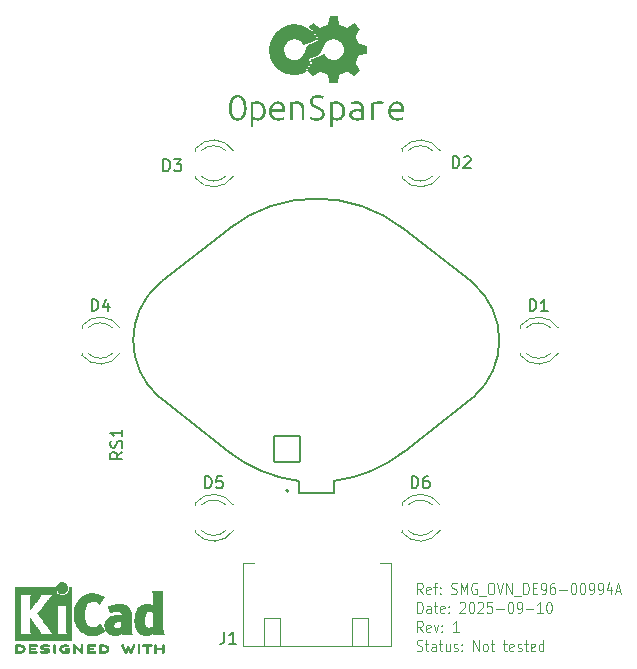
<source format=gto>
G04 #@! TF.GenerationSoftware,KiCad,Pcbnew,9.0.4-9.0.4-0~ubuntu24.04.1*
G04 #@! TF.CreationDate,2025-09-13T11:56:24+02:00*
G04 #@! TF.ProjectId,SMG_OVN_DE96-00994A,534d475f-4f56-44e5-9f44-4539362d3030,1*
G04 #@! TF.SameCoordinates,Original*
G04 #@! TF.FileFunction,Legend,Top*
G04 #@! TF.FilePolarity,Positive*
%FSLAX46Y46*%
G04 Gerber Fmt 4.6, Leading zero omitted, Abs format (unit mm)*
G04 Created by KiCad (PCBNEW 9.0.4-9.0.4-0~ubuntu24.04.1) date 2025-09-13 11:56:24*
%MOMM*%
%LPD*%
G01*
G04 APERTURE LIST*
G04 Aperture macros list*
%AMRoundRect*
0 Rectangle with rounded corners*
0 $1 Rounding radius*
0 $2 $3 $4 $5 $6 $7 $8 $9 X,Y pos of 4 corners*
0 Add a 4 corners polygon primitive as box body*
4,1,4,$2,$3,$4,$5,$6,$7,$8,$9,$2,$3,0*
0 Add four circle primitives for the rounded corners*
1,1,$1+$1,$2,$3*
1,1,$1+$1,$4,$5*
1,1,$1+$1,$6,$7*
1,1,$1+$1,$8,$9*
0 Add four rect primitives between the rounded corners*
20,1,$1+$1,$2,$3,$4,$5,0*
20,1,$1+$1,$4,$5,$6,$7,0*
20,1,$1+$1,$6,$7,$8,$9,0*
20,1,$1+$1,$8,$9,$2,$3,0*%
G04 Aperture macros list end*
%ADD10C,0.100000*%
%ADD11C,0.150000*%
%ADD12C,0.120000*%
%ADD13C,0.010000*%
%ADD14C,0.127000*%
%ADD15C,0.200000*%
%ADD16C,0.000000*%
%ADD17R,1.800000X1.800000*%
%ADD18C,1.800000*%
%ADD19C,2.000000*%
%ADD20RoundRect,0.102000X1.125000X-1.125000X1.125000X1.125000X-1.125000X1.125000X-1.125000X-1.125000X0*%
%ADD21C,2.454000*%
G04 APERTURE END LIST*
D10*
X163463408Y-125792587D02*
X163196741Y-125316396D01*
X163006265Y-125792587D02*
X163006265Y-124792587D01*
X163006265Y-124792587D02*
X163311027Y-124792587D01*
X163311027Y-124792587D02*
X163387217Y-124840206D01*
X163387217Y-124840206D02*
X163425312Y-124887825D01*
X163425312Y-124887825D02*
X163463408Y-124983063D01*
X163463408Y-124983063D02*
X163463408Y-125125920D01*
X163463408Y-125125920D02*
X163425312Y-125221158D01*
X163425312Y-125221158D02*
X163387217Y-125268777D01*
X163387217Y-125268777D02*
X163311027Y-125316396D01*
X163311027Y-125316396D02*
X163006265Y-125316396D01*
X164111027Y-125744968D02*
X164034836Y-125792587D01*
X164034836Y-125792587D02*
X163882455Y-125792587D01*
X163882455Y-125792587D02*
X163806265Y-125744968D01*
X163806265Y-125744968D02*
X163768169Y-125649729D01*
X163768169Y-125649729D02*
X163768169Y-125268777D01*
X163768169Y-125268777D02*
X163806265Y-125173539D01*
X163806265Y-125173539D02*
X163882455Y-125125920D01*
X163882455Y-125125920D02*
X164034836Y-125125920D01*
X164034836Y-125125920D02*
X164111027Y-125173539D01*
X164111027Y-125173539D02*
X164149122Y-125268777D01*
X164149122Y-125268777D02*
X164149122Y-125364015D01*
X164149122Y-125364015D02*
X163768169Y-125459253D01*
X164377693Y-125125920D02*
X164682455Y-125125920D01*
X164491979Y-125792587D02*
X164491979Y-124935444D01*
X164491979Y-124935444D02*
X164530074Y-124840206D01*
X164530074Y-124840206D02*
X164606264Y-124792587D01*
X164606264Y-124792587D02*
X164682455Y-124792587D01*
X164949122Y-125697348D02*
X164987217Y-125744968D01*
X164987217Y-125744968D02*
X164949122Y-125792587D01*
X164949122Y-125792587D02*
X164911026Y-125744968D01*
X164911026Y-125744968D02*
X164949122Y-125697348D01*
X164949122Y-125697348D02*
X164949122Y-125792587D01*
X164949122Y-125173539D02*
X164987217Y-125221158D01*
X164987217Y-125221158D02*
X164949122Y-125268777D01*
X164949122Y-125268777D02*
X164911026Y-125221158D01*
X164911026Y-125221158D02*
X164949122Y-125173539D01*
X164949122Y-125173539D02*
X164949122Y-125268777D01*
X165901502Y-125744968D02*
X166015788Y-125792587D01*
X166015788Y-125792587D02*
X166206264Y-125792587D01*
X166206264Y-125792587D02*
X166282455Y-125744968D01*
X166282455Y-125744968D02*
X166320550Y-125697348D01*
X166320550Y-125697348D02*
X166358645Y-125602110D01*
X166358645Y-125602110D02*
X166358645Y-125506872D01*
X166358645Y-125506872D02*
X166320550Y-125411634D01*
X166320550Y-125411634D02*
X166282455Y-125364015D01*
X166282455Y-125364015D02*
X166206264Y-125316396D01*
X166206264Y-125316396D02*
X166053883Y-125268777D01*
X166053883Y-125268777D02*
X165977693Y-125221158D01*
X165977693Y-125221158D02*
X165939598Y-125173539D01*
X165939598Y-125173539D02*
X165901502Y-125078301D01*
X165901502Y-125078301D02*
X165901502Y-124983063D01*
X165901502Y-124983063D02*
X165939598Y-124887825D01*
X165939598Y-124887825D02*
X165977693Y-124840206D01*
X165977693Y-124840206D02*
X166053883Y-124792587D01*
X166053883Y-124792587D02*
X166244360Y-124792587D01*
X166244360Y-124792587D02*
X166358645Y-124840206D01*
X166701503Y-125792587D02*
X166701503Y-124792587D01*
X166701503Y-124792587D02*
X166968169Y-125506872D01*
X166968169Y-125506872D02*
X167234836Y-124792587D01*
X167234836Y-124792587D02*
X167234836Y-125792587D01*
X168034836Y-124840206D02*
X167958646Y-124792587D01*
X167958646Y-124792587D02*
X167844360Y-124792587D01*
X167844360Y-124792587D02*
X167730074Y-124840206D01*
X167730074Y-124840206D02*
X167653884Y-124935444D01*
X167653884Y-124935444D02*
X167615789Y-125030682D01*
X167615789Y-125030682D02*
X167577693Y-125221158D01*
X167577693Y-125221158D02*
X167577693Y-125364015D01*
X167577693Y-125364015D02*
X167615789Y-125554491D01*
X167615789Y-125554491D02*
X167653884Y-125649729D01*
X167653884Y-125649729D02*
X167730074Y-125744968D01*
X167730074Y-125744968D02*
X167844360Y-125792587D01*
X167844360Y-125792587D02*
X167920551Y-125792587D01*
X167920551Y-125792587D02*
X168034836Y-125744968D01*
X168034836Y-125744968D02*
X168072932Y-125697348D01*
X168072932Y-125697348D02*
X168072932Y-125364015D01*
X168072932Y-125364015D02*
X167920551Y-125364015D01*
X168225313Y-125887825D02*
X168834836Y-125887825D01*
X169177694Y-124792587D02*
X169330075Y-124792587D01*
X169330075Y-124792587D02*
X169406265Y-124840206D01*
X169406265Y-124840206D02*
X169482456Y-124935444D01*
X169482456Y-124935444D02*
X169520551Y-125125920D01*
X169520551Y-125125920D02*
X169520551Y-125459253D01*
X169520551Y-125459253D02*
X169482456Y-125649729D01*
X169482456Y-125649729D02*
X169406265Y-125744968D01*
X169406265Y-125744968D02*
X169330075Y-125792587D01*
X169330075Y-125792587D02*
X169177694Y-125792587D01*
X169177694Y-125792587D02*
X169101503Y-125744968D01*
X169101503Y-125744968D02*
X169025313Y-125649729D01*
X169025313Y-125649729D02*
X168987217Y-125459253D01*
X168987217Y-125459253D02*
X168987217Y-125125920D01*
X168987217Y-125125920D02*
X169025313Y-124935444D01*
X169025313Y-124935444D02*
X169101503Y-124840206D01*
X169101503Y-124840206D02*
X169177694Y-124792587D01*
X169749122Y-124792587D02*
X170015789Y-125792587D01*
X170015789Y-125792587D02*
X170282455Y-124792587D01*
X170549122Y-125792587D02*
X170549122Y-124792587D01*
X170549122Y-124792587D02*
X171006265Y-125792587D01*
X171006265Y-125792587D02*
X171006265Y-124792587D01*
X171196741Y-125887825D02*
X171806264Y-125887825D01*
X171996741Y-125792587D02*
X171996741Y-124792587D01*
X171996741Y-124792587D02*
X172187217Y-124792587D01*
X172187217Y-124792587D02*
X172301503Y-124840206D01*
X172301503Y-124840206D02*
X172377693Y-124935444D01*
X172377693Y-124935444D02*
X172415788Y-125030682D01*
X172415788Y-125030682D02*
X172453884Y-125221158D01*
X172453884Y-125221158D02*
X172453884Y-125364015D01*
X172453884Y-125364015D02*
X172415788Y-125554491D01*
X172415788Y-125554491D02*
X172377693Y-125649729D01*
X172377693Y-125649729D02*
X172301503Y-125744968D01*
X172301503Y-125744968D02*
X172187217Y-125792587D01*
X172187217Y-125792587D02*
X171996741Y-125792587D01*
X172796741Y-125268777D02*
X173063407Y-125268777D01*
X173177693Y-125792587D02*
X172796741Y-125792587D01*
X172796741Y-125792587D02*
X172796741Y-124792587D01*
X172796741Y-124792587D02*
X173177693Y-124792587D01*
X173558646Y-125792587D02*
X173711027Y-125792587D01*
X173711027Y-125792587D02*
X173787217Y-125744968D01*
X173787217Y-125744968D02*
X173825313Y-125697348D01*
X173825313Y-125697348D02*
X173901503Y-125554491D01*
X173901503Y-125554491D02*
X173939598Y-125364015D01*
X173939598Y-125364015D02*
X173939598Y-124983063D01*
X173939598Y-124983063D02*
X173901503Y-124887825D01*
X173901503Y-124887825D02*
X173863408Y-124840206D01*
X173863408Y-124840206D02*
X173787217Y-124792587D01*
X173787217Y-124792587D02*
X173634836Y-124792587D01*
X173634836Y-124792587D02*
X173558646Y-124840206D01*
X173558646Y-124840206D02*
X173520551Y-124887825D01*
X173520551Y-124887825D02*
X173482455Y-124983063D01*
X173482455Y-124983063D02*
X173482455Y-125221158D01*
X173482455Y-125221158D02*
X173520551Y-125316396D01*
X173520551Y-125316396D02*
X173558646Y-125364015D01*
X173558646Y-125364015D02*
X173634836Y-125411634D01*
X173634836Y-125411634D02*
X173787217Y-125411634D01*
X173787217Y-125411634D02*
X173863408Y-125364015D01*
X173863408Y-125364015D02*
X173901503Y-125316396D01*
X173901503Y-125316396D02*
X173939598Y-125221158D01*
X174625313Y-124792587D02*
X174472932Y-124792587D01*
X174472932Y-124792587D02*
X174396741Y-124840206D01*
X174396741Y-124840206D02*
X174358646Y-124887825D01*
X174358646Y-124887825D02*
X174282456Y-125030682D01*
X174282456Y-125030682D02*
X174244360Y-125221158D01*
X174244360Y-125221158D02*
X174244360Y-125602110D01*
X174244360Y-125602110D02*
X174282456Y-125697348D01*
X174282456Y-125697348D02*
X174320551Y-125744968D01*
X174320551Y-125744968D02*
X174396741Y-125792587D01*
X174396741Y-125792587D02*
X174549122Y-125792587D01*
X174549122Y-125792587D02*
X174625313Y-125744968D01*
X174625313Y-125744968D02*
X174663408Y-125697348D01*
X174663408Y-125697348D02*
X174701503Y-125602110D01*
X174701503Y-125602110D02*
X174701503Y-125364015D01*
X174701503Y-125364015D02*
X174663408Y-125268777D01*
X174663408Y-125268777D02*
X174625313Y-125221158D01*
X174625313Y-125221158D02*
X174549122Y-125173539D01*
X174549122Y-125173539D02*
X174396741Y-125173539D01*
X174396741Y-125173539D02*
X174320551Y-125221158D01*
X174320551Y-125221158D02*
X174282456Y-125268777D01*
X174282456Y-125268777D02*
X174244360Y-125364015D01*
X175044361Y-125411634D02*
X175653885Y-125411634D01*
X176187218Y-124792587D02*
X176263408Y-124792587D01*
X176263408Y-124792587D02*
X176339599Y-124840206D01*
X176339599Y-124840206D02*
X176377694Y-124887825D01*
X176377694Y-124887825D02*
X176415789Y-124983063D01*
X176415789Y-124983063D02*
X176453884Y-125173539D01*
X176453884Y-125173539D02*
X176453884Y-125411634D01*
X176453884Y-125411634D02*
X176415789Y-125602110D01*
X176415789Y-125602110D02*
X176377694Y-125697348D01*
X176377694Y-125697348D02*
X176339599Y-125744968D01*
X176339599Y-125744968D02*
X176263408Y-125792587D01*
X176263408Y-125792587D02*
X176187218Y-125792587D01*
X176187218Y-125792587D02*
X176111027Y-125744968D01*
X176111027Y-125744968D02*
X176072932Y-125697348D01*
X176072932Y-125697348D02*
X176034837Y-125602110D01*
X176034837Y-125602110D02*
X175996741Y-125411634D01*
X175996741Y-125411634D02*
X175996741Y-125173539D01*
X175996741Y-125173539D02*
X176034837Y-124983063D01*
X176034837Y-124983063D02*
X176072932Y-124887825D01*
X176072932Y-124887825D02*
X176111027Y-124840206D01*
X176111027Y-124840206D02*
X176187218Y-124792587D01*
X176949123Y-124792587D02*
X177025313Y-124792587D01*
X177025313Y-124792587D02*
X177101504Y-124840206D01*
X177101504Y-124840206D02*
X177139599Y-124887825D01*
X177139599Y-124887825D02*
X177177694Y-124983063D01*
X177177694Y-124983063D02*
X177215789Y-125173539D01*
X177215789Y-125173539D02*
X177215789Y-125411634D01*
X177215789Y-125411634D02*
X177177694Y-125602110D01*
X177177694Y-125602110D02*
X177139599Y-125697348D01*
X177139599Y-125697348D02*
X177101504Y-125744968D01*
X177101504Y-125744968D02*
X177025313Y-125792587D01*
X177025313Y-125792587D02*
X176949123Y-125792587D01*
X176949123Y-125792587D02*
X176872932Y-125744968D01*
X176872932Y-125744968D02*
X176834837Y-125697348D01*
X176834837Y-125697348D02*
X176796742Y-125602110D01*
X176796742Y-125602110D02*
X176758646Y-125411634D01*
X176758646Y-125411634D02*
X176758646Y-125173539D01*
X176758646Y-125173539D02*
X176796742Y-124983063D01*
X176796742Y-124983063D02*
X176834837Y-124887825D01*
X176834837Y-124887825D02*
X176872932Y-124840206D01*
X176872932Y-124840206D02*
X176949123Y-124792587D01*
X177596742Y-125792587D02*
X177749123Y-125792587D01*
X177749123Y-125792587D02*
X177825313Y-125744968D01*
X177825313Y-125744968D02*
X177863409Y-125697348D01*
X177863409Y-125697348D02*
X177939599Y-125554491D01*
X177939599Y-125554491D02*
X177977694Y-125364015D01*
X177977694Y-125364015D02*
X177977694Y-124983063D01*
X177977694Y-124983063D02*
X177939599Y-124887825D01*
X177939599Y-124887825D02*
X177901504Y-124840206D01*
X177901504Y-124840206D02*
X177825313Y-124792587D01*
X177825313Y-124792587D02*
X177672932Y-124792587D01*
X177672932Y-124792587D02*
X177596742Y-124840206D01*
X177596742Y-124840206D02*
X177558647Y-124887825D01*
X177558647Y-124887825D02*
X177520551Y-124983063D01*
X177520551Y-124983063D02*
X177520551Y-125221158D01*
X177520551Y-125221158D02*
X177558647Y-125316396D01*
X177558647Y-125316396D02*
X177596742Y-125364015D01*
X177596742Y-125364015D02*
X177672932Y-125411634D01*
X177672932Y-125411634D02*
X177825313Y-125411634D01*
X177825313Y-125411634D02*
X177901504Y-125364015D01*
X177901504Y-125364015D02*
X177939599Y-125316396D01*
X177939599Y-125316396D02*
X177977694Y-125221158D01*
X178358647Y-125792587D02*
X178511028Y-125792587D01*
X178511028Y-125792587D02*
X178587218Y-125744968D01*
X178587218Y-125744968D02*
X178625314Y-125697348D01*
X178625314Y-125697348D02*
X178701504Y-125554491D01*
X178701504Y-125554491D02*
X178739599Y-125364015D01*
X178739599Y-125364015D02*
X178739599Y-124983063D01*
X178739599Y-124983063D02*
X178701504Y-124887825D01*
X178701504Y-124887825D02*
X178663409Y-124840206D01*
X178663409Y-124840206D02*
X178587218Y-124792587D01*
X178587218Y-124792587D02*
X178434837Y-124792587D01*
X178434837Y-124792587D02*
X178358647Y-124840206D01*
X178358647Y-124840206D02*
X178320552Y-124887825D01*
X178320552Y-124887825D02*
X178282456Y-124983063D01*
X178282456Y-124983063D02*
X178282456Y-125221158D01*
X178282456Y-125221158D02*
X178320552Y-125316396D01*
X178320552Y-125316396D02*
X178358647Y-125364015D01*
X178358647Y-125364015D02*
X178434837Y-125411634D01*
X178434837Y-125411634D02*
X178587218Y-125411634D01*
X178587218Y-125411634D02*
X178663409Y-125364015D01*
X178663409Y-125364015D02*
X178701504Y-125316396D01*
X178701504Y-125316396D02*
X178739599Y-125221158D01*
X179425314Y-125125920D02*
X179425314Y-125792587D01*
X179234838Y-124744968D02*
X179044361Y-125459253D01*
X179044361Y-125459253D02*
X179539600Y-125459253D01*
X179806266Y-125506872D02*
X180187219Y-125506872D01*
X179730076Y-125792587D02*
X179996743Y-124792587D01*
X179996743Y-124792587D02*
X180263409Y-125792587D01*
X163006265Y-127402531D02*
X163006265Y-126402531D01*
X163006265Y-126402531D02*
X163196741Y-126402531D01*
X163196741Y-126402531D02*
X163311027Y-126450150D01*
X163311027Y-126450150D02*
X163387217Y-126545388D01*
X163387217Y-126545388D02*
X163425312Y-126640626D01*
X163425312Y-126640626D02*
X163463408Y-126831102D01*
X163463408Y-126831102D02*
X163463408Y-126973959D01*
X163463408Y-126973959D02*
X163425312Y-127164435D01*
X163425312Y-127164435D02*
X163387217Y-127259673D01*
X163387217Y-127259673D02*
X163311027Y-127354912D01*
X163311027Y-127354912D02*
X163196741Y-127402531D01*
X163196741Y-127402531D02*
X163006265Y-127402531D01*
X164149122Y-127402531D02*
X164149122Y-126878721D01*
X164149122Y-126878721D02*
X164111027Y-126783483D01*
X164111027Y-126783483D02*
X164034836Y-126735864D01*
X164034836Y-126735864D02*
X163882455Y-126735864D01*
X163882455Y-126735864D02*
X163806265Y-126783483D01*
X164149122Y-127354912D02*
X164072931Y-127402531D01*
X164072931Y-127402531D02*
X163882455Y-127402531D01*
X163882455Y-127402531D02*
X163806265Y-127354912D01*
X163806265Y-127354912D02*
X163768169Y-127259673D01*
X163768169Y-127259673D02*
X163768169Y-127164435D01*
X163768169Y-127164435D02*
X163806265Y-127069197D01*
X163806265Y-127069197D02*
X163882455Y-127021578D01*
X163882455Y-127021578D02*
X164072931Y-127021578D01*
X164072931Y-127021578D02*
X164149122Y-126973959D01*
X164415789Y-126735864D02*
X164720551Y-126735864D01*
X164530075Y-126402531D02*
X164530075Y-127259673D01*
X164530075Y-127259673D02*
X164568170Y-127354912D01*
X164568170Y-127354912D02*
X164644360Y-127402531D01*
X164644360Y-127402531D02*
X164720551Y-127402531D01*
X165291980Y-127354912D02*
X165215789Y-127402531D01*
X165215789Y-127402531D02*
X165063408Y-127402531D01*
X165063408Y-127402531D02*
X164987218Y-127354912D01*
X164987218Y-127354912D02*
X164949122Y-127259673D01*
X164949122Y-127259673D02*
X164949122Y-126878721D01*
X164949122Y-126878721D02*
X164987218Y-126783483D01*
X164987218Y-126783483D02*
X165063408Y-126735864D01*
X165063408Y-126735864D02*
X165215789Y-126735864D01*
X165215789Y-126735864D02*
X165291980Y-126783483D01*
X165291980Y-126783483D02*
X165330075Y-126878721D01*
X165330075Y-126878721D02*
X165330075Y-126973959D01*
X165330075Y-126973959D02*
X164949122Y-127069197D01*
X165672932Y-127307292D02*
X165711027Y-127354912D01*
X165711027Y-127354912D02*
X165672932Y-127402531D01*
X165672932Y-127402531D02*
X165634836Y-127354912D01*
X165634836Y-127354912D02*
X165672932Y-127307292D01*
X165672932Y-127307292D02*
X165672932Y-127402531D01*
X165672932Y-126783483D02*
X165711027Y-126831102D01*
X165711027Y-126831102D02*
X165672932Y-126878721D01*
X165672932Y-126878721D02*
X165634836Y-126831102D01*
X165634836Y-126831102D02*
X165672932Y-126783483D01*
X165672932Y-126783483D02*
X165672932Y-126878721D01*
X166625312Y-126497769D02*
X166663408Y-126450150D01*
X166663408Y-126450150D02*
X166739598Y-126402531D01*
X166739598Y-126402531D02*
X166930074Y-126402531D01*
X166930074Y-126402531D02*
X167006265Y-126450150D01*
X167006265Y-126450150D02*
X167044360Y-126497769D01*
X167044360Y-126497769D02*
X167082455Y-126593007D01*
X167082455Y-126593007D02*
X167082455Y-126688245D01*
X167082455Y-126688245D02*
X167044360Y-126831102D01*
X167044360Y-126831102D02*
X166587217Y-127402531D01*
X166587217Y-127402531D02*
X167082455Y-127402531D01*
X167577694Y-126402531D02*
X167653884Y-126402531D01*
X167653884Y-126402531D02*
X167730075Y-126450150D01*
X167730075Y-126450150D02*
X167768170Y-126497769D01*
X167768170Y-126497769D02*
X167806265Y-126593007D01*
X167806265Y-126593007D02*
X167844360Y-126783483D01*
X167844360Y-126783483D02*
X167844360Y-127021578D01*
X167844360Y-127021578D02*
X167806265Y-127212054D01*
X167806265Y-127212054D02*
X167768170Y-127307292D01*
X167768170Y-127307292D02*
X167730075Y-127354912D01*
X167730075Y-127354912D02*
X167653884Y-127402531D01*
X167653884Y-127402531D02*
X167577694Y-127402531D01*
X167577694Y-127402531D02*
X167501503Y-127354912D01*
X167501503Y-127354912D02*
X167463408Y-127307292D01*
X167463408Y-127307292D02*
X167425313Y-127212054D01*
X167425313Y-127212054D02*
X167387217Y-127021578D01*
X167387217Y-127021578D02*
X167387217Y-126783483D01*
X167387217Y-126783483D02*
X167425313Y-126593007D01*
X167425313Y-126593007D02*
X167463408Y-126497769D01*
X167463408Y-126497769D02*
X167501503Y-126450150D01*
X167501503Y-126450150D02*
X167577694Y-126402531D01*
X168149122Y-126497769D02*
X168187218Y-126450150D01*
X168187218Y-126450150D02*
X168263408Y-126402531D01*
X168263408Y-126402531D02*
X168453884Y-126402531D01*
X168453884Y-126402531D02*
X168530075Y-126450150D01*
X168530075Y-126450150D02*
X168568170Y-126497769D01*
X168568170Y-126497769D02*
X168606265Y-126593007D01*
X168606265Y-126593007D02*
X168606265Y-126688245D01*
X168606265Y-126688245D02*
X168568170Y-126831102D01*
X168568170Y-126831102D02*
X168111027Y-127402531D01*
X168111027Y-127402531D02*
X168606265Y-127402531D01*
X169330075Y-126402531D02*
X168949123Y-126402531D01*
X168949123Y-126402531D02*
X168911027Y-126878721D01*
X168911027Y-126878721D02*
X168949123Y-126831102D01*
X168949123Y-126831102D02*
X169025313Y-126783483D01*
X169025313Y-126783483D02*
X169215789Y-126783483D01*
X169215789Y-126783483D02*
X169291980Y-126831102D01*
X169291980Y-126831102D02*
X169330075Y-126878721D01*
X169330075Y-126878721D02*
X169368170Y-126973959D01*
X169368170Y-126973959D02*
X169368170Y-127212054D01*
X169368170Y-127212054D02*
X169330075Y-127307292D01*
X169330075Y-127307292D02*
X169291980Y-127354912D01*
X169291980Y-127354912D02*
X169215789Y-127402531D01*
X169215789Y-127402531D02*
X169025313Y-127402531D01*
X169025313Y-127402531D02*
X168949123Y-127354912D01*
X168949123Y-127354912D02*
X168911027Y-127307292D01*
X169711028Y-127021578D02*
X170320552Y-127021578D01*
X170853885Y-126402531D02*
X170930075Y-126402531D01*
X170930075Y-126402531D02*
X171006266Y-126450150D01*
X171006266Y-126450150D02*
X171044361Y-126497769D01*
X171044361Y-126497769D02*
X171082456Y-126593007D01*
X171082456Y-126593007D02*
X171120551Y-126783483D01*
X171120551Y-126783483D02*
X171120551Y-127021578D01*
X171120551Y-127021578D02*
X171082456Y-127212054D01*
X171082456Y-127212054D02*
X171044361Y-127307292D01*
X171044361Y-127307292D02*
X171006266Y-127354912D01*
X171006266Y-127354912D02*
X170930075Y-127402531D01*
X170930075Y-127402531D02*
X170853885Y-127402531D01*
X170853885Y-127402531D02*
X170777694Y-127354912D01*
X170777694Y-127354912D02*
X170739599Y-127307292D01*
X170739599Y-127307292D02*
X170701504Y-127212054D01*
X170701504Y-127212054D02*
X170663408Y-127021578D01*
X170663408Y-127021578D02*
X170663408Y-126783483D01*
X170663408Y-126783483D02*
X170701504Y-126593007D01*
X170701504Y-126593007D02*
X170739599Y-126497769D01*
X170739599Y-126497769D02*
X170777694Y-126450150D01*
X170777694Y-126450150D02*
X170853885Y-126402531D01*
X171501504Y-127402531D02*
X171653885Y-127402531D01*
X171653885Y-127402531D02*
X171730075Y-127354912D01*
X171730075Y-127354912D02*
X171768171Y-127307292D01*
X171768171Y-127307292D02*
X171844361Y-127164435D01*
X171844361Y-127164435D02*
X171882456Y-126973959D01*
X171882456Y-126973959D02*
X171882456Y-126593007D01*
X171882456Y-126593007D02*
X171844361Y-126497769D01*
X171844361Y-126497769D02*
X171806266Y-126450150D01*
X171806266Y-126450150D02*
X171730075Y-126402531D01*
X171730075Y-126402531D02*
X171577694Y-126402531D01*
X171577694Y-126402531D02*
X171501504Y-126450150D01*
X171501504Y-126450150D02*
X171463409Y-126497769D01*
X171463409Y-126497769D02*
X171425313Y-126593007D01*
X171425313Y-126593007D02*
X171425313Y-126831102D01*
X171425313Y-126831102D02*
X171463409Y-126926340D01*
X171463409Y-126926340D02*
X171501504Y-126973959D01*
X171501504Y-126973959D02*
X171577694Y-127021578D01*
X171577694Y-127021578D02*
X171730075Y-127021578D01*
X171730075Y-127021578D02*
X171806266Y-126973959D01*
X171806266Y-126973959D02*
X171844361Y-126926340D01*
X171844361Y-126926340D02*
X171882456Y-126831102D01*
X172225314Y-127021578D02*
X172834838Y-127021578D01*
X173634837Y-127402531D02*
X173177694Y-127402531D01*
X173406266Y-127402531D02*
X173406266Y-126402531D01*
X173406266Y-126402531D02*
X173330075Y-126545388D01*
X173330075Y-126545388D02*
X173253885Y-126640626D01*
X173253885Y-126640626D02*
X173177694Y-126688245D01*
X174130076Y-126402531D02*
X174206266Y-126402531D01*
X174206266Y-126402531D02*
X174282457Y-126450150D01*
X174282457Y-126450150D02*
X174320552Y-126497769D01*
X174320552Y-126497769D02*
X174358647Y-126593007D01*
X174358647Y-126593007D02*
X174396742Y-126783483D01*
X174396742Y-126783483D02*
X174396742Y-127021578D01*
X174396742Y-127021578D02*
X174358647Y-127212054D01*
X174358647Y-127212054D02*
X174320552Y-127307292D01*
X174320552Y-127307292D02*
X174282457Y-127354912D01*
X174282457Y-127354912D02*
X174206266Y-127402531D01*
X174206266Y-127402531D02*
X174130076Y-127402531D01*
X174130076Y-127402531D02*
X174053885Y-127354912D01*
X174053885Y-127354912D02*
X174015790Y-127307292D01*
X174015790Y-127307292D02*
X173977695Y-127212054D01*
X173977695Y-127212054D02*
X173939599Y-127021578D01*
X173939599Y-127021578D02*
X173939599Y-126783483D01*
X173939599Y-126783483D02*
X173977695Y-126593007D01*
X173977695Y-126593007D02*
X174015790Y-126497769D01*
X174015790Y-126497769D02*
X174053885Y-126450150D01*
X174053885Y-126450150D02*
X174130076Y-126402531D01*
X163463408Y-129012475D02*
X163196741Y-128536284D01*
X163006265Y-129012475D02*
X163006265Y-128012475D01*
X163006265Y-128012475D02*
X163311027Y-128012475D01*
X163311027Y-128012475D02*
X163387217Y-128060094D01*
X163387217Y-128060094D02*
X163425312Y-128107713D01*
X163425312Y-128107713D02*
X163463408Y-128202951D01*
X163463408Y-128202951D02*
X163463408Y-128345808D01*
X163463408Y-128345808D02*
X163425312Y-128441046D01*
X163425312Y-128441046D02*
X163387217Y-128488665D01*
X163387217Y-128488665D02*
X163311027Y-128536284D01*
X163311027Y-128536284D02*
X163006265Y-128536284D01*
X164111027Y-128964856D02*
X164034836Y-129012475D01*
X164034836Y-129012475D02*
X163882455Y-129012475D01*
X163882455Y-129012475D02*
X163806265Y-128964856D01*
X163806265Y-128964856D02*
X163768169Y-128869617D01*
X163768169Y-128869617D02*
X163768169Y-128488665D01*
X163768169Y-128488665D02*
X163806265Y-128393427D01*
X163806265Y-128393427D02*
X163882455Y-128345808D01*
X163882455Y-128345808D02*
X164034836Y-128345808D01*
X164034836Y-128345808D02*
X164111027Y-128393427D01*
X164111027Y-128393427D02*
X164149122Y-128488665D01*
X164149122Y-128488665D02*
X164149122Y-128583903D01*
X164149122Y-128583903D02*
X163768169Y-128679141D01*
X164415788Y-128345808D02*
X164606264Y-129012475D01*
X164606264Y-129012475D02*
X164796741Y-128345808D01*
X165101503Y-128917236D02*
X165139598Y-128964856D01*
X165139598Y-128964856D02*
X165101503Y-129012475D01*
X165101503Y-129012475D02*
X165063407Y-128964856D01*
X165063407Y-128964856D02*
X165101503Y-128917236D01*
X165101503Y-128917236D02*
X165101503Y-129012475D01*
X165101503Y-128393427D02*
X165139598Y-128441046D01*
X165139598Y-128441046D02*
X165101503Y-128488665D01*
X165101503Y-128488665D02*
X165063407Y-128441046D01*
X165063407Y-128441046D02*
X165101503Y-128393427D01*
X165101503Y-128393427D02*
X165101503Y-128488665D01*
X166511026Y-129012475D02*
X166053883Y-129012475D01*
X166282455Y-129012475D02*
X166282455Y-128012475D01*
X166282455Y-128012475D02*
X166206264Y-128155332D01*
X166206264Y-128155332D02*
X166130074Y-128250570D01*
X166130074Y-128250570D02*
X166053883Y-128298189D01*
X162968169Y-130574800D02*
X163082455Y-130622419D01*
X163082455Y-130622419D02*
X163272931Y-130622419D01*
X163272931Y-130622419D02*
X163349122Y-130574800D01*
X163349122Y-130574800D02*
X163387217Y-130527180D01*
X163387217Y-130527180D02*
X163425312Y-130431942D01*
X163425312Y-130431942D02*
X163425312Y-130336704D01*
X163425312Y-130336704D02*
X163387217Y-130241466D01*
X163387217Y-130241466D02*
X163349122Y-130193847D01*
X163349122Y-130193847D02*
X163272931Y-130146228D01*
X163272931Y-130146228D02*
X163120550Y-130098609D01*
X163120550Y-130098609D02*
X163044360Y-130050990D01*
X163044360Y-130050990D02*
X163006265Y-130003371D01*
X163006265Y-130003371D02*
X162968169Y-129908133D01*
X162968169Y-129908133D02*
X162968169Y-129812895D01*
X162968169Y-129812895D02*
X163006265Y-129717657D01*
X163006265Y-129717657D02*
X163044360Y-129670038D01*
X163044360Y-129670038D02*
X163120550Y-129622419D01*
X163120550Y-129622419D02*
X163311027Y-129622419D01*
X163311027Y-129622419D02*
X163425312Y-129670038D01*
X163653884Y-129955752D02*
X163958646Y-129955752D01*
X163768170Y-129622419D02*
X163768170Y-130479561D01*
X163768170Y-130479561D02*
X163806265Y-130574800D01*
X163806265Y-130574800D02*
X163882455Y-130622419D01*
X163882455Y-130622419D02*
X163958646Y-130622419D01*
X164568170Y-130622419D02*
X164568170Y-130098609D01*
X164568170Y-130098609D02*
X164530075Y-130003371D01*
X164530075Y-130003371D02*
X164453884Y-129955752D01*
X164453884Y-129955752D02*
X164301503Y-129955752D01*
X164301503Y-129955752D02*
X164225313Y-130003371D01*
X164568170Y-130574800D02*
X164491979Y-130622419D01*
X164491979Y-130622419D02*
X164301503Y-130622419D01*
X164301503Y-130622419D02*
X164225313Y-130574800D01*
X164225313Y-130574800D02*
X164187217Y-130479561D01*
X164187217Y-130479561D02*
X164187217Y-130384323D01*
X164187217Y-130384323D02*
X164225313Y-130289085D01*
X164225313Y-130289085D02*
X164301503Y-130241466D01*
X164301503Y-130241466D02*
X164491979Y-130241466D01*
X164491979Y-130241466D02*
X164568170Y-130193847D01*
X164834837Y-129955752D02*
X165139599Y-129955752D01*
X164949123Y-129622419D02*
X164949123Y-130479561D01*
X164949123Y-130479561D02*
X164987218Y-130574800D01*
X164987218Y-130574800D02*
X165063408Y-130622419D01*
X165063408Y-130622419D02*
X165139599Y-130622419D01*
X165749123Y-129955752D02*
X165749123Y-130622419D01*
X165406266Y-129955752D02*
X165406266Y-130479561D01*
X165406266Y-130479561D02*
X165444361Y-130574800D01*
X165444361Y-130574800D02*
X165520551Y-130622419D01*
X165520551Y-130622419D02*
X165634837Y-130622419D01*
X165634837Y-130622419D02*
X165711028Y-130574800D01*
X165711028Y-130574800D02*
X165749123Y-130527180D01*
X166091980Y-130574800D02*
X166168171Y-130622419D01*
X166168171Y-130622419D02*
X166320552Y-130622419D01*
X166320552Y-130622419D02*
X166396742Y-130574800D01*
X166396742Y-130574800D02*
X166434838Y-130479561D01*
X166434838Y-130479561D02*
X166434838Y-130431942D01*
X166434838Y-130431942D02*
X166396742Y-130336704D01*
X166396742Y-130336704D02*
X166320552Y-130289085D01*
X166320552Y-130289085D02*
X166206266Y-130289085D01*
X166206266Y-130289085D02*
X166130076Y-130241466D01*
X166130076Y-130241466D02*
X166091980Y-130146228D01*
X166091980Y-130146228D02*
X166091980Y-130098609D01*
X166091980Y-130098609D02*
X166130076Y-130003371D01*
X166130076Y-130003371D02*
X166206266Y-129955752D01*
X166206266Y-129955752D02*
X166320552Y-129955752D01*
X166320552Y-129955752D02*
X166396742Y-130003371D01*
X166777695Y-130527180D02*
X166815790Y-130574800D01*
X166815790Y-130574800D02*
X166777695Y-130622419D01*
X166777695Y-130622419D02*
X166739599Y-130574800D01*
X166739599Y-130574800D02*
X166777695Y-130527180D01*
X166777695Y-130527180D02*
X166777695Y-130622419D01*
X166777695Y-130003371D02*
X166815790Y-130050990D01*
X166815790Y-130050990D02*
X166777695Y-130098609D01*
X166777695Y-130098609D02*
X166739599Y-130050990D01*
X166739599Y-130050990D02*
X166777695Y-130003371D01*
X166777695Y-130003371D02*
X166777695Y-130098609D01*
X167768171Y-130622419D02*
X167768171Y-129622419D01*
X167768171Y-129622419D02*
X168225314Y-130622419D01*
X168225314Y-130622419D02*
X168225314Y-129622419D01*
X168720551Y-130622419D02*
X168644361Y-130574800D01*
X168644361Y-130574800D02*
X168606266Y-130527180D01*
X168606266Y-130527180D02*
X168568170Y-130431942D01*
X168568170Y-130431942D02*
X168568170Y-130146228D01*
X168568170Y-130146228D02*
X168606266Y-130050990D01*
X168606266Y-130050990D02*
X168644361Y-130003371D01*
X168644361Y-130003371D02*
X168720551Y-129955752D01*
X168720551Y-129955752D02*
X168834837Y-129955752D01*
X168834837Y-129955752D02*
X168911028Y-130003371D01*
X168911028Y-130003371D02*
X168949123Y-130050990D01*
X168949123Y-130050990D02*
X168987218Y-130146228D01*
X168987218Y-130146228D02*
X168987218Y-130431942D01*
X168987218Y-130431942D02*
X168949123Y-130527180D01*
X168949123Y-130527180D02*
X168911028Y-130574800D01*
X168911028Y-130574800D02*
X168834837Y-130622419D01*
X168834837Y-130622419D02*
X168720551Y-130622419D01*
X169215790Y-129955752D02*
X169520552Y-129955752D01*
X169330076Y-129622419D02*
X169330076Y-130479561D01*
X169330076Y-130479561D02*
X169368171Y-130574800D01*
X169368171Y-130574800D02*
X169444361Y-130622419D01*
X169444361Y-130622419D02*
X169520552Y-130622419D01*
X170282457Y-129955752D02*
X170587219Y-129955752D01*
X170396743Y-129622419D02*
X170396743Y-130479561D01*
X170396743Y-130479561D02*
X170434838Y-130574800D01*
X170434838Y-130574800D02*
X170511028Y-130622419D01*
X170511028Y-130622419D02*
X170587219Y-130622419D01*
X171158648Y-130574800D02*
X171082457Y-130622419D01*
X171082457Y-130622419D02*
X170930076Y-130622419D01*
X170930076Y-130622419D02*
X170853886Y-130574800D01*
X170853886Y-130574800D02*
X170815790Y-130479561D01*
X170815790Y-130479561D02*
X170815790Y-130098609D01*
X170815790Y-130098609D02*
X170853886Y-130003371D01*
X170853886Y-130003371D02*
X170930076Y-129955752D01*
X170930076Y-129955752D02*
X171082457Y-129955752D01*
X171082457Y-129955752D02*
X171158648Y-130003371D01*
X171158648Y-130003371D02*
X171196743Y-130098609D01*
X171196743Y-130098609D02*
X171196743Y-130193847D01*
X171196743Y-130193847D02*
X170815790Y-130289085D01*
X171501504Y-130574800D02*
X171577695Y-130622419D01*
X171577695Y-130622419D02*
X171730076Y-130622419D01*
X171730076Y-130622419D02*
X171806266Y-130574800D01*
X171806266Y-130574800D02*
X171844362Y-130479561D01*
X171844362Y-130479561D02*
X171844362Y-130431942D01*
X171844362Y-130431942D02*
X171806266Y-130336704D01*
X171806266Y-130336704D02*
X171730076Y-130289085D01*
X171730076Y-130289085D02*
X171615790Y-130289085D01*
X171615790Y-130289085D02*
X171539600Y-130241466D01*
X171539600Y-130241466D02*
X171501504Y-130146228D01*
X171501504Y-130146228D02*
X171501504Y-130098609D01*
X171501504Y-130098609D02*
X171539600Y-130003371D01*
X171539600Y-130003371D02*
X171615790Y-129955752D01*
X171615790Y-129955752D02*
X171730076Y-129955752D01*
X171730076Y-129955752D02*
X171806266Y-130003371D01*
X172072933Y-129955752D02*
X172377695Y-129955752D01*
X172187219Y-129622419D02*
X172187219Y-130479561D01*
X172187219Y-130479561D02*
X172225314Y-130574800D01*
X172225314Y-130574800D02*
X172301504Y-130622419D01*
X172301504Y-130622419D02*
X172377695Y-130622419D01*
X172949124Y-130574800D02*
X172872933Y-130622419D01*
X172872933Y-130622419D02*
X172720552Y-130622419D01*
X172720552Y-130622419D02*
X172644362Y-130574800D01*
X172644362Y-130574800D02*
X172606266Y-130479561D01*
X172606266Y-130479561D02*
X172606266Y-130098609D01*
X172606266Y-130098609D02*
X172644362Y-130003371D01*
X172644362Y-130003371D02*
X172720552Y-129955752D01*
X172720552Y-129955752D02*
X172872933Y-129955752D01*
X172872933Y-129955752D02*
X172949124Y-130003371D01*
X172949124Y-130003371D02*
X172987219Y-130098609D01*
X172987219Y-130098609D02*
X172987219Y-130193847D01*
X172987219Y-130193847D02*
X172606266Y-130289085D01*
X173672933Y-130622419D02*
X173672933Y-129622419D01*
X173672933Y-130574800D02*
X173596742Y-130622419D01*
X173596742Y-130622419D02*
X173444361Y-130622419D01*
X173444361Y-130622419D02*
X173368171Y-130574800D01*
X173368171Y-130574800D02*
X173330076Y-130527180D01*
X173330076Y-130527180D02*
X173291980Y-130431942D01*
X173291980Y-130431942D02*
X173291980Y-130146228D01*
X173291980Y-130146228D02*
X173330076Y-130050990D01*
X173330076Y-130050990D02*
X173368171Y-130003371D01*
X173368171Y-130003371D02*
X173444361Y-129955752D01*
X173444361Y-129955752D02*
X173596742Y-129955752D01*
X173596742Y-129955752D02*
X173672933Y-130003371D01*
D11*
X135431905Y-101794819D02*
X135431905Y-100794819D01*
X135431905Y-100794819D02*
X135670000Y-100794819D01*
X135670000Y-100794819D02*
X135812857Y-100842438D01*
X135812857Y-100842438D02*
X135908095Y-100937676D01*
X135908095Y-100937676D02*
X135955714Y-101032914D01*
X135955714Y-101032914D02*
X136003333Y-101223390D01*
X136003333Y-101223390D02*
X136003333Y-101366247D01*
X136003333Y-101366247D02*
X135955714Y-101556723D01*
X135955714Y-101556723D02*
X135908095Y-101651961D01*
X135908095Y-101651961D02*
X135812857Y-101747200D01*
X135812857Y-101747200D02*
X135670000Y-101794819D01*
X135670000Y-101794819D02*
X135431905Y-101794819D01*
X136860476Y-101128152D02*
X136860476Y-101794819D01*
X136622381Y-100747200D02*
X136384286Y-101461485D01*
X136384286Y-101461485D02*
X137003333Y-101461485D01*
X141511905Y-89954819D02*
X141511905Y-88954819D01*
X141511905Y-88954819D02*
X141750000Y-88954819D01*
X141750000Y-88954819D02*
X141892857Y-89002438D01*
X141892857Y-89002438D02*
X141988095Y-89097676D01*
X141988095Y-89097676D02*
X142035714Y-89192914D01*
X142035714Y-89192914D02*
X142083333Y-89383390D01*
X142083333Y-89383390D02*
X142083333Y-89526247D01*
X142083333Y-89526247D02*
X142035714Y-89716723D01*
X142035714Y-89716723D02*
X141988095Y-89811961D01*
X141988095Y-89811961D02*
X141892857Y-89907200D01*
X141892857Y-89907200D02*
X141750000Y-89954819D01*
X141750000Y-89954819D02*
X141511905Y-89954819D01*
X142416667Y-88954819D02*
X143035714Y-88954819D01*
X143035714Y-88954819D02*
X142702381Y-89335771D01*
X142702381Y-89335771D02*
X142845238Y-89335771D01*
X142845238Y-89335771D02*
X142940476Y-89383390D01*
X142940476Y-89383390D02*
X142988095Y-89431009D01*
X142988095Y-89431009D02*
X143035714Y-89526247D01*
X143035714Y-89526247D02*
X143035714Y-89764342D01*
X143035714Y-89764342D02*
X142988095Y-89859580D01*
X142988095Y-89859580D02*
X142940476Y-89907200D01*
X142940476Y-89907200D02*
X142845238Y-89954819D01*
X142845238Y-89954819D02*
X142559524Y-89954819D01*
X142559524Y-89954819D02*
X142464286Y-89907200D01*
X142464286Y-89907200D02*
X142416667Y-89859580D01*
X172531905Y-101794819D02*
X172531905Y-100794819D01*
X172531905Y-100794819D02*
X172770000Y-100794819D01*
X172770000Y-100794819D02*
X172912857Y-100842438D01*
X172912857Y-100842438D02*
X173008095Y-100937676D01*
X173008095Y-100937676D02*
X173055714Y-101032914D01*
X173055714Y-101032914D02*
X173103333Y-101223390D01*
X173103333Y-101223390D02*
X173103333Y-101366247D01*
X173103333Y-101366247D02*
X173055714Y-101556723D01*
X173055714Y-101556723D02*
X173008095Y-101651961D01*
X173008095Y-101651961D02*
X172912857Y-101747200D01*
X172912857Y-101747200D02*
X172770000Y-101794819D01*
X172770000Y-101794819D02*
X172531905Y-101794819D01*
X174055714Y-101794819D02*
X173484286Y-101794819D01*
X173770000Y-101794819D02*
X173770000Y-100794819D01*
X173770000Y-100794819D02*
X173674762Y-100937676D01*
X173674762Y-100937676D02*
X173579524Y-101032914D01*
X173579524Y-101032914D02*
X173484286Y-101080533D01*
X145031905Y-116794819D02*
X145031905Y-115794819D01*
X145031905Y-115794819D02*
X145270000Y-115794819D01*
X145270000Y-115794819D02*
X145412857Y-115842438D01*
X145412857Y-115842438D02*
X145508095Y-115937676D01*
X145508095Y-115937676D02*
X145555714Y-116032914D01*
X145555714Y-116032914D02*
X145603333Y-116223390D01*
X145603333Y-116223390D02*
X145603333Y-116366247D01*
X145603333Y-116366247D02*
X145555714Y-116556723D01*
X145555714Y-116556723D02*
X145508095Y-116651961D01*
X145508095Y-116651961D02*
X145412857Y-116747200D01*
X145412857Y-116747200D02*
X145270000Y-116794819D01*
X145270000Y-116794819D02*
X145031905Y-116794819D01*
X146508095Y-115794819D02*
X146031905Y-115794819D01*
X146031905Y-115794819D02*
X145984286Y-116271009D01*
X145984286Y-116271009D02*
X146031905Y-116223390D01*
X146031905Y-116223390D02*
X146127143Y-116175771D01*
X146127143Y-116175771D02*
X146365238Y-116175771D01*
X146365238Y-116175771D02*
X146460476Y-116223390D01*
X146460476Y-116223390D02*
X146508095Y-116271009D01*
X146508095Y-116271009D02*
X146555714Y-116366247D01*
X146555714Y-116366247D02*
X146555714Y-116604342D01*
X146555714Y-116604342D02*
X146508095Y-116699580D01*
X146508095Y-116699580D02*
X146460476Y-116747200D01*
X146460476Y-116747200D02*
X146365238Y-116794819D01*
X146365238Y-116794819D02*
X146127143Y-116794819D01*
X146127143Y-116794819D02*
X146031905Y-116747200D01*
X146031905Y-116747200D02*
X145984286Y-116699580D01*
X162531905Y-116794819D02*
X162531905Y-115794819D01*
X162531905Y-115794819D02*
X162770000Y-115794819D01*
X162770000Y-115794819D02*
X162912857Y-115842438D01*
X162912857Y-115842438D02*
X163008095Y-115937676D01*
X163008095Y-115937676D02*
X163055714Y-116032914D01*
X163055714Y-116032914D02*
X163103333Y-116223390D01*
X163103333Y-116223390D02*
X163103333Y-116366247D01*
X163103333Y-116366247D02*
X163055714Y-116556723D01*
X163055714Y-116556723D02*
X163008095Y-116651961D01*
X163008095Y-116651961D02*
X162912857Y-116747200D01*
X162912857Y-116747200D02*
X162770000Y-116794819D01*
X162770000Y-116794819D02*
X162531905Y-116794819D01*
X163960476Y-115794819D02*
X163770000Y-115794819D01*
X163770000Y-115794819D02*
X163674762Y-115842438D01*
X163674762Y-115842438D02*
X163627143Y-115890057D01*
X163627143Y-115890057D02*
X163531905Y-116032914D01*
X163531905Y-116032914D02*
X163484286Y-116223390D01*
X163484286Y-116223390D02*
X163484286Y-116604342D01*
X163484286Y-116604342D02*
X163531905Y-116699580D01*
X163531905Y-116699580D02*
X163579524Y-116747200D01*
X163579524Y-116747200D02*
X163674762Y-116794819D01*
X163674762Y-116794819D02*
X163865238Y-116794819D01*
X163865238Y-116794819D02*
X163960476Y-116747200D01*
X163960476Y-116747200D02*
X164008095Y-116699580D01*
X164008095Y-116699580D02*
X164055714Y-116604342D01*
X164055714Y-116604342D02*
X164055714Y-116366247D01*
X164055714Y-116366247D02*
X164008095Y-116271009D01*
X164008095Y-116271009D02*
X163960476Y-116223390D01*
X163960476Y-116223390D02*
X163865238Y-116175771D01*
X163865238Y-116175771D02*
X163674762Y-116175771D01*
X163674762Y-116175771D02*
X163579524Y-116223390D01*
X163579524Y-116223390D02*
X163531905Y-116271009D01*
X163531905Y-116271009D02*
X163484286Y-116366247D01*
X166011905Y-89704819D02*
X166011905Y-88704819D01*
X166011905Y-88704819D02*
X166250000Y-88704819D01*
X166250000Y-88704819D02*
X166392857Y-88752438D01*
X166392857Y-88752438D02*
X166488095Y-88847676D01*
X166488095Y-88847676D02*
X166535714Y-88942914D01*
X166535714Y-88942914D02*
X166583333Y-89133390D01*
X166583333Y-89133390D02*
X166583333Y-89276247D01*
X166583333Y-89276247D02*
X166535714Y-89466723D01*
X166535714Y-89466723D02*
X166488095Y-89561961D01*
X166488095Y-89561961D02*
X166392857Y-89657200D01*
X166392857Y-89657200D02*
X166250000Y-89704819D01*
X166250000Y-89704819D02*
X166011905Y-89704819D01*
X166964286Y-88800057D02*
X167011905Y-88752438D01*
X167011905Y-88752438D02*
X167107143Y-88704819D01*
X167107143Y-88704819D02*
X167345238Y-88704819D01*
X167345238Y-88704819D02*
X167440476Y-88752438D01*
X167440476Y-88752438D02*
X167488095Y-88800057D01*
X167488095Y-88800057D02*
X167535714Y-88895295D01*
X167535714Y-88895295D02*
X167535714Y-88990533D01*
X167535714Y-88990533D02*
X167488095Y-89133390D01*
X167488095Y-89133390D02*
X166916667Y-89704819D01*
X166916667Y-89704819D02*
X167535714Y-89704819D01*
X146666666Y-128954819D02*
X146666666Y-129669104D01*
X146666666Y-129669104D02*
X146619047Y-129811961D01*
X146619047Y-129811961D02*
X146523809Y-129907200D01*
X146523809Y-129907200D02*
X146380952Y-129954819D01*
X146380952Y-129954819D02*
X146285714Y-129954819D01*
X147666666Y-129954819D02*
X147095238Y-129954819D01*
X147380952Y-129954819D02*
X147380952Y-128954819D01*
X147380952Y-128954819D02*
X147285714Y-129097676D01*
X147285714Y-129097676D02*
X147190476Y-129192914D01*
X147190476Y-129192914D02*
X147095238Y-129240533D01*
X138028819Y-113743857D02*
X137552628Y-114077190D01*
X138028819Y-114315285D02*
X137028819Y-114315285D01*
X137028819Y-114315285D02*
X137028819Y-113934333D01*
X137028819Y-113934333D02*
X137076438Y-113839095D01*
X137076438Y-113839095D02*
X137124057Y-113791476D01*
X137124057Y-113791476D02*
X137219295Y-113743857D01*
X137219295Y-113743857D02*
X137362152Y-113743857D01*
X137362152Y-113743857D02*
X137457390Y-113791476D01*
X137457390Y-113791476D02*
X137505009Y-113839095D01*
X137505009Y-113839095D02*
X137552628Y-113934333D01*
X137552628Y-113934333D02*
X137552628Y-114315285D01*
X137981200Y-113362904D02*
X138028819Y-113220047D01*
X138028819Y-113220047D02*
X138028819Y-112981952D01*
X138028819Y-112981952D02*
X137981200Y-112886714D01*
X137981200Y-112886714D02*
X137933580Y-112839095D01*
X137933580Y-112839095D02*
X137838342Y-112791476D01*
X137838342Y-112791476D02*
X137743104Y-112791476D01*
X137743104Y-112791476D02*
X137647866Y-112839095D01*
X137647866Y-112839095D02*
X137600247Y-112886714D01*
X137600247Y-112886714D02*
X137552628Y-112981952D01*
X137552628Y-112981952D02*
X137505009Y-113172428D01*
X137505009Y-113172428D02*
X137457390Y-113267666D01*
X137457390Y-113267666D02*
X137409771Y-113315285D01*
X137409771Y-113315285D02*
X137314533Y-113362904D01*
X137314533Y-113362904D02*
X137219295Y-113362904D01*
X137219295Y-113362904D02*
X137124057Y-113315285D01*
X137124057Y-113315285D02*
X137076438Y-113267666D01*
X137076438Y-113267666D02*
X137028819Y-113172428D01*
X137028819Y-113172428D02*
X137028819Y-112934333D01*
X137028819Y-112934333D02*
X137076438Y-112791476D01*
X138028819Y-111839095D02*
X138028819Y-112410523D01*
X138028819Y-112124809D02*
X137028819Y-112124809D01*
X137028819Y-112124809D02*
X137171676Y-112220047D01*
X137171676Y-112220047D02*
X137266914Y-112315285D01*
X137266914Y-112315285D02*
X137314533Y-112410523D01*
D12*
G04 #@! TO.C,D4*
X134610000Y-103064000D02*
X134610000Y-103220000D01*
X134610000Y-105380000D02*
X134610000Y-105536000D01*
X134610000Y-103064484D02*
G75*
G02*
X137841437Y-103220000I1560000J-1235516D01*
G01*
X135129039Y-103220000D02*
G75*
G02*
X137210961Y-103220000I1040961J-1080000D01*
G01*
X137210961Y-105380000D02*
G75*
G02*
X135129039Y-105380000I-1040961J1080000D01*
G01*
X137841437Y-105380000D02*
G75*
G02*
X134610000Y-105535516I-1671437J1080000D01*
G01*
G04 #@! TO.C,D3*
X144210000Y-88064000D02*
X144210000Y-88220000D01*
X144210000Y-90380000D02*
X144210000Y-90536000D01*
X144210000Y-88064484D02*
G75*
G02*
X147441437Y-88220000I1560000J-1235516D01*
G01*
X144729039Y-88220000D02*
G75*
G02*
X146810961Y-88220000I1040961J-1080000D01*
G01*
X146810961Y-90380000D02*
G75*
G02*
X144729039Y-90380000I-1040961J1080000D01*
G01*
X147441437Y-90380000D02*
G75*
G02*
X144210000Y-90535516I-1671437J1080000D01*
G01*
G04 #@! TO.C,D1*
X171710000Y-103064000D02*
X171710000Y-103220000D01*
X171710000Y-105380000D02*
X171710000Y-105536000D01*
X171710000Y-103064484D02*
G75*
G02*
X174941437Y-103220000I1560000J-1235516D01*
G01*
X172229039Y-103220000D02*
G75*
G02*
X174310961Y-103220000I1040961J-1080000D01*
G01*
X174310961Y-105380000D02*
G75*
G02*
X172229039Y-105380000I-1040961J1080000D01*
G01*
X174941437Y-105380000D02*
G75*
G02*
X171710000Y-105535516I-1671437J1080000D01*
G01*
G04 #@! TO.C,D5*
X144210000Y-118064000D02*
X144210000Y-118220000D01*
X144210000Y-120380000D02*
X144210000Y-120536000D01*
X144210000Y-118064484D02*
G75*
G02*
X147441437Y-118220000I1560000J-1235516D01*
G01*
X144729039Y-118220000D02*
G75*
G02*
X146810961Y-118220000I1040961J-1080000D01*
G01*
X146810961Y-120380000D02*
G75*
G02*
X144729039Y-120380000I-1040961J1080000D01*
G01*
X147441437Y-120380000D02*
G75*
G02*
X144210000Y-120535516I-1671437J1080000D01*
G01*
D13*
G04 #@! TO.C,REF\u002A\u002A*
X139438614Y-130025877D02*
X139462327Y-130040647D01*
X139488978Y-130062227D01*
X139488978Y-130383773D01*
X139488893Y-130477830D01*
X139488529Y-130551932D01*
X139487724Y-130608704D01*
X139486313Y-130650768D01*
X139484133Y-130680748D01*
X139481021Y-130701267D01*
X139476814Y-130714949D01*
X139471348Y-130724416D01*
X139467472Y-130729082D01*
X139436034Y-130749575D01*
X139400233Y-130748739D01*
X139368873Y-130731264D01*
X139342222Y-130709684D01*
X139342222Y-130062227D01*
X139368873Y-130040647D01*
X139394594Y-130024949D01*
X139415600Y-130019067D01*
X139438614Y-130025877D01*
G36*
X139438614Y-130025877D02*
G01*
X139462327Y-130040647D01*
X139488978Y-130062227D01*
X139488978Y-130383773D01*
X139488893Y-130477830D01*
X139488529Y-130551932D01*
X139487724Y-130608704D01*
X139486313Y-130650768D01*
X139484133Y-130680748D01*
X139481021Y-130701267D01*
X139476814Y-130714949D01*
X139471348Y-130724416D01*
X139467472Y-130729082D01*
X139436034Y-130749575D01*
X139400233Y-130748739D01*
X139368873Y-130731264D01*
X139342222Y-130709684D01*
X139342222Y-130062227D01*
X139368873Y-130040647D01*
X139394594Y-130024949D01*
X139415600Y-130019067D01*
X139438614Y-130025877D01*
G37*
X132326178Y-130041645D02*
X132332758Y-130049218D01*
X132337921Y-130058987D01*
X132341836Y-130073571D01*
X132344676Y-130095585D01*
X132346613Y-130127648D01*
X132347817Y-130172375D01*
X132348461Y-130232385D01*
X132348716Y-130310294D01*
X132348755Y-130385956D01*
X132348686Y-130479802D01*
X132348362Y-130553689D01*
X132347614Y-130610232D01*
X132346268Y-130652049D01*
X132344154Y-130681757D01*
X132341100Y-130701973D01*
X132336934Y-130715314D01*
X132331484Y-130724398D01*
X132326178Y-130730267D01*
X132293174Y-130749947D01*
X132258009Y-130748181D01*
X132226545Y-130726717D01*
X132219316Y-130718337D01*
X132213666Y-130708614D01*
X132209401Y-130694861D01*
X132206327Y-130674389D01*
X132204248Y-130644512D01*
X132202970Y-130602541D01*
X132202299Y-130545789D01*
X132202041Y-130471567D01*
X132202000Y-130387537D01*
X132202000Y-130074485D01*
X132229709Y-130046776D01*
X132263863Y-130023463D01*
X132296994Y-130022623D01*
X132326178Y-130041645D01*
G36*
X132326178Y-130041645D02*
G01*
X132332758Y-130049218D01*
X132337921Y-130058987D01*
X132341836Y-130073571D01*
X132344676Y-130095585D01*
X132346613Y-130127648D01*
X132347817Y-130172375D01*
X132348461Y-130232385D01*
X132348716Y-130310294D01*
X132348755Y-130385956D01*
X132348686Y-130479802D01*
X132348362Y-130553689D01*
X132347614Y-130610232D01*
X132346268Y-130652049D01*
X132344154Y-130681757D01*
X132341100Y-130701973D01*
X132336934Y-130715314D01*
X132331484Y-130724398D01*
X132326178Y-130730267D01*
X132293174Y-130749947D01*
X132258009Y-130748181D01*
X132226545Y-130726717D01*
X132219316Y-130718337D01*
X132213666Y-130708614D01*
X132209401Y-130694861D01*
X132206327Y-130674389D01*
X132204248Y-130644512D01*
X132202970Y-130602541D01*
X132202299Y-130545789D01*
X132202041Y-130471567D01*
X132202000Y-130387537D01*
X132202000Y-130074485D01*
X132229709Y-130046776D01*
X132263863Y-130023463D01*
X132296994Y-130022623D01*
X132326178Y-130041645D01*
G37*
X132976957Y-124776571D02*
X133073232Y-124800809D01*
X133159816Y-124843641D01*
X133234627Y-124903419D01*
X133295582Y-124978494D01*
X133340601Y-125067220D01*
X133366864Y-125163530D01*
X133372714Y-125260795D01*
X133357860Y-125354654D01*
X133324160Y-125442511D01*
X133273472Y-125521770D01*
X133207655Y-125589836D01*
X133128566Y-125644112D01*
X133038066Y-125682002D01*
X132986800Y-125694426D01*
X132942302Y-125701947D01*
X132908001Y-125704919D01*
X132875040Y-125703094D01*
X132834566Y-125696225D01*
X132801469Y-125689250D01*
X132708053Y-125657741D01*
X132624381Y-125606617D01*
X132552335Y-125537429D01*
X132493800Y-125451728D01*
X132479852Y-125424489D01*
X132463414Y-125388122D01*
X132453106Y-125357582D01*
X132447540Y-125325450D01*
X132445331Y-125284307D01*
X132445052Y-125238222D01*
X132449139Y-125153865D01*
X132462554Y-125084586D01*
X132487744Y-125023961D01*
X132527154Y-124965567D01*
X132565702Y-124921302D01*
X132637594Y-124855484D01*
X132712687Y-124810053D01*
X132795438Y-124782850D01*
X132873072Y-124772576D01*
X132976957Y-124776571D01*
G36*
X132976957Y-124776571D02*
G01*
X133073232Y-124800809D01*
X133159816Y-124843641D01*
X133234627Y-124903419D01*
X133295582Y-124978494D01*
X133340601Y-125067220D01*
X133366864Y-125163530D01*
X133372714Y-125260795D01*
X133357860Y-125354654D01*
X133324160Y-125442511D01*
X133273472Y-125521770D01*
X133207655Y-125589836D01*
X133128566Y-125644112D01*
X133038066Y-125682002D01*
X132986800Y-125694426D01*
X132942302Y-125701947D01*
X132908001Y-125704919D01*
X132875040Y-125703094D01*
X132834566Y-125696225D01*
X132801469Y-125689250D01*
X132708053Y-125657741D01*
X132624381Y-125606617D01*
X132552335Y-125537429D01*
X132493800Y-125451728D01*
X132479852Y-125424489D01*
X132463414Y-125388122D01*
X132453106Y-125357582D01*
X132447540Y-125325450D01*
X132445331Y-125284307D01*
X132445052Y-125238222D01*
X132449139Y-125153865D01*
X132462554Y-125084586D01*
X132487744Y-125023961D01*
X132527154Y-124965567D01*
X132565702Y-124921302D01*
X132637594Y-124855484D01*
X132712687Y-124810053D01*
X132795438Y-124782850D01*
X132873072Y-124772576D01*
X132976957Y-124776571D01*
G37*
X140213065Y-130019163D02*
X140291772Y-130019542D01*
X140352863Y-130020333D01*
X140398817Y-130021670D01*
X140432114Y-130023683D01*
X140455236Y-130026506D01*
X140470662Y-130030269D01*
X140480871Y-130035105D01*
X140485813Y-130038822D01*
X140511457Y-130071358D01*
X140514559Y-130105138D01*
X140498711Y-130135826D01*
X140488348Y-130148089D01*
X140477196Y-130156450D01*
X140461035Y-130161657D01*
X140435642Y-130164457D01*
X140396798Y-130165596D01*
X140340280Y-130165821D01*
X140329180Y-130165822D01*
X140183244Y-130165822D01*
X140183244Y-130436756D01*
X140183148Y-130522154D01*
X140182711Y-130587864D01*
X140181712Y-130636774D01*
X140179928Y-130671773D01*
X140177137Y-130695749D01*
X140173117Y-130711593D01*
X140167645Y-130722191D01*
X140160666Y-130730267D01*
X140127734Y-130750112D01*
X140093354Y-130748548D01*
X140062176Y-130725906D01*
X140059886Y-130723100D01*
X140052429Y-130712492D01*
X140046747Y-130700081D01*
X140042601Y-130682850D01*
X140039750Y-130657784D01*
X140037954Y-130621867D01*
X140036972Y-130572083D01*
X140036564Y-130505417D01*
X140036489Y-130429589D01*
X140036489Y-130165822D01*
X139897127Y-130165822D01*
X139837322Y-130165418D01*
X139795918Y-130163840D01*
X139768748Y-130160547D01*
X139751646Y-130154992D01*
X139740443Y-130146631D01*
X139739083Y-130145178D01*
X139722725Y-130111939D01*
X139724172Y-130074362D01*
X139742978Y-130041645D01*
X139750250Y-130035298D01*
X139759627Y-130030266D01*
X139773609Y-130026396D01*
X139794696Y-130023537D01*
X139825389Y-130021535D01*
X139868189Y-130020239D01*
X139925595Y-130019498D01*
X140000110Y-130019158D01*
X140094233Y-130019068D01*
X140114260Y-130019067D01*
X140213065Y-130019163D01*
G36*
X140213065Y-130019163D02*
G01*
X140291772Y-130019542D01*
X140352863Y-130020333D01*
X140398817Y-130021670D01*
X140432114Y-130023683D01*
X140455236Y-130026506D01*
X140470662Y-130030269D01*
X140480871Y-130035105D01*
X140485813Y-130038822D01*
X140511457Y-130071358D01*
X140514559Y-130105138D01*
X140498711Y-130135826D01*
X140488348Y-130148089D01*
X140477196Y-130156450D01*
X140461035Y-130161657D01*
X140435642Y-130164457D01*
X140396798Y-130165596D01*
X140340280Y-130165821D01*
X140329180Y-130165822D01*
X140183244Y-130165822D01*
X140183244Y-130436756D01*
X140183148Y-130522154D01*
X140182711Y-130587864D01*
X140181712Y-130636774D01*
X140179928Y-130671773D01*
X140177137Y-130695749D01*
X140173117Y-130711593D01*
X140167645Y-130722191D01*
X140160666Y-130730267D01*
X140127734Y-130750112D01*
X140093354Y-130748548D01*
X140062176Y-130725906D01*
X140059886Y-130723100D01*
X140052429Y-130712492D01*
X140046747Y-130700081D01*
X140042601Y-130682850D01*
X140039750Y-130657784D01*
X140037954Y-130621867D01*
X140036972Y-130572083D01*
X140036564Y-130505417D01*
X140036489Y-130429589D01*
X140036489Y-130165822D01*
X139897127Y-130165822D01*
X139837322Y-130165418D01*
X139795918Y-130163840D01*
X139768748Y-130160547D01*
X139751646Y-130154992D01*
X139740443Y-130146631D01*
X139739083Y-130145178D01*
X139722725Y-130111939D01*
X139724172Y-130074362D01*
X139742978Y-130041645D01*
X139750250Y-130035298D01*
X139759627Y-130030266D01*
X139773609Y-130026396D01*
X139794696Y-130023537D01*
X139825389Y-130021535D01*
X139868189Y-130020239D01*
X139925595Y-130019498D01*
X140000110Y-130019158D01*
X140094233Y-130019068D01*
X140114260Y-130019067D01*
X140213065Y-130019163D01*
G37*
X141478823Y-130024533D02*
X141510202Y-130046776D01*
X141537911Y-130074485D01*
X141537911Y-130383920D01*
X141537838Y-130475799D01*
X141537495Y-130547840D01*
X141536692Y-130602780D01*
X141535241Y-130643360D01*
X141532952Y-130672317D01*
X141529636Y-130692391D01*
X141525105Y-130706321D01*
X141519169Y-130716845D01*
X141514514Y-130723100D01*
X141483783Y-130747673D01*
X141448496Y-130750341D01*
X141416245Y-130735271D01*
X141405588Y-130726374D01*
X141398464Y-130714557D01*
X141394167Y-130695526D01*
X141391991Y-130664992D01*
X141391228Y-130618662D01*
X141391155Y-130582871D01*
X141391155Y-130448045D01*
X140894444Y-130448045D01*
X140894444Y-130570700D01*
X140893931Y-130626787D01*
X140891876Y-130665333D01*
X140887508Y-130691361D01*
X140880056Y-130709897D01*
X140871047Y-130723100D01*
X140840144Y-130747604D01*
X140805196Y-130750506D01*
X140771738Y-130733089D01*
X140762604Y-130723959D01*
X140756152Y-130711855D01*
X140751897Y-130693001D01*
X140749352Y-130663620D01*
X140748029Y-130619937D01*
X140747443Y-130558175D01*
X140747375Y-130544000D01*
X140746891Y-130427631D01*
X140746641Y-130331727D01*
X140746723Y-130254177D01*
X140747231Y-130192869D01*
X140748262Y-130145690D01*
X140749913Y-130110530D01*
X140752279Y-130085276D01*
X140755457Y-130067817D01*
X140759544Y-130056041D01*
X140764634Y-130047835D01*
X140770266Y-130041645D01*
X140802128Y-130021844D01*
X140835357Y-130024533D01*
X140866735Y-130046776D01*
X140879433Y-130061126D01*
X140887526Y-130076978D01*
X140892042Y-130099554D01*
X140894006Y-130134078D01*
X140894444Y-130185776D01*
X140894444Y-130301289D01*
X141391155Y-130301289D01*
X141391155Y-130182756D01*
X141391662Y-130128148D01*
X141393698Y-130091275D01*
X141398035Y-130067307D01*
X141405447Y-130051415D01*
X141413733Y-130041645D01*
X141445594Y-130021844D01*
X141478823Y-130024533D01*
G36*
X141478823Y-130024533D02*
G01*
X141510202Y-130046776D01*
X141537911Y-130074485D01*
X141537911Y-130383920D01*
X141537838Y-130475799D01*
X141537495Y-130547840D01*
X141536692Y-130602780D01*
X141535241Y-130643360D01*
X141532952Y-130672317D01*
X141529636Y-130692391D01*
X141525105Y-130706321D01*
X141519169Y-130716845D01*
X141514514Y-130723100D01*
X141483783Y-130747673D01*
X141448496Y-130750341D01*
X141416245Y-130735271D01*
X141405588Y-130726374D01*
X141398464Y-130714557D01*
X141394167Y-130695526D01*
X141391991Y-130664992D01*
X141391228Y-130618662D01*
X141391155Y-130582871D01*
X141391155Y-130448045D01*
X140894444Y-130448045D01*
X140894444Y-130570700D01*
X140893931Y-130626787D01*
X140891876Y-130665333D01*
X140887508Y-130691361D01*
X140880056Y-130709897D01*
X140871047Y-130723100D01*
X140840144Y-130747604D01*
X140805196Y-130750506D01*
X140771738Y-130733089D01*
X140762604Y-130723959D01*
X140756152Y-130711855D01*
X140751897Y-130693001D01*
X140749352Y-130663620D01*
X140748029Y-130619937D01*
X140747443Y-130558175D01*
X140747375Y-130544000D01*
X140746891Y-130427631D01*
X140746641Y-130331727D01*
X140746723Y-130254177D01*
X140747231Y-130192869D01*
X140748262Y-130145690D01*
X140749913Y-130110530D01*
X140752279Y-130085276D01*
X140755457Y-130067817D01*
X140759544Y-130056041D01*
X140764634Y-130047835D01*
X140770266Y-130041645D01*
X140802128Y-130021844D01*
X140835357Y-130024533D01*
X140866735Y-130046776D01*
X140879433Y-130061126D01*
X140887526Y-130076978D01*
X140892042Y-130099554D01*
X140894006Y-130134078D01*
X140894444Y-130185776D01*
X140894444Y-130301289D01*
X141391155Y-130301289D01*
X141391155Y-130182756D01*
X141391662Y-130128148D01*
X141393698Y-130091275D01*
X141398035Y-130067307D01*
X141405447Y-130051415D01*
X141413733Y-130041645D01*
X141445594Y-130021844D01*
X141478823Y-130024533D01*
G37*
X136268309Y-130019275D02*
X136397288Y-130023636D01*
X136506991Y-130036861D01*
X136599226Y-130059741D01*
X136675802Y-130093070D01*
X136738527Y-130137638D01*
X136789212Y-130194236D01*
X136829663Y-130263658D01*
X136830459Y-130265351D01*
X136854601Y-130327483D01*
X136863203Y-130382509D01*
X136856231Y-130437887D01*
X136833654Y-130501073D01*
X136829372Y-130510689D01*
X136800172Y-130566966D01*
X136767356Y-130610451D01*
X136725002Y-130647417D01*
X136667190Y-130684135D01*
X136663831Y-130686052D01*
X136613504Y-130710227D01*
X136556621Y-130728282D01*
X136489527Y-130740839D01*
X136408565Y-130748522D01*
X136310082Y-130751953D01*
X136275286Y-130752251D01*
X136109594Y-130752845D01*
X136086197Y-130723100D01*
X136079257Y-130713319D01*
X136073842Y-130701897D01*
X136069765Y-130686095D01*
X136066837Y-130663175D01*
X136064867Y-130630396D01*
X136064225Y-130606089D01*
X136063668Y-130585021D01*
X136063050Y-130524311D01*
X136062825Y-130445526D01*
X136062800Y-130383920D01*
X136062800Y-130165822D01*
X136220844Y-130165822D01*
X136220844Y-130606089D01*
X136314726Y-130606089D01*
X136369664Y-130604483D01*
X136426060Y-130600255D01*
X136472345Y-130594292D01*
X136475139Y-130593790D01*
X136557348Y-130571736D01*
X136621114Y-130538600D01*
X136668452Y-130492847D01*
X136701382Y-130432939D01*
X136707108Y-130417061D01*
X136712721Y-130392333D01*
X136710291Y-130367902D01*
X136698467Y-130335400D01*
X136691340Y-130319434D01*
X136668000Y-130277006D01*
X136639880Y-130247240D01*
X136608940Y-130226511D01*
X136546966Y-130199537D01*
X136467651Y-130179998D01*
X136375253Y-130168746D01*
X136308333Y-130166270D01*
X136220844Y-130165822D01*
X136062800Y-130165822D01*
X136062800Y-130074485D01*
X136090509Y-130046776D01*
X136102806Y-130035544D01*
X136116103Y-130027853D01*
X136134672Y-130023040D01*
X136162786Y-130020446D01*
X136204717Y-130019410D01*
X136264737Y-130019270D01*
X136268309Y-130019275D01*
G36*
X136268309Y-130019275D02*
G01*
X136397288Y-130023636D01*
X136506991Y-130036861D01*
X136599226Y-130059741D01*
X136675802Y-130093070D01*
X136738527Y-130137638D01*
X136789212Y-130194236D01*
X136829663Y-130263658D01*
X136830459Y-130265351D01*
X136854601Y-130327483D01*
X136863203Y-130382509D01*
X136856231Y-130437887D01*
X136833654Y-130501073D01*
X136829372Y-130510689D01*
X136800172Y-130566966D01*
X136767356Y-130610451D01*
X136725002Y-130647417D01*
X136667190Y-130684135D01*
X136663831Y-130686052D01*
X136613504Y-130710227D01*
X136556621Y-130728282D01*
X136489527Y-130740839D01*
X136408565Y-130748522D01*
X136310082Y-130751953D01*
X136275286Y-130752251D01*
X136109594Y-130752845D01*
X136086197Y-130723100D01*
X136079257Y-130713319D01*
X136073842Y-130701897D01*
X136069765Y-130686095D01*
X136066837Y-130663175D01*
X136064867Y-130630396D01*
X136064225Y-130606089D01*
X136063668Y-130585021D01*
X136063050Y-130524311D01*
X136062825Y-130445526D01*
X136062800Y-130383920D01*
X136062800Y-130165822D01*
X136220844Y-130165822D01*
X136220844Y-130606089D01*
X136314726Y-130606089D01*
X136369664Y-130604483D01*
X136426060Y-130600255D01*
X136472345Y-130594292D01*
X136475139Y-130593790D01*
X136557348Y-130571736D01*
X136621114Y-130538600D01*
X136668452Y-130492847D01*
X136701382Y-130432939D01*
X136707108Y-130417061D01*
X136712721Y-130392333D01*
X136710291Y-130367902D01*
X136698467Y-130335400D01*
X136691340Y-130319434D01*
X136668000Y-130277006D01*
X136639880Y-130247240D01*
X136608940Y-130226511D01*
X136546966Y-130199537D01*
X136467651Y-130179998D01*
X136375253Y-130168746D01*
X136308333Y-130166270D01*
X136220844Y-130165822D01*
X136062800Y-130165822D01*
X136062800Y-130074485D01*
X136090509Y-130046776D01*
X136102806Y-130035544D01*
X136116103Y-130027853D01*
X136134672Y-130023040D01*
X136162786Y-130020446D01*
X136204717Y-130019410D01*
X136264737Y-130019270D01*
X136268309Y-130019275D01*
G37*
X129128629Y-130019066D02*
X129168111Y-130019467D01*
X129283800Y-130022259D01*
X129380689Y-130030550D01*
X129462081Y-130045232D01*
X129531277Y-130067193D01*
X129591580Y-130097322D01*
X129646292Y-130136510D01*
X129665833Y-130153532D01*
X129698250Y-130193363D01*
X129727480Y-130247413D01*
X129750009Y-130307323D01*
X129762321Y-130364739D01*
X129763600Y-130385956D01*
X129755583Y-130444769D01*
X129734101Y-130509013D01*
X129703001Y-130569821D01*
X129666134Y-130618330D01*
X129660146Y-130624182D01*
X129609421Y-130665321D01*
X129553875Y-130697435D01*
X129490304Y-130721365D01*
X129415506Y-130737953D01*
X129326278Y-130748041D01*
X129219418Y-130752469D01*
X129170472Y-130752845D01*
X129108238Y-130752545D01*
X129064472Y-130751292D01*
X129035069Y-130748554D01*
X129015921Y-130743801D01*
X129002923Y-130736501D01*
X128995955Y-130730267D01*
X128989374Y-130722694D01*
X128984212Y-130712924D01*
X128980297Y-130698340D01*
X128977457Y-130676326D01*
X128975520Y-130644264D01*
X128974492Y-130606089D01*
X129120133Y-130606089D01*
X129213266Y-130606004D01*
X129269307Y-130604396D01*
X129328001Y-130600256D01*
X129376972Y-130594464D01*
X129378462Y-130594226D01*
X129457608Y-130575090D01*
X129518998Y-130545287D01*
X129565695Y-130502878D01*
X129595365Y-130456961D01*
X129613647Y-130406026D01*
X129612229Y-130358200D01*
X129591012Y-130306933D01*
X129549511Y-130253899D01*
X129492002Y-130214600D01*
X129417250Y-130188331D01*
X129367292Y-130179035D01*
X129310584Y-130172507D01*
X129250481Y-130167782D01*
X129199361Y-130165817D01*
X129196333Y-130165808D01*
X129120133Y-130165822D01*
X129120133Y-130606089D01*
X128974492Y-130606089D01*
X128974316Y-130599536D01*
X128973672Y-130539526D01*
X128973417Y-130461617D01*
X128973378Y-130385956D01*
X128973130Y-130285041D01*
X128973183Y-130204427D01*
X128974143Y-130165822D01*
X128974740Y-130141851D01*
X128979002Y-130095055D01*
X128987170Y-130061778D01*
X129000444Y-130039759D01*
X129020026Y-130026739D01*
X129047117Y-130020457D01*
X129082918Y-130018653D01*
X129128629Y-130019066D01*
G36*
X129128629Y-130019066D02*
G01*
X129168111Y-130019467D01*
X129283800Y-130022259D01*
X129380689Y-130030550D01*
X129462081Y-130045232D01*
X129531277Y-130067193D01*
X129591580Y-130097322D01*
X129646292Y-130136510D01*
X129665833Y-130153532D01*
X129698250Y-130193363D01*
X129727480Y-130247413D01*
X129750009Y-130307323D01*
X129762321Y-130364739D01*
X129763600Y-130385956D01*
X129755583Y-130444769D01*
X129734101Y-130509013D01*
X129703001Y-130569821D01*
X129666134Y-130618330D01*
X129660146Y-130624182D01*
X129609421Y-130665321D01*
X129553875Y-130697435D01*
X129490304Y-130721365D01*
X129415506Y-130737953D01*
X129326278Y-130748041D01*
X129219418Y-130752469D01*
X129170472Y-130752845D01*
X129108238Y-130752545D01*
X129064472Y-130751292D01*
X129035069Y-130748554D01*
X129015921Y-130743801D01*
X129002923Y-130736501D01*
X128995955Y-130730267D01*
X128989374Y-130722694D01*
X128984212Y-130712924D01*
X128980297Y-130698340D01*
X128977457Y-130676326D01*
X128975520Y-130644264D01*
X128974492Y-130606089D01*
X129120133Y-130606089D01*
X129213266Y-130606004D01*
X129269307Y-130604396D01*
X129328001Y-130600256D01*
X129376972Y-130594464D01*
X129378462Y-130594226D01*
X129457608Y-130575090D01*
X129518998Y-130545287D01*
X129565695Y-130502878D01*
X129595365Y-130456961D01*
X129613647Y-130406026D01*
X129612229Y-130358200D01*
X129591012Y-130306933D01*
X129549511Y-130253899D01*
X129492002Y-130214600D01*
X129417250Y-130188331D01*
X129367292Y-130179035D01*
X129310584Y-130172507D01*
X129250481Y-130167782D01*
X129199361Y-130165817D01*
X129196333Y-130165808D01*
X129120133Y-130165822D01*
X129120133Y-130606089D01*
X128974492Y-130606089D01*
X128974316Y-130599536D01*
X128973672Y-130539526D01*
X128973417Y-130461617D01*
X128973378Y-130385956D01*
X128973130Y-130285041D01*
X128973183Y-130204427D01*
X128974143Y-130165822D01*
X128974740Y-130141851D01*
X128979002Y-130095055D01*
X128987170Y-130061778D01*
X129000444Y-130039759D01*
X129020026Y-130026739D01*
X129047117Y-130020457D01*
X129082918Y-130018653D01*
X129128629Y-130019066D01*
G37*
X133949886Y-130023448D02*
X133973452Y-130037273D01*
X134004265Y-130059881D01*
X134043922Y-130092338D01*
X134094020Y-130135708D01*
X134156157Y-130191058D01*
X134231928Y-130259451D01*
X134318666Y-130338084D01*
X134499289Y-130501878D01*
X134504933Y-130282029D01*
X134506971Y-130206351D01*
X134508937Y-130149994D01*
X134511266Y-130109706D01*
X134514394Y-130082235D01*
X134518755Y-130064329D01*
X134524784Y-130052737D01*
X134532916Y-130044208D01*
X134537228Y-130040623D01*
X134571759Y-130021670D01*
X134604617Y-130024441D01*
X134630682Y-130040633D01*
X134657333Y-130062199D01*
X134660648Y-130377151D01*
X134661565Y-130469779D01*
X134662032Y-130542544D01*
X134661887Y-130598161D01*
X134660968Y-130639342D01*
X134659113Y-130668803D01*
X134656161Y-130689255D01*
X134651950Y-130703413D01*
X134646318Y-130713991D01*
X134640073Y-130722474D01*
X134626561Y-130738207D01*
X134613117Y-130748636D01*
X134597876Y-130752639D01*
X134578974Y-130749094D01*
X134554545Y-130736879D01*
X134522727Y-130714871D01*
X134481652Y-130681949D01*
X134429458Y-130636991D01*
X134364278Y-130578875D01*
X134290444Y-130512099D01*
X134025155Y-130271458D01*
X134019511Y-130490589D01*
X134017469Y-130566128D01*
X134015498Y-130622354D01*
X134013161Y-130662524D01*
X134010019Y-130689896D01*
X134005636Y-130707728D01*
X133999576Y-130719279D01*
X133991400Y-130727807D01*
X133987216Y-130731282D01*
X133950235Y-130750372D01*
X133915292Y-130747493D01*
X133884864Y-130723100D01*
X133877903Y-130713286D01*
X133872477Y-130701826D01*
X133868397Y-130685968D01*
X133865471Y-130662963D01*
X133863508Y-130630062D01*
X133862317Y-130584516D01*
X133861708Y-130523573D01*
X133861489Y-130444486D01*
X133861466Y-130385956D01*
X133861540Y-130294407D01*
X133861887Y-130222687D01*
X133862699Y-130168045D01*
X133864167Y-130127732D01*
X133866481Y-130098998D01*
X133869833Y-130079093D01*
X133874412Y-130065268D01*
X133880411Y-130054772D01*
X133884864Y-130048811D01*
X133896150Y-130034691D01*
X133906699Y-130024029D01*
X133918107Y-130017892D01*
X133931970Y-130017343D01*
X133949886Y-130023448D01*
G36*
X133949886Y-130023448D02*
G01*
X133973452Y-130037273D01*
X134004265Y-130059881D01*
X134043922Y-130092338D01*
X134094020Y-130135708D01*
X134156157Y-130191058D01*
X134231928Y-130259451D01*
X134318666Y-130338084D01*
X134499289Y-130501878D01*
X134504933Y-130282029D01*
X134506971Y-130206351D01*
X134508937Y-130149994D01*
X134511266Y-130109706D01*
X134514394Y-130082235D01*
X134518755Y-130064329D01*
X134524784Y-130052737D01*
X134532916Y-130044208D01*
X134537228Y-130040623D01*
X134571759Y-130021670D01*
X134604617Y-130024441D01*
X134630682Y-130040633D01*
X134657333Y-130062199D01*
X134660648Y-130377151D01*
X134661565Y-130469779D01*
X134662032Y-130542544D01*
X134661887Y-130598161D01*
X134660968Y-130639342D01*
X134659113Y-130668803D01*
X134656161Y-130689255D01*
X134651950Y-130703413D01*
X134646318Y-130713991D01*
X134640073Y-130722474D01*
X134626561Y-130738207D01*
X134613117Y-130748636D01*
X134597876Y-130752639D01*
X134578974Y-130749094D01*
X134554545Y-130736879D01*
X134522727Y-130714871D01*
X134481652Y-130681949D01*
X134429458Y-130636991D01*
X134364278Y-130578875D01*
X134290444Y-130512099D01*
X134025155Y-130271458D01*
X134019511Y-130490589D01*
X134017469Y-130566128D01*
X134015498Y-130622354D01*
X134013161Y-130662524D01*
X134010019Y-130689896D01*
X134005636Y-130707728D01*
X133999576Y-130719279D01*
X133991400Y-130727807D01*
X133987216Y-130731282D01*
X133950235Y-130750372D01*
X133915292Y-130747493D01*
X133884864Y-130723100D01*
X133877903Y-130713286D01*
X133872477Y-130701826D01*
X133868397Y-130685968D01*
X133865471Y-130662963D01*
X133863508Y-130630062D01*
X133862317Y-130584516D01*
X133861708Y-130523573D01*
X133861489Y-130444486D01*
X133861466Y-130385956D01*
X133861540Y-130294407D01*
X133861887Y-130222687D01*
X133862699Y-130168045D01*
X133864167Y-130127732D01*
X133866481Y-130098998D01*
X133869833Y-130079093D01*
X133874412Y-130065268D01*
X133880411Y-130054772D01*
X133884864Y-130048811D01*
X133896150Y-130034691D01*
X133906699Y-130024029D01*
X133918107Y-130017892D01*
X133931970Y-130017343D01*
X133949886Y-130023448D01*
G37*
X133299919Y-130024599D02*
X133368435Y-130036095D01*
X133421057Y-130053967D01*
X133455292Y-130077499D01*
X133464621Y-130090924D01*
X133474107Y-130122148D01*
X133467723Y-130150395D01*
X133447570Y-130177182D01*
X133416255Y-130189713D01*
X133370817Y-130188696D01*
X133335674Y-130181906D01*
X133257581Y-130168971D01*
X133177774Y-130167742D01*
X133088445Y-130178241D01*
X133063771Y-130182690D01*
X132980709Y-130206108D01*
X132915727Y-130240945D01*
X132869539Y-130286604D01*
X132842855Y-130342494D01*
X132837337Y-130371388D01*
X132840949Y-130430012D01*
X132864271Y-130481879D01*
X132905176Y-130525978D01*
X132961541Y-130561299D01*
X133031240Y-130586829D01*
X133112148Y-130601559D01*
X133202140Y-130604478D01*
X133299090Y-130594575D01*
X133304564Y-130593641D01*
X133343125Y-130586459D01*
X133364506Y-130579521D01*
X133373773Y-130569227D01*
X133375994Y-130551976D01*
X133376044Y-130542841D01*
X133376044Y-130504489D01*
X133307569Y-130504489D01*
X133247100Y-130500347D01*
X133205835Y-130487147D01*
X133181825Y-130463730D01*
X133173123Y-130428936D01*
X133173017Y-130424394D01*
X133178108Y-130394654D01*
X133195567Y-130373419D01*
X133228061Y-130359366D01*
X133278257Y-130351173D01*
X133326877Y-130348161D01*
X133397544Y-130346433D01*
X133448802Y-130349070D01*
X133483761Y-130358800D01*
X133505530Y-130378353D01*
X133517220Y-130410456D01*
X133521940Y-130457838D01*
X133522800Y-130520071D01*
X133521391Y-130589535D01*
X133517152Y-130636786D01*
X133510064Y-130662012D01*
X133508689Y-130663988D01*
X133469772Y-130695508D01*
X133412714Y-130720470D01*
X133341131Y-130738340D01*
X133258642Y-130748586D01*
X133168861Y-130750673D01*
X133075408Y-130744068D01*
X133020444Y-130735956D01*
X132934234Y-130711554D01*
X132854108Y-130671662D01*
X132787023Y-130619887D01*
X132776827Y-130609539D01*
X132743698Y-130566035D01*
X132713806Y-130512118D01*
X132690643Y-130455592D01*
X132677702Y-130404259D01*
X132676142Y-130384544D01*
X132682782Y-130343419D01*
X132700432Y-130292252D01*
X132725703Y-130238394D01*
X132755211Y-130189195D01*
X132781281Y-130156334D01*
X132842235Y-130107452D01*
X132921031Y-130068545D01*
X133014843Y-130040494D01*
X133120850Y-130024179D01*
X133218000Y-130020192D01*
X133299919Y-130024599D01*
G36*
X133299919Y-130024599D02*
G01*
X133368435Y-130036095D01*
X133421057Y-130053967D01*
X133455292Y-130077499D01*
X133464621Y-130090924D01*
X133474107Y-130122148D01*
X133467723Y-130150395D01*
X133447570Y-130177182D01*
X133416255Y-130189713D01*
X133370817Y-130188696D01*
X133335674Y-130181906D01*
X133257581Y-130168971D01*
X133177774Y-130167742D01*
X133088445Y-130178241D01*
X133063771Y-130182690D01*
X132980709Y-130206108D01*
X132915727Y-130240945D01*
X132869539Y-130286604D01*
X132842855Y-130342494D01*
X132837337Y-130371388D01*
X132840949Y-130430012D01*
X132864271Y-130481879D01*
X132905176Y-130525978D01*
X132961541Y-130561299D01*
X133031240Y-130586829D01*
X133112148Y-130601559D01*
X133202140Y-130604478D01*
X133299090Y-130594575D01*
X133304564Y-130593641D01*
X133343125Y-130586459D01*
X133364506Y-130579521D01*
X133373773Y-130569227D01*
X133375994Y-130551976D01*
X133376044Y-130542841D01*
X133376044Y-130504489D01*
X133307569Y-130504489D01*
X133247100Y-130500347D01*
X133205835Y-130487147D01*
X133181825Y-130463730D01*
X133173123Y-130428936D01*
X133173017Y-130424394D01*
X133178108Y-130394654D01*
X133195567Y-130373419D01*
X133228061Y-130359366D01*
X133278257Y-130351173D01*
X133326877Y-130348161D01*
X133397544Y-130346433D01*
X133448802Y-130349070D01*
X133483761Y-130358800D01*
X133505530Y-130378353D01*
X133517220Y-130410456D01*
X133521940Y-130457838D01*
X133522800Y-130520071D01*
X133521391Y-130589535D01*
X133517152Y-130636786D01*
X133510064Y-130662012D01*
X133508689Y-130663988D01*
X133469772Y-130695508D01*
X133412714Y-130720470D01*
X133341131Y-130738340D01*
X133258642Y-130748586D01*
X133168861Y-130750673D01*
X133075408Y-130744068D01*
X133020444Y-130735956D01*
X132934234Y-130711554D01*
X132854108Y-130671662D01*
X132787023Y-130619887D01*
X132776827Y-130609539D01*
X132743698Y-130566035D01*
X132713806Y-130512118D01*
X132690643Y-130455592D01*
X132677702Y-130404259D01*
X132676142Y-130384544D01*
X132682782Y-130343419D01*
X132700432Y-130292252D01*
X132725703Y-130238394D01*
X132755211Y-130189195D01*
X132781281Y-130156334D01*
X132842235Y-130107452D01*
X132921031Y-130068545D01*
X133014843Y-130040494D01*
X133120850Y-130024179D01*
X133218000Y-130020192D01*
X133299919Y-130024599D01*
G37*
X135480343Y-130019260D02*
X135556701Y-130020174D01*
X135615217Y-130022311D01*
X135658255Y-130026175D01*
X135688183Y-130032267D01*
X135707368Y-130041090D01*
X135718176Y-130053146D01*
X135722973Y-130068939D01*
X135724127Y-130088970D01*
X135724133Y-130091335D01*
X135723131Y-130113992D01*
X135718396Y-130131503D01*
X135707333Y-130144574D01*
X135687348Y-130153913D01*
X135655846Y-130160227D01*
X135610232Y-130164222D01*
X135547913Y-130166606D01*
X135466293Y-130168086D01*
X135441277Y-130168414D01*
X135199200Y-130171467D01*
X135195814Y-130236378D01*
X135192429Y-130301289D01*
X135360576Y-130301289D01*
X135426266Y-130301531D01*
X135473172Y-130302556D01*
X135505083Y-130304811D01*
X135525791Y-130308742D01*
X135539084Y-130314798D01*
X135548755Y-130323424D01*
X135548817Y-130323493D01*
X135566356Y-130357112D01*
X135565722Y-130393448D01*
X135547314Y-130424423D01*
X135543671Y-130427607D01*
X135530741Y-130435812D01*
X135513024Y-130441521D01*
X135486570Y-130445162D01*
X135447432Y-130447167D01*
X135391662Y-130447964D01*
X135355994Y-130448045D01*
X135193555Y-130448045D01*
X135193555Y-130606089D01*
X135440161Y-130606089D01*
X135521580Y-130606231D01*
X135583410Y-130606814D01*
X135628637Y-130608068D01*
X135660248Y-130610227D01*
X135681231Y-130613523D01*
X135694573Y-130618189D01*
X135703261Y-130624457D01*
X135705450Y-130626733D01*
X135721614Y-130658280D01*
X135722797Y-130694168D01*
X135709536Y-130725285D01*
X135699043Y-130735271D01*
X135688129Y-130740769D01*
X135671217Y-130745022D01*
X135645633Y-130748180D01*
X135608701Y-130750392D01*
X135557746Y-130751806D01*
X135490094Y-130752572D01*
X135403069Y-130752838D01*
X135383394Y-130752845D01*
X135294911Y-130752787D01*
X135226227Y-130752467D01*
X135174564Y-130751667D01*
X135137145Y-130750167D01*
X135111190Y-130747749D01*
X135093922Y-130744194D01*
X135082562Y-130739282D01*
X135074332Y-130732795D01*
X135069817Y-130728138D01*
X135063021Y-130719889D01*
X135057712Y-130709669D01*
X135053706Y-130694800D01*
X135050821Y-130672602D01*
X135048874Y-130640393D01*
X135047681Y-130595496D01*
X135047061Y-130535228D01*
X135046829Y-130456911D01*
X135046800Y-130390994D01*
X135046871Y-130298628D01*
X135047208Y-130226117D01*
X135047998Y-130170737D01*
X135049426Y-130129765D01*
X135051679Y-130100478D01*
X135054943Y-130080153D01*
X135059404Y-130066066D01*
X135065248Y-130055495D01*
X135070197Y-130048811D01*
X135093594Y-130019067D01*
X135383774Y-130019067D01*
X135480343Y-130019260D01*
G36*
X135480343Y-130019260D02*
G01*
X135556701Y-130020174D01*
X135615217Y-130022311D01*
X135658255Y-130026175D01*
X135688183Y-130032267D01*
X135707368Y-130041090D01*
X135718176Y-130053146D01*
X135722973Y-130068939D01*
X135724127Y-130088970D01*
X135724133Y-130091335D01*
X135723131Y-130113992D01*
X135718396Y-130131503D01*
X135707333Y-130144574D01*
X135687348Y-130153913D01*
X135655846Y-130160227D01*
X135610232Y-130164222D01*
X135547913Y-130166606D01*
X135466293Y-130168086D01*
X135441277Y-130168414D01*
X135199200Y-130171467D01*
X135195814Y-130236378D01*
X135192429Y-130301289D01*
X135360576Y-130301289D01*
X135426266Y-130301531D01*
X135473172Y-130302556D01*
X135505083Y-130304811D01*
X135525791Y-130308742D01*
X135539084Y-130314798D01*
X135548755Y-130323424D01*
X135548817Y-130323493D01*
X135566356Y-130357112D01*
X135565722Y-130393448D01*
X135547314Y-130424423D01*
X135543671Y-130427607D01*
X135530741Y-130435812D01*
X135513024Y-130441521D01*
X135486570Y-130445162D01*
X135447432Y-130447167D01*
X135391662Y-130447964D01*
X135355994Y-130448045D01*
X135193555Y-130448045D01*
X135193555Y-130606089D01*
X135440161Y-130606089D01*
X135521580Y-130606231D01*
X135583410Y-130606814D01*
X135628637Y-130608068D01*
X135660248Y-130610227D01*
X135681231Y-130613523D01*
X135694573Y-130618189D01*
X135703261Y-130624457D01*
X135705450Y-130626733D01*
X135721614Y-130658280D01*
X135722797Y-130694168D01*
X135709536Y-130725285D01*
X135699043Y-130735271D01*
X135688129Y-130740769D01*
X135671217Y-130745022D01*
X135645633Y-130748180D01*
X135608701Y-130750392D01*
X135557746Y-130751806D01*
X135490094Y-130752572D01*
X135403069Y-130752838D01*
X135383394Y-130752845D01*
X135294911Y-130752787D01*
X135226227Y-130752467D01*
X135174564Y-130751667D01*
X135137145Y-130750167D01*
X135111190Y-130747749D01*
X135093922Y-130744194D01*
X135082562Y-130739282D01*
X135074332Y-130732795D01*
X135069817Y-130728138D01*
X135063021Y-130719889D01*
X135057712Y-130709669D01*
X135053706Y-130694800D01*
X135050821Y-130672602D01*
X135048874Y-130640393D01*
X135047681Y-130595496D01*
X135047061Y-130535228D01*
X135046829Y-130456911D01*
X135046800Y-130390994D01*
X135046871Y-130298628D01*
X135047208Y-130226117D01*
X135047998Y-130170737D01*
X135049426Y-130129765D01*
X135051679Y-130100478D01*
X135054943Y-130080153D01*
X135059404Y-130066066D01*
X135065248Y-130055495D01*
X135070197Y-130048811D01*
X135093594Y-130019067D01*
X135383774Y-130019067D01*
X135480343Y-130019260D01*
G37*
X130537206Y-130019146D02*
X130606614Y-130019518D01*
X130659003Y-130020385D01*
X130697153Y-130021946D01*
X130723841Y-130024403D01*
X130741847Y-130027957D01*
X130753951Y-130032810D01*
X130762931Y-130039161D01*
X130766182Y-130042084D01*
X130785957Y-130073142D01*
X130789518Y-130108828D01*
X130776509Y-130140510D01*
X130770494Y-130146913D01*
X130760765Y-130153121D01*
X130745099Y-130157910D01*
X130720592Y-130161514D01*
X130684339Y-130164164D01*
X130633435Y-130166095D01*
X130564974Y-130167539D01*
X130502383Y-130168418D01*
X130254666Y-130171467D01*
X130251281Y-130236378D01*
X130247895Y-130301289D01*
X130416042Y-130301289D01*
X130489041Y-130301919D01*
X130542483Y-130304553D01*
X130579372Y-130310309D01*
X130602712Y-130320304D01*
X130615506Y-130335656D01*
X130620758Y-130357482D01*
X130621555Y-130377738D01*
X130619077Y-130402592D01*
X130609723Y-130420906D01*
X130590617Y-130433637D01*
X130558882Y-130441741D01*
X130511641Y-130446176D01*
X130446017Y-130447899D01*
X130410199Y-130448045D01*
X130249022Y-130448045D01*
X130249022Y-130606089D01*
X130497378Y-130606089D01*
X130578787Y-130606202D01*
X130640658Y-130606712D01*
X130686032Y-130607870D01*
X130717946Y-130609930D01*
X130739441Y-130613146D01*
X130753557Y-130617772D01*
X130763332Y-130624059D01*
X130768311Y-130628667D01*
X130785390Y-130655560D01*
X130790889Y-130679467D01*
X130783037Y-130708667D01*
X130768311Y-130730267D01*
X130760454Y-130737066D01*
X130750312Y-130742346D01*
X130735156Y-130746298D01*
X130712259Y-130749113D01*
X130678891Y-130750982D01*
X130632325Y-130752098D01*
X130569833Y-130752651D01*
X130488686Y-130752833D01*
X130446578Y-130752845D01*
X130356402Y-130752765D01*
X130286076Y-130752398D01*
X130232871Y-130751552D01*
X130194060Y-130750036D01*
X130166913Y-130747659D01*
X130148702Y-130744229D01*
X130136700Y-130739554D01*
X130128178Y-130733444D01*
X130124844Y-130730267D01*
X130118245Y-130722670D01*
X130113073Y-130712870D01*
X130109154Y-130698239D01*
X130106316Y-130676152D01*
X130104385Y-130643982D01*
X130103188Y-130599103D01*
X130102552Y-130538889D01*
X130102303Y-130460713D01*
X130102266Y-130387923D01*
X130102300Y-130294707D01*
X130102535Y-130221431D01*
X130103170Y-130165458D01*
X130104406Y-130124151D01*
X130106444Y-130094872D01*
X130109483Y-130074984D01*
X130113723Y-130061850D01*
X130119365Y-130052832D01*
X130126609Y-130045293D01*
X130128394Y-130043612D01*
X130137055Y-130036172D01*
X130147118Y-130030409D01*
X130161375Y-130026112D01*
X130182617Y-130023064D01*
X130213636Y-130021051D01*
X130257223Y-130019860D01*
X130316169Y-130019275D01*
X130393266Y-130019083D01*
X130447999Y-130019067D01*
X130537206Y-130019146D01*
G36*
X130537206Y-130019146D02*
G01*
X130606614Y-130019518D01*
X130659003Y-130020385D01*
X130697153Y-130021946D01*
X130723841Y-130024403D01*
X130741847Y-130027957D01*
X130753951Y-130032810D01*
X130762931Y-130039161D01*
X130766182Y-130042084D01*
X130785957Y-130073142D01*
X130789518Y-130108828D01*
X130776509Y-130140510D01*
X130770494Y-130146913D01*
X130760765Y-130153121D01*
X130745099Y-130157910D01*
X130720592Y-130161514D01*
X130684339Y-130164164D01*
X130633435Y-130166095D01*
X130564974Y-130167539D01*
X130502383Y-130168418D01*
X130254666Y-130171467D01*
X130251281Y-130236378D01*
X130247895Y-130301289D01*
X130416042Y-130301289D01*
X130489041Y-130301919D01*
X130542483Y-130304553D01*
X130579372Y-130310309D01*
X130602712Y-130320304D01*
X130615506Y-130335656D01*
X130620758Y-130357482D01*
X130621555Y-130377738D01*
X130619077Y-130402592D01*
X130609723Y-130420906D01*
X130590617Y-130433637D01*
X130558882Y-130441741D01*
X130511641Y-130446176D01*
X130446017Y-130447899D01*
X130410199Y-130448045D01*
X130249022Y-130448045D01*
X130249022Y-130606089D01*
X130497378Y-130606089D01*
X130578787Y-130606202D01*
X130640658Y-130606712D01*
X130686032Y-130607870D01*
X130717946Y-130609930D01*
X130739441Y-130613146D01*
X130753557Y-130617772D01*
X130763332Y-130624059D01*
X130768311Y-130628667D01*
X130785390Y-130655560D01*
X130790889Y-130679467D01*
X130783037Y-130708667D01*
X130768311Y-130730267D01*
X130760454Y-130737066D01*
X130750312Y-130742346D01*
X130735156Y-130746298D01*
X130712259Y-130749113D01*
X130678891Y-130750982D01*
X130632325Y-130752098D01*
X130569833Y-130752651D01*
X130488686Y-130752833D01*
X130446578Y-130752845D01*
X130356402Y-130752765D01*
X130286076Y-130752398D01*
X130232871Y-130751552D01*
X130194060Y-130750036D01*
X130166913Y-130747659D01*
X130148702Y-130744229D01*
X130136700Y-130739554D01*
X130128178Y-130733444D01*
X130124844Y-130730267D01*
X130118245Y-130722670D01*
X130113073Y-130712870D01*
X130109154Y-130698239D01*
X130106316Y-130676152D01*
X130104385Y-130643982D01*
X130103188Y-130599103D01*
X130102552Y-130538889D01*
X130102303Y-130460713D01*
X130102266Y-130387923D01*
X130102300Y-130294707D01*
X130102535Y-130221431D01*
X130103170Y-130165458D01*
X130104406Y-130124151D01*
X130106444Y-130094872D01*
X130109483Y-130074984D01*
X130113723Y-130061850D01*
X130119365Y-130052832D01*
X130126609Y-130045293D01*
X130128394Y-130043612D01*
X130137055Y-130036172D01*
X130147118Y-130030409D01*
X130161375Y-130026112D01*
X130182617Y-130023064D01*
X130213636Y-130021051D01*
X130257223Y-130019860D01*
X130316169Y-130019275D01*
X130393266Y-130019083D01*
X130447999Y-130019067D01*
X130537206Y-130019146D01*
G37*
X138994665Y-130021034D02*
X139014255Y-130028035D01*
X139015010Y-130028377D01*
X139041613Y-130048678D01*
X139056270Y-130069561D01*
X139059138Y-130079352D01*
X139058996Y-130092361D01*
X139054961Y-130110895D01*
X139046146Y-130137257D01*
X139031669Y-130173752D01*
X139010645Y-130222687D01*
X138982188Y-130286365D01*
X138945415Y-130367093D01*
X138925175Y-130411216D01*
X138888625Y-130489985D01*
X138854315Y-130562423D01*
X138823552Y-130625880D01*
X138797648Y-130677708D01*
X138777910Y-130715259D01*
X138765650Y-130735884D01*
X138763224Y-130738733D01*
X138732183Y-130751302D01*
X138697121Y-130749619D01*
X138669000Y-130734332D01*
X138667854Y-130733089D01*
X138656668Y-130716154D01*
X138637904Y-130683170D01*
X138613875Y-130638380D01*
X138586897Y-130586032D01*
X138577201Y-130566742D01*
X138504014Y-130420150D01*
X138424240Y-130579393D01*
X138395767Y-130634415D01*
X138369350Y-130682132D01*
X138347148Y-130718893D01*
X138331319Y-130741044D01*
X138325954Y-130745741D01*
X138284257Y-130752102D01*
X138249849Y-130738733D01*
X138239728Y-130724446D01*
X138222214Y-130692692D01*
X138198735Y-130646597D01*
X138170720Y-130589285D01*
X138139599Y-130523880D01*
X138106799Y-130453507D01*
X138073750Y-130381291D01*
X138041881Y-130310355D01*
X138012619Y-130243825D01*
X137987395Y-130184826D01*
X137967636Y-130136481D01*
X137954772Y-130101915D01*
X137950231Y-130084253D01*
X137950277Y-130083613D01*
X137961326Y-130061388D01*
X137983410Y-130038753D01*
X137984710Y-130037768D01*
X138011853Y-130022425D01*
X138036958Y-130022574D01*
X138046368Y-130025466D01*
X138057834Y-130031718D01*
X138070010Y-130044014D01*
X138084357Y-130064908D01*
X138102336Y-130096949D01*
X138125407Y-130142688D01*
X138155030Y-130204677D01*
X138181745Y-130261898D01*
X138212480Y-130328226D01*
X138240021Y-130387874D01*
X138262938Y-130437725D01*
X138279798Y-130474664D01*
X138289173Y-130495573D01*
X138290540Y-130498845D01*
X138296689Y-130493497D01*
X138310822Y-130471109D01*
X138331057Y-130434946D01*
X138355515Y-130388277D01*
X138365248Y-130369022D01*
X138398217Y-130304004D01*
X138423643Y-130256654D01*
X138443612Y-130224219D01*
X138460210Y-130203946D01*
X138475524Y-130193082D01*
X138491640Y-130188875D01*
X138502143Y-130188400D01*
X138520670Y-130190042D01*
X138536904Y-130196831D01*
X138553035Y-130211566D01*
X138571251Y-130237044D01*
X138593739Y-130276061D01*
X138622689Y-130331414D01*
X138638662Y-130362903D01*
X138664570Y-130413087D01*
X138687167Y-130454704D01*
X138704458Y-130484242D01*
X138714450Y-130498189D01*
X138715809Y-130498770D01*
X138722261Y-130487793D01*
X138736708Y-130459290D01*
X138757703Y-130416244D01*
X138783797Y-130361638D01*
X138813546Y-130298454D01*
X138828180Y-130267071D01*
X138866250Y-130186078D01*
X138896905Y-130123756D01*
X138921737Y-130078071D01*
X138942337Y-130046989D01*
X138960298Y-130028478D01*
X138977210Y-130020504D01*
X138994665Y-130021034D01*
G36*
X138994665Y-130021034D02*
G01*
X139014255Y-130028035D01*
X139015010Y-130028377D01*
X139041613Y-130048678D01*
X139056270Y-130069561D01*
X139059138Y-130079352D01*
X139058996Y-130092361D01*
X139054961Y-130110895D01*
X139046146Y-130137257D01*
X139031669Y-130173752D01*
X139010645Y-130222687D01*
X138982188Y-130286365D01*
X138945415Y-130367093D01*
X138925175Y-130411216D01*
X138888625Y-130489985D01*
X138854315Y-130562423D01*
X138823552Y-130625880D01*
X138797648Y-130677708D01*
X138777910Y-130715259D01*
X138765650Y-130735884D01*
X138763224Y-130738733D01*
X138732183Y-130751302D01*
X138697121Y-130749619D01*
X138669000Y-130734332D01*
X138667854Y-130733089D01*
X138656668Y-130716154D01*
X138637904Y-130683170D01*
X138613875Y-130638380D01*
X138586897Y-130586032D01*
X138577201Y-130566742D01*
X138504014Y-130420150D01*
X138424240Y-130579393D01*
X138395767Y-130634415D01*
X138369350Y-130682132D01*
X138347148Y-130718893D01*
X138331319Y-130741044D01*
X138325954Y-130745741D01*
X138284257Y-130752102D01*
X138249849Y-130738733D01*
X138239728Y-130724446D01*
X138222214Y-130692692D01*
X138198735Y-130646597D01*
X138170720Y-130589285D01*
X138139599Y-130523880D01*
X138106799Y-130453507D01*
X138073750Y-130381291D01*
X138041881Y-130310355D01*
X138012619Y-130243825D01*
X137987395Y-130184826D01*
X137967636Y-130136481D01*
X137954772Y-130101915D01*
X137950231Y-130084253D01*
X137950277Y-130083613D01*
X137961326Y-130061388D01*
X137983410Y-130038753D01*
X137984710Y-130037768D01*
X138011853Y-130022425D01*
X138036958Y-130022574D01*
X138046368Y-130025466D01*
X138057834Y-130031718D01*
X138070010Y-130044014D01*
X138084357Y-130064908D01*
X138102336Y-130096949D01*
X138125407Y-130142688D01*
X138155030Y-130204677D01*
X138181745Y-130261898D01*
X138212480Y-130328226D01*
X138240021Y-130387874D01*
X138262938Y-130437725D01*
X138279798Y-130474664D01*
X138289173Y-130495573D01*
X138290540Y-130498845D01*
X138296689Y-130493497D01*
X138310822Y-130471109D01*
X138331057Y-130434946D01*
X138355515Y-130388277D01*
X138365248Y-130369022D01*
X138398217Y-130304004D01*
X138423643Y-130256654D01*
X138443612Y-130224219D01*
X138460210Y-130203946D01*
X138475524Y-130193082D01*
X138491640Y-130188875D01*
X138502143Y-130188400D01*
X138520670Y-130190042D01*
X138536904Y-130196831D01*
X138553035Y-130211566D01*
X138571251Y-130237044D01*
X138593739Y-130276061D01*
X138622689Y-130331414D01*
X138638662Y-130362903D01*
X138664570Y-130413087D01*
X138687167Y-130454704D01*
X138704458Y-130484242D01*
X138714450Y-130498189D01*
X138715809Y-130498770D01*
X138722261Y-130487793D01*
X138736708Y-130459290D01*
X138757703Y-130416244D01*
X138783797Y-130361638D01*
X138813546Y-130298454D01*
X138828180Y-130267071D01*
X138866250Y-130186078D01*
X138896905Y-130123756D01*
X138921737Y-130078071D01*
X138942337Y-130046989D01*
X138960298Y-130028478D01*
X138977210Y-130020504D01*
X138994665Y-130021034D01*
G37*
X131558297Y-130020351D02*
X131633112Y-130025581D01*
X131702694Y-130033750D01*
X131762998Y-130044550D01*
X131809980Y-130057673D01*
X131839594Y-130072813D01*
X131844140Y-130077269D01*
X131859946Y-130111850D01*
X131855153Y-130147351D01*
X131830636Y-130177725D01*
X131829466Y-130178596D01*
X131815046Y-130187954D01*
X131799992Y-130192876D01*
X131778995Y-130193473D01*
X131746743Y-130189861D01*
X131697927Y-130182154D01*
X131694000Y-130181505D01*
X131621261Y-130172569D01*
X131542783Y-130168161D01*
X131464073Y-130168119D01*
X131390639Y-130172279D01*
X131327989Y-130180479D01*
X131281630Y-130192557D01*
X131278584Y-130193771D01*
X131244952Y-130212615D01*
X131233136Y-130231685D01*
X131242386Y-130250439D01*
X131271953Y-130268337D01*
X131321089Y-130284837D01*
X131389043Y-130299396D01*
X131434355Y-130306406D01*
X131528544Y-130319889D01*
X131603456Y-130332214D01*
X131662283Y-130344449D01*
X131708215Y-130357661D01*
X131744445Y-130372917D01*
X131774162Y-130391285D01*
X131800558Y-130413831D01*
X131821770Y-130435971D01*
X131846935Y-130466819D01*
X131859319Y-130493345D01*
X131863192Y-130526026D01*
X131863333Y-130537995D01*
X131860424Y-130577712D01*
X131848798Y-130607259D01*
X131828677Y-130633486D01*
X131787784Y-130673576D01*
X131742183Y-130704149D01*
X131688487Y-130726203D01*
X131623308Y-130740735D01*
X131543256Y-130748741D01*
X131444943Y-130751218D01*
X131428711Y-130751177D01*
X131363151Y-130749818D01*
X131298134Y-130746730D01*
X131240748Y-130742356D01*
X131198078Y-130737140D01*
X131194628Y-130736541D01*
X131152204Y-130726491D01*
X131116220Y-130713796D01*
X131095850Y-130702190D01*
X131076893Y-130671572D01*
X131075573Y-130635918D01*
X131091915Y-130604144D01*
X131095571Y-130600551D01*
X131110685Y-130589876D01*
X131129585Y-130585276D01*
X131158838Y-130586059D01*
X131194349Y-130590127D01*
X131234030Y-130593762D01*
X131289655Y-130596828D01*
X131354594Y-130599053D01*
X131422215Y-130600164D01*
X131440000Y-130600237D01*
X131507872Y-130599964D01*
X131557546Y-130598646D01*
X131593390Y-130595827D01*
X131619776Y-130591050D01*
X131641074Y-130583857D01*
X131653874Y-130577867D01*
X131682000Y-130561233D01*
X131699932Y-130546168D01*
X131702553Y-130541897D01*
X131697024Y-130524263D01*
X131670740Y-130507192D01*
X131625522Y-130491458D01*
X131563192Y-130477838D01*
X131544829Y-130474804D01*
X131448910Y-130459738D01*
X131372359Y-130447146D01*
X131312220Y-130436111D01*
X131265540Y-130425720D01*
X131229363Y-130415056D01*
X131200735Y-130403205D01*
X131176702Y-130389251D01*
X131154308Y-130372281D01*
X131130598Y-130351378D01*
X131122620Y-130344049D01*
X131094647Y-130316699D01*
X131079840Y-130295029D01*
X131074048Y-130270232D01*
X131073111Y-130238983D01*
X131083425Y-130177705D01*
X131114248Y-130125640D01*
X131165405Y-130082958D01*
X131236717Y-130049825D01*
X131287600Y-130034964D01*
X131342900Y-130025366D01*
X131409147Y-130019936D01*
X131482294Y-130018367D01*
X131558297Y-130020351D01*
G36*
X131558297Y-130020351D02*
G01*
X131633112Y-130025581D01*
X131702694Y-130033750D01*
X131762998Y-130044550D01*
X131809980Y-130057673D01*
X131839594Y-130072813D01*
X131844140Y-130077269D01*
X131859946Y-130111850D01*
X131855153Y-130147351D01*
X131830636Y-130177725D01*
X131829466Y-130178596D01*
X131815046Y-130187954D01*
X131799992Y-130192876D01*
X131778995Y-130193473D01*
X131746743Y-130189861D01*
X131697927Y-130182154D01*
X131694000Y-130181505D01*
X131621261Y-130172569D01*
X131542783Y-130168161D01*
X131464073Y-130168119D01*
X131390639Y-130172279D01*
X131327989Y-130180479D01*
X131281630Y-130192557D01*
X131278584Y-130193771D01*
X131244952Y-130212615D01*
X131233136Y-130231685D01*
X131242386Y-130250439D01*
X131271953Y-130268337D01*
X131321089Y-130284837D01*
X131389043Y-130299396D01*
X131434355Y-130306406D01*
X131528544Y-130319889D01*
X131603456Y-130332214D01*
X131662283Y-130344449D01*
X131708215Y-130357661D01*
X131744445Y-130372917D01*
X131774162Y-130391285D01*
X131800558Y-130413831D01*
X131821770Y-130435971D01*
X131846935Y-130466819D01*
X131859319Y-130493345D01*
X131863192Y-130526026D01*
X131863333Y-130537995D01*
X131860424Y-130577712D01*
X131848798Y-130607259D01*
X131828677Y-130633486D01*
X131787784Y-130673576D01*
X131742183Y-130704149D01*
X131688487Y-130726203D01*
X131623308Y-130740735D01*
X131543256Y-130748741D01*
X131444943Y-130751218D01*
X131428711Y-130751177D01*
X131363151Y-130749818D01*
X131298134Y-130746730D01*
X131240748Y-130742356D01*
X131198078Y-130737140D01*
X131194628Y-130736541D01*
X131152204Y-130726491D01*
X131116220Y-130713796D01*
X131095850Y-130702190D01*
X131076893Y-130671572D01*
X131075573Y-130635918D01*
X131091915Y-130604144D01*
X131095571Y-130600551D01*
X131110685Y-130589876D01*
X131129585Y-130585276D01*
X131158838Y-130586059D01*
X131194349Y-130590127D01*
X131234030Y-130593762D01*
X131289655Y-130596828D01*
X131354594Y-130599053D01*
X131422215Y-130600164D01*
X131440000Y-130600237D01*
X131507872Y-130599964D01*
X131557546Y-130598646D01*
X131593390Y-130595827D01*
X131619776Y-130591050D01*
X131641074Y-130583857D01*
X131653874Y-130577867D01*
X131682000Y-130561233D01*
X131699932Y-130546168D01*
X131702553Y-130541897D01*
X131697024Y-130524263D01*
X131670740Y-130507192D01*
X131625522Y-130491458D01*
X131563192Y-130477838D01*
X131544829Y-130474804D01*
X131448910Y-130459738D01*
X131372359Y-130447146D01*
X131312220Y-130436111D01*
X131265540Y-130425720D01*
X131229363Y-130415056D01*
X131200735Y-130403205D01*
X131176702Y-130389251D01*
X131154308Y-130372281D01*
X131130598Y-130351378D01*
X131122620Y-130344049D01*
X131094647Y-130316699D01*
X131079840Y-130295029D01*
X131074048Y-130270232D01*
X131073111Y-130238983D01*
X131083425Y-130177705D01*
X131114248Y-130125640D01*
X131165405Y-130082958D01*
X131236717Y-130049825D01*
X131287600Y-130034964D01*
X131342900Y-130025366D01*
X131409147Y-130019936D01*
X131482294Y-130018367D01*
X131558297Y-130020351D01*
G37*
X135578429Y-125699071D02*
X135738570Y-125720245D01*
X135902510Y-125760385D01*
X136072313Y-125819889D01*
X136250043Y-125899154D01*
X136261310Y-125904699D01*
X136319005Y-125932725D01*
X136370552Y-125956802D01*
X136412191Y-125975249D01*
X136440162Y-125986386D01*
X136449733Y-125988933D01*
X136468950Y-125993941D01*
X136473561Y-125998147D01*
X136468458Y-126008580D01*
X136452418Y-126034868D01*
X136427288Y-126074257D01*
X136394914Y-126123991D01*
X136357143Y-126181315D01*
X136315822Y-126243476D01*
X136272798Y-126307718D01*
X136229917Y-126371285D01*
X136189026Y-126431425D01*
X136151971Y-126485380D01*
X136120600Y-126530397D01*
X136096759Y-126563721D01*
X136082294Y-126582597D01*
X136080309Y-126584787D01*
X136070191Y-126580138D01*
X136047850Y-126562962D01*
X136017280Y-126536440D01*
X136001536Y-126521964D01*
X135905047Y-126446682D01*
X135798336Y-126391241D01*
X135682832Y-126356141D01*
X135559962Y-126341880D01*
X135490561Y-126343051D01*
X135369423Y-126360212D01*
X135260205Y-126396094D01*
X135162582Y-126450959D01*
X135076228Y-126525070D01*
X135000815Y-126618688D01*
X134936018Y-126732076D01*
X134898601Y-126818667D01*
X134854748Y-126954366D01*
X134822428Y-127101850D01*
X134801557Y-127257314D01*
X134792051Y-127416956D01*
X134793827Y-127576973D01*
X134806803Y-127733561D01*
X134830894Y-127882918D01*
X134866018Y-128021240D01*
X134912092Y-128144724D01*
X134928373Y-128178978D01*
X134996620Y-128293064D01*
X135077079Y-128389557D01*
X135168570Y-128467670D01*
X135269911Y-128526617D01*
X135379920Y-128565612D01*
X135497415Y-128583868D01*
X135538883Y-128585211D01*
X135660441Y-128574290D01*
X135780878Y-128541474D01*
X135898666Y-128487439D01*
X136012277Y-128412865D01*
X136103685Y-128334539D01*
X136150215Y-128290008D01*
X136331483Y-128587271D01*
X136376580Y-128661433D01*
X136417819Y-128729646D01*
X136453735Y-128789459D01*
X136482866Y-128838420D01*
X136503750Y-128874079D01*
X136514924Y-128893984D01*
X136516375Y-128897079D01*
X136508146Y-128906718D01*
X136482567Y-128923999D01*
X136442873Y-128947283D01*
X136392297Y-128974934D01*
X136334074Y-129005315D01*
X136271437Y-129036790D01*
X136207621Y-129067722D01*
X136145860Y-129096473D01*
X136089388Y-129121408D01*
X136041438Y-129140889D01*
X136017986Y-129149318D01*
X135884221Y-129187133D01*
X135746327Y-129212136D01*
X135598622Y-129225140D01*
X135471833Y-129227468D01*
X135403878Y-129226373D01*
X135338277Y-129224275D01*
X135280847Y-129221434D01*
X135237403Y-129218106D01*
X135223298Y-129216422D01*
X135084284Y-129187587D01*
X134942757Y-129142468D01*
X134805275Y-129083750D01*
X134678394Y-129014120D01*
X134600889Y-128961441D01*
X134473481Y-128853239D01*
X134355178Y-128726671D01*
X134248172Y-128584866D01*
X134154652Y-128430951D01*
X134076810Y-128268053D01*
X134032956Y-128150756D01*
X133982708Y-127967128D01*
X133949209Y-127772581D01*
X133932449Y-127571325D01*
X133932416Y-127367568D01*
X133949101Y-127165521D01*
X133982493Y-126969392D01*
X134032580Y-126783391D01*
X134036397Y-126771803D01*
X134099281Y-126609750D01*
X134176028Y-126461832D01*
X134269242Y-126323865D01*
X134381527Y-126191661D01*
X134425392Y-126146399D01*
X134561534Y-126022457D01*
X134701491Y-125919915D01*
X134847411Y-125837656D01*
X135001442Y-125774564D01*
X135165732Y-125729523D01*
X135261289Y-125712033D01*
X135420023Y-125696466D01*
X135578429Y-125699071D01*
G36*
X135578429Y-125699071D02*
G01*
X135738570Y-125720245D01*
X135902510Y-125760385D01*
X136072313Y-125819889D01*
X136250043Y-125899154D01*
X136261310Y-125904699D01*
X136319005Y-125932725D01*
X136370552Y-125956802D01*
X136412191Y-125975249D01*
X136440162Y-125986386D01*
X136449733Y-125988933D01*
X136468950Y-125993941D01*
X136473561Y-125998147D01*
X136468458Y-126008580D01*
X136452418Y-126034868D01*
X136427288Y-126074257D01*
X136394914Y-126123991D01*
X136357143Y-126181315D01*
X136315822Y-126243476D01*
X136272798Y-126307718D01*
X136229917Y-126371285D01*
X136189026Y-126431425D01*
X136151971Y-126485380D01*
X136120600Y-126530397D01*
X136096759Y-126563721D01*
X136082294Y-126582597D01*
X136080309Y-126584787D01*
X136070191Y-126580138D01*
X136047850Y-126562962D01*
X136017280Y-126536440D01*
X136001536Y-126521964D01*
X135905047Y-126446682D01*
X135798336Y-126391241D01*
X135682832Y-126356141D01*
X135559962Y-126341880D01*
X135490561Y-126343051D01*
X135369423Y-126360212D01*
X135260205Y-126396094D01*
X135162582Y-126450959D01*
X135076228Y-126525070D01*
X135000815Y-126618688D01*
X134936018Y-126732076D01*
X134898601Y-126818667D01*
X134854748Y-126954366D01*
X134822428Y-127101850D01*
X134801557Y-127257314D01*
X134792051Y-127416956D01*
X134793827Y-127576973D01*
X134806803Y-127733561D01*
X134830894Y-127882918D01*
X134866018Y-128021240D01*
X134912092Y-128144724D01*
X134928373Y-128178978D01*
X134996620Y-128293064D01*
X135077079Y-128389557D01*
X135168570Y-128467670D01*
X135269911Y-128526617D01*
X135379920Y-128565612D01*
X135497415Y-128583868D01*
X135538883Y-128585211D01*
X135660441Y-128574290D01*
X135780878Y-128541474D01*
X135898666Y-128487439D01*
X136012277Y-128412865D01*
X136103685Y-128334539D01*
X136150215Y-128290008D01*
X136331483Y-128587271D01*
X136376580Y-128661433D01*
X136417819Y-128729646D01*
X136453735Y-128789459D01*
X136482866Y-128838420D01*
X136503750Y-128874079D01*
X136514924Y-128893984D01*
X136516375Y-128897079D01*
X136508146Y-128906718D01*
X136482567Y-128923999D01*
X136442873Y-128947283D01*
X136392297Y-128974934D01*
X136334074Y-129005315D01*
X136271437Y-129036790D01*
X136207621Y-129067722D01*
X136145860Y-129096473D01*
X136089388Y-129121408D01*
X136041438Y-129140889D01*
X136017986Y-129149318D01*
X135884221Y-129187133D01*
X135746327Y-129212136D01*
X135598622Y-129225140D01*
X135471833Y-129227468D01*
X135403878Y-129226373D01*
X135338277Y-129224275D01*
X135280847Y-129221434D01*
X135237403Y-129218106D01*
X135223298Y-129216422D01*
X135084284Y-129187587D01*
X134942757Y-129142468D01*
X134805275Y-129083750D01*
X134678394Y-129014120D01*
X134600889Y-128961441D01*
X134473481Y-128853239D01*
X134355178Y-128726671D01*
X134248172Y-128584866D01*
X134154652Y-128430951D01*
X134076810Y-128268053D01*
X134032956Y-128150756D01*
X133982708Y-127967128D01*
X133949209Y-127772581D01*
X133932449Y-127571325D01*
X133932416Y-127367568D01*
X133949101Y-127165521D01*
X133982493Y-126969392D01*
X134032580Y-126783391D01*
X134036397Y-126771803D01*
X134099281Y-126609750D01*
X134176028Y-126461832D01*
X134269242Y-126323865D01*
X134381527Y-126191661D01*
X134425392Y-126146399D01*
X134561534Y-126022457D01*
X134701491Y-125919915D01*
X134847411Y-125837656D01*
X135001442Y-125774564D01*
X135165732Y-125729523D01*
X135261289Y-125712033D01*
X135420023Y-125696466D01*
X135578429Y-125699071D01*
G37*
X141436507Y-127222245D02*
X141436526Y-127456662D01*
X141436552Y-127669603D01*
X141436625Y-127862168D01*
X141436782Y-128035459D01*
X141437064Y-128190576D01*
X141437509Y-128328620D01*
X141438156Y-128450692D01*
X141439045Y-128557894D01*
X141440213Y-128651326D01*
X141441701Y-128732090D01*
X141443546Y-128801286D01*
X141445789Y-128860015D01*
X141448469Y-128909379D01*
X141451623Y-128950478D01*
X141455292Y-128984413D01*
X141459513Y-129012286D01*
X141464327Y-129035198D01*
X141469773Y-129054249D01*
X141475888Y-129070540D01*
X141482712Y-129085173D01*
X141490285Y-129099249D01*
X141498645Y-129113868D01*
X141503839Y-129122974D01*
X141538104Y-129183689D01*
X140679955Y-129183689D01*
X140679955Y-129087733D01*
X140679224Y-129044370D01*
X140677272Y-129011205D01*
X140674463Y-128993424D01*
X140673221Y-128991778D01*
X140661799Y-128998662D01*
X140639084Y-129016505D01*
X140616385Y-129035879D01*
X140561800Y-129076614D01*
X140492321Y-129117617D01*
X140415270Y-129155123D01*
X140337965Y-129185364D01*
X140307113Y-129195012D01*
X140238616Y-129209578D01*
X140155764Y-129219539D01*
X140066371Y-129224583D01*
X139978248Y-129224396D01*
X139899207Y-129218666D01*
X139861511Y-129212858D01*
X139723414Y-129174797D01*
X139596113Y-129117073D01*
X139480292Y-129040211D01*
X139376637Y-128944739D01*
X139285833Y-128831179D01*
X139219031Y-128720381D01*
X139164164Y-128603625D01*
X139122163Y-128484276D01*
X139092167Y-128358283D01*
X139073311Y-128221594D01*
X139064732Y-128070158D01*
X139064006Y-127992711D01*
X139066100Y-127935934D01*
X139895217Y-127935934D01*
X139895424Y-128029002D01*
X139898337Y-128116692D01*
X139904000Y-128193772D01*
X139912455Y-128255009D01*
X139915038Y-128267350D01*
X139946840Y-128374633D01*
X139988498Y-128461658D01*
X140040363Y-128528642D01*
X140102781Y-128575805D01*
X140176100Y-128603365D01*
X140260669Y-128611541D01*
X140356835Y-128600551D01*
X140420311Y-128584829D01*
X140469454Y-128566639D01*
X140523583Y-128540791D01*
X140564244Y-128517089D01*
X140634800Y-128470721D01*
X140634800Y-127320530D01*
X140567392Y-127276962D01*
X140488867Y-127236040D01*
X140404681Y-127209389D01*
X140319557Y-127197465D01*
X140238216Y-127200722D01*
X140165380Y-127219615D01*
X140133426Y-127235184D01*
X140075501Y-127278181D01*
X140026544Y-127334953D01*
X139985390Y-127407575D01*
X139950874Y-127498121D01*
X139921833Y-127608666D01*
X139920552Y-127614533D01*
X139910381Y-127676788D01*
X139902739Y-127754594D01*
X139897670Y-127842720D01*
X139895217Y-127935934D01*
X139066100Y-127935934D01*
X139071857Y-127779895D01*
X139093802Y-127584059D01*
X139129786Y-127405332D01*
X139179759Y-127243845D01*
X139243668Y-127099726D01*
X139321462Y-126973106D01*
X139413089Y-126864115D01*
X139518497Y-126772883D01*
X139563662Y-126741932D01*
X139664611Y-126685785D01*
X139767901Y-126646174D01*
X139877989Y-126622014D01*
X139999330Y-126612219D01*
X140091836Y-126613265D01*
X140221490Y-126624231D01*
X140334084Y-126646046D01*
X140432875Y-126679714D01*
X140521121Y-126726236D01*
X140569986Y-126760448D01*
X140599353Y-126782362D01*
X140621043Y-126797333D01*
X140629253Y-126801733D01*
X140630868Y-126790904D01*
X140632159Y-126760251D01*
X140633138Y-126712526D01*
X140633817Y-126650479D01*
X140634210Y-126576862D01*
X140634330Y-126494427D01*
X140634188Y-126405925D01*
X140633797Y-126314107D01*
X140633171Y-126221724D01*
X140632320Y-126131528D01*
X140631260Y-126046271D01*
X140630001Y-125968703D01*
X140628556Y-125901576D01*
X140626938Y-125847641D01*
X140625161Y-125809650D01*
X140624669Y-125802667D01*
X140617092Y-125732251D01*
X140605531Y-125677102D01*
X140587792Y-125629981D01*
X140561682Y-125583647D01*
X140555415Y-125574067D01*
X140530983Y-125537378D01*
X141436311Y-125537378D01*
X141436507Y-127222245D01*
G36*
X141436507Y-127222245D02*
G01*
X141436526Y-127456662D01*
X141436552Y-127669603D01*
X141436625Y-127862168D01*
X141436782Y-128035459D01*
X141437064Y-128190576D01*
X141437509Y-128328620D01*
X141438156Y-128450692D01*
X141439045Y-128557894D01*
X141440213Y-128651326D01*
X141441701Y-128732090D01*
X141443546Y-128801286D01*
X141445789Y-128860015D01*
X141448469Y-128909379D01*
X141451623Y-128950478D01*
X141455292Y-128984413D01*
X141459513Y-129012286D01*
X141464327Y-129035198D01*
X141469773Y-129054249D01*
X141475888Y-129070540D01*
X141482712Y-129085173D01*
X141490285Y-129099249D01*
X141498645Y-129113868D01*
X141503839Y-129122974D01*
X141538104Y-129183689D01*
X140679955Y-129183689D01*
X140679955Y-129087733D01*
X140679224Y-129044370D01*
X140677272Y-129011205D01*
X140674463Y-128993424D01*
X140673221Y-128991778D01*
X140661799Y-128998662D01*
X140639084Y-129016505D01*
X140616385Y-129035879D01*
X140561800Y-129076614D01*
X140492321Y-129117617D01*
X140415270Y-129155123D01*
X140337965Y-129185364D01*
X140307113Y-129195012D01*
X140238616Y-129209578D01*
X140155764Y-129219539D01*
X140066371Y-129224583D01*
X139978248Y-129224396D01*
X139899207Y-129218666D01*
X139861511Y-129212858D01*
X139723414Y-129174797D01*
X139596113Y-129117073D01*
X139480292Y-129040211D01*
X139376637Y-128944739D01*
X139285833Y-128831179D01*
X139219031Y-128720381D01*
X139164164Y-128603625D01*
X139122163Y-128484276D01*
X139092167Y-128358283D01*
X139073311Y-128221594D01*
X139064732Y-128070158D01*
X139064006Y-127992711D01*
X139066100Y-127935934D01*
X139895217Y-127935934D01*
X139895424Y-128029002D01*
X139898337Y-128116692D01*
X139904000Y-128193772D01*
X139912455Y-128255009D01*
X139915038Y-128267350D01*
X139946840Y-128374633D01*
X139988498Y-128461658D01*
X140040363Y-128528642D01*
X140102781Y-128575805D01*
X140176100Y-128603365D01*
X140260669Y-128611541D01*
X140356835Y-128600551D01*
X140420311Y-128584829D01*
X140469454Y-128566639D01*
X140523583Y-128540791D01*
X140564244Y-128517089D01*
X140634800Y-128470721D01*
X140634800Y-127320530D01*
X140567392Y-127276962D01*
X140488867Y-127236040D01*
X140404681Y-127209389D01*
X140319557Y-127197465D01*
X140238216Y-127200722D01*
X140165380Y-127219615D01*
X140133426Y-127235184D01*
X140075501Y-127278181D01*
X140026544Y-127334953D01*
X139985390Y-127407575D01*
X139950874Y-127498121D01*
X139921833Y-127608666D01*
X139920552Y-127614533D01*
X139910381Y-127676788D01*
X139902739Y-127754594D01*
X139897670Y-127842720D01*
X139895217Y-127935934D01*
X139066100Y-127935934D01*
X139071857Y-127779895D01*
X139093802Y-127584059D01*
X139129786Y-127405332D01*
X139179759Y-127243845D01*
X139243668Y-127099726D01*
X139321462Y-126973106D01*
X139413089Y-126864115D01*
X139518497Y-126772883D01*
X139563662Y-126741932D01*
X139664611Y-126685785D01*
X139767901Y-126646174D01*
X139877989Y-126622014D01*
X139999330Y-126612219D01*
X140091836Y-126613265D01*
X140221490Y-126624231D01*
X140334084Y-126646046D01*
X140432875Y-126679714D01*
X140521121Y-126726236D01*
X140569986Y-126760448D01*
X140599353Y-126782362D01*
X140621043Y-126797333D01*
X140629253Y-126801733D01*
X140630868Y-126790904D01*
X140632159Y-126760251D01*
X140633138Y-126712526D01*
X140633817Y-126650479D01*
X140634210Y-126576862D01*
X140634330Y-126494427D01*
X140634188Y-126405925D01*
X140633797Y-126314107D01*
X140633171Y-126221724D01*
X140632320Y-126131528D01*
X140631260Y-126046271D01*
X140630001Y-125968703D01*
X140628556Y-125901576D01*
X140626938Y-125847641D01*
X140625161Y-125809650D01*
X140624669Y-125802667D01*
X140617092Y-125732251D01*
X140605531Y-125677102D01*
X140587792Y-125629981D01*
X140561682Y-125583647D01*
X140555415Y-125574067D01*
X140530983Y-125537378D01*
X141436311Y-125537378D01*
X141436507Y-127222245D01*
G37*
X137923574Y-126616552D02*
X138075492Y-126636567D01*
X138210756Y-126670202D01*
X138330239Y-126717725D01*
X138434815Y-126779405D01*
X138512424Y-126842965D01*
X138581265Y-126917099D01*
X138635006Y-126996871D01*
X138677910Y-127089091D01*
X138693384Y-127132161D01*
X138706244Y-127171142D01*
X138717446Y-127207289D01*
X138727120Y-127242434D01*
X138735396Y-127278410D01*
X138742403Y-127317050D01*
X138748272Y-127360185D01*
X138753131Y-127409649D01*
X138757110Y-127467273D01*
X138760340Y-127534891D01*
X138762949Y-127614334D01*
X138765067Y-127707436D01*
X138766824Y-127816027D01*
X138768349Y-127941942D01*
X138769772Y-128087012D01*
X138771025Y-128229778D01*
X138772351Y-128385968D01*
X138773556Y-128521239D01*
X138774766Y-128637246D01*
X138776106Y-128735645D01*
X138777700Y-128818093D01*
X138779675Y-128886246D01*
X138782156Y-128941760D01*
X138785269Y-128986292D01*
X138789138Y-129021498D01*
X138793889Y-129049034D01*
X138799648Y-129070556D01*
X138806539Y-129087722D01*
X138814689Y-129102186D01*
X138824223Y-129115606D01*
X138835266Y-129129638D01*
X138839566Y-129135071D01*
X138855386Y-129157910D01*
X138862422Y-129173463D01*
X138862444Y-129173922D01*
X138851567Y-129176121D01*
X138820582Y-129178147D01*
X138771957Y-129179942D01*
X138708163Y-129181451D01*
X138631669Y-129182616D01*
X138544944Y-129183380D01*
X138450457Y-129183686D01*
X138439550Y-129183689D01*
X138016657Y-129183689D01*
X138013395Y-129087622D01*
X138010133Y-128991556D01*
X137948044Y-129042543D01*
X137850714Y-129110057D01*
X137740813Y-129164749D01*
X137654349Y-129194978D01*
X137585278Y-129209666D01*
X137501925Y-129219659D01*
X137412159Y-129224646D01*
X137323845Y-129224313D01*
X137244851Y-129218351D01*
X137208622Y-129212638D01*
X137068603Y-129174776D01*
X136942178Y-129119932D01*
X136830260Y-129048924D01*
X136733762Y-128962568D01*
X136653600Y-128861679D01*
X136590687Y-128747076D01*
X136546312Y-128620984D01*
X136533978Y-128564401D01*
X136526368Y-128502202D01*
X136522739Y-128427363D01*
X136522245Y-128393467D01*
X136522310Y-128390282D01*
X137282248Y-128390282D01*
X137291541Y-128465333D01*
X137319728Y-128529160D01*
X137368197Y-128584798D01*
X137373254Y-128589211D01*
X137421548Y-128624037D01*
X137473257Y-128646620D01*
X137533989Y-128658540D01*
X137609352Y-128661383D01*
X137627459Y-128660978D01*
X137681278Y-128658325D01*
X137721308Y-128652909D01*
X137756324Y-128642745D01*
X137795103Y-128625850D01*
X137805745Y-128620672D01*
X137866396Y-128584844D01*
X137913215Y-128542212D01*
X137925952Y-128526973D01*
X137970622Y-128470462D01*
X137970622Y-128274586D01*
X137970086Y-128195939D01*
X137968396Y-128137988D01*
X137965428Y-128098875D01*
X137961057Y-128076741D01*
X137956972Y-128070274D01*
X137941047Y-128067111D01*
X137907264Y-128064488D01*
X137860340Y-128062655D01*
X137804993Y-128061857D01*
X137796106Y-128061842D01*
X137675330Y-128067096D01*
X137572660Y-128083263D01*
X137486106Y-128110961D01*
X137413681Y-128150808D01*
X137358751Y-128197758D01*
X137314204Y-128255645D01*
X137289480Y-128318693D01*
X137282248Y-128390282D01*
X136522310Y-128390282D01*
X136524178Y-128299712D01*
X136532522Y-128220812D01*
X136548768Y-128149590D01*
X136574405Y-128078864D01*
X136598401Y-128026493D01*
X136657020Y-127931196D01*
X136735117Y-127843170D01*
X136830315Y-127764017D01*
X136940238Y-127695340D01*
X137062510Y-127638741D01*
X137194755Y-127595821D01*
X137259422Y-127580882D01*
X137395604Y-127558777D01*
X137544049Y-127544194D01*
X137695505Y-127537813D01*
X137822064Y-127539445D01*
X137983950Y-127546224D01*
X137976530Y-127487245D01*
X137957238Y-127388092D01*
X137926104Y-127307372D01*
X137882269Y-127244466D01*
X137824871Y-127198756D01*
X137753048Y-127169622D01*
X137665941Y-127156447D01*
X137562686Y-127158611D01*
X137524711Y-127162612D01*
X137383520Y-127187780D01*
X137246707Y-127228814D01*
X137152178Y-127266815D01*
X137107018Y-127286190D01*
X137068585Y-127301760D01*
X137042234Y-127311405D01*
X137034546Y-127313452D01*
X137024802Y-127304374D01*
X137008083Y-127275405D01*
X136984232Y-127226217D01*
X136953093Y-127156484D01*
X136914507Y-127065879D01*
X136907910Y-127050089D01*
X136877853Y-126977772D01*
X136850874Y-126912425D01*
X136828136Y-126856906D01*
X136810806Y-126814072D01*
X136800048Y-126786781D01*
X136796941Y-126777942D01*
X136806940Y-126773187D01*
X136833217Y-126767910D01*
X136861489Y-126764231D01*
X136891646Y-126759474D01*
X136939433Y-126750028D01*
X137000612Y-126736820D01*
X137070946Y-126720776D01*
X137146194Y-126702820D01*
X137174755Y-126695797D01*
X137279816Y-126670209D01*
X137367480Y-126650147D01*
X137442068Y-126634969D01*
X137507903Y-126624035D01*
X137569307Y-126616704D01*
X137630602Y-126612335D01*
X137696110Y-126610287D01*
X137754128Y-126609889D01*
X137923574Y-126616552D01*
G36*
X137923574Y-126616552D02*
G01*
X138075492Y-126636567D01*
X138210756Y-126670202D01*
X138330239Y-126717725D01*
X138434815Y-126779405D01*
X138512424Y-126842965D01*
X138581265Y-126917099D01*
X138635006Y-126996871D01*
X138677910Y-127089091D01*
X138693384Y-127132161D01*
X138706244Y-127171142D01*
X138717446Y-127207289D01*
X138727120Y-127242434D01*
X138735396Y-127278410D01*
X138742403Y-127317050D01*
X138748272Y-127360185D01*
X138753131Y-127409649D01*
X138757110Y-127467273D01*
X138760340Y-127534891D01*
X138762949Y-127614334D01*
X138765067Y-127707436D01*
X138766824Y-127816027D01*
X138768349Y-127941942D01*
X138769772Y-128087012D01*
X138771025Y-128229778D01*
X138772351Y-128385968D01*
X138773556Y-128521239D01*
X138774766Y-128637246D01*
X138776106Y-128735645D01*
X138777700Y-128818093D01*
X138779675Y-128886246D01*
X138782156Y-128941760D01*
X138785269Y-128986292D01*
X138789138Y-129021498D01*
X138793889Y-129049034D01*
X138799648Y-129070556D01*
X138806539Y-129087722D01*
X138814689Y-129102186D01*
X138824223Y-129115606D01*
X138835266Y-129129638D01*
X138839566Y-129135071D01*
X138855386Y-129157910D01*
X138862422Y-129173463D01*
X138862444Y-129173922D01*
X138851567Y-129176121D01*
X138820582Y-129178147D01*
X138771957Y-129179942D01*
X138708163Y-129181451D01*
X138631669Y-129182616D01*
X138544944Y-129183380D01*
X138450457Y-129183686D01*
X138439550Y-129183689D01*
X138016657Y-129183689D01*
X138013395Y-129087622D01*
X138010133Y-128991556D01*
X137948044Y-129042543D01*
X137850714Y-129110057D01*
X137740813Y-129164749D01*
X137654349Y-129194978D01*
X137585278Y-129209666D01*
X137501925Y-129219659D01*
X137412159Y-129224646D01*
X137323845Y-129224313D01*
X137244851Y-129218351D01*
X137208622Y-129212638D01*
X137068603Y-129174776D01*
X136942178Y-129119932D01*
X136830260Y-129048924D01*
X136733762Y-128962568D01*
X136653600Y-128861679D01*
X136590687Y-128747076D01*
X136546312Y-128620984D01*
X136533978Y-128564401D01*
X136526368Y-128502202D01*
X136522739Y-128427363D01*
X136522245Y-128393467D01*
X136522310Y-128390282D01*
X137282248Y-128390282D01*
X137291541Y-128465333D01*
X137319728Y-128529160D01*
X137368197Y-128584798D01*
X137373254Y-128589211D01*
X137421548Y-128624037D01*
X137473257Y-128646620D01*
X137533989Y-128658540D01*
X137609352Y-128661383D01*
X137627459Y-128660978D01*
X137681278Y-128658325D01*
X137721308Y-128652909D01*
X137756324Y-128642745D01*
X137795103Y-128625850D01*
X137805745Y-128620672D01*
X137866396Y-128584844D01*
X137913215Y-128542212D01*
X137925952Y-128526973D01*
X137970622Y-128470462D01*
X137970622Y-128274586D01*
X137970086Y-128195939D01*
X137968396Y-128137988D01*
X137965428Y-128098875D01*
X137961057Y-128076741D01*
X137956972Y-128070274D01*
X137941047Y-128067111D01*
X137907264Y-128064488D01*
X137860340Y-128062655D01*
X137804993Y-128061857D01*
X137796106Y-128061842D01*
X137675330Y-128067096D01*
X137572660Y-128083263D01*
X137486106Y-128110961D01*
X137413681Y-128150808D01*
X137358751Y-128197758D01*
X137314204Y-128255645D01*
X137289480Y-128318693D01*
X137282248Y-128390282D01*
X136522310Y-128390282D01*
X136524178Y-128299712D01*
X136532522Y-128220812D01*
X136548768Y-128149590D01*
X136574405Y-128078864D01*
X136598401Y-128026493D01*
X136657020Y-127931196D01*
X136735117Y-127843170D01*
X136830315Y-127764017D01*
X136940238Y-127695340D01*
X137062510Y-127638741D01*
X137194755Y-127595821D01*
X137259422Y-127580882D01*
X137395604Y-127558777D01*
X137544049Y-127544194D01*
X137695505Y-127537813D01*
X137822064Y-127539445D01*
X137983950Y-127546224D01*
X137976530Y-127487245D01*
X137957238Y-127388092D01*
X137926104Y-127307372D01*
X137882269Y-127244466D01*
X137824871Y-127198756D01*
X137753048Y-127169622D01*
X137665941Y-127156447D01*
X137562686Y-127158611D01*
X137524711Y-127162612D01*
X137383520Y-127187780D01*
X137246707Y-127228814D01*
X137152178Y-127266815D01*
X137107018Y-127286190D01*
X137068585Y-127301760D01*
X137042234Y-127311405D01*
X137034546Y-127313452D01*
X137024802Y-127304374D01*
X137008083Y-127275405D01*
X136984232Y-127226217D01*
X136953093Y-127156484D01*
X136914507Y-127065879D01*
X136907910Y-127050089D01*
X136877853Y-126977772D01*
X136850874Y-126912425D01*
X136828136Y-126856906D01*
X136810806Y-126814072D01*
X136800048Y-126786781D01*
X136796941Y-126777942D01*
X136806940Y-126773187D01*
X136833217Y-126767910D01*
X136861489Y-126764231D01*
X136891646Y-126759474D01*
X136939433Y-126750028D01*
X137000612Y-126736820D01*
X137070946Y-126720776D01*
X137146194Y-126702820D01*
X137174755Y-126695797D01*
X137279816Y-126670209D01*
X137367480Y-126650147D01*
X137442068Y-126634969D01*
X137507903Y-126624035D01*
X137569307Y-126616704D01*
X137630602Y-126612335D01*
X137696110Y-126610287D01*
X137754128Y-126609889D01*
X137923574Y-126616552D01*
G37*
X132303600Y-125239054D02*
X132314465Y-125352993D01*
X132346082Y-125460616D01*
X132396985Y-125559615D01*
X132465707Y-125647684D01*
X132550781Y-125722516D01*
X132647768Y-125780384D01*
X132754036Y-125820005D01*
X132861050Y-125838573D01*
X132966700Y-125837434D01*
X133068875Y-125817930D01*
X133165466Y-125781406D01*
X133254362Y-125729205D01*
X133333454Y-125662673D01*
X133400631Y-125583152D01*
X133453783Y-125491987D01*
X133490801Y-125390523D01*
X133509573Y-125280102D01*
X133511511Y-125230206D01*
X133511511Y-125142267D01*
X133563440Y-125142267D01*
X133599747Y-125145111D01*
X133626645Y-125156911D01*
X133653751Y-125180649D01*
X133692133Y-125219031D01*
X133692133Y-127410602D01*
X133692124Y-127672739D01*
X133692092Y-127913241D01*
X133692028Y-128133048D01*
X133691924Y-128333101D01*
X133691773Y-128514344D01*
X133691566Y-128677716D01*
X133691294Y-128824160D01*
X133690950Y-128954617D01*
X133690526Y-129070029D01*
X133690013Y-129171338D01*
X133689403Y-129259484D01*
X133688688Y-129335410D01*
X133687860Y-129400057D01*
X133686911Y-129454367D01*
X133685833Y-129499280D01*
X133684617Y-129535740D01*
X133683255Y-129564687D01*
X133681739Y-129587063D01*
X133680062Y-129603809D01*
X133678214Y-129615868D01*
X133676187Y-129624180D01*
X133673975Y-129629687D01*
X133672892Y-129631537D01*
X133668729Y-129638549D01*
X133665195Y-129644996D01*
X133661365Y-129650900D01*
X133656318Y-129656286D01*
X133649129Y-129661178D01*
X133638877Y-129665598D01*
X133624636Y-129669572D01*
X133605486Y-129673121D01*
X133580501Y-129676270D01*
X133548760Y-129679042D01*
X133509338Y-129681461D01*
X133461314Y-129683551D01*
X133403763Y-129685335D01*
X133335763Y-129686837D01*
X133256390Y-129688080D01*
X133164721Y-129689089D01*
X133059834Y-129689885D01*
X132940804Y-129690494D01*
X132806710Y-129690939D01*
X132656627Y-129691243D01*
X132489633Y-129691430D01*
X132304804Y-129691524D01*
X132101217Y-129691548D01*
X131877950Y-129691525D01*
X131634078Y-129691480D01*
X131368679Y-129691437D01*
X131330296Y-129691432D01*
X131063318Y-129691389D01*
X130817998Y-129691318D01*
X130593417Y-129691213D01*
X130388655Y-129691066D01*
X130202794Y-129690869D01*
X130034912Y-129690616D01*
X129884092Y-129690300D01*
X129749413Y-129689913D01*
X129629956Y-129689447D01*
X129524801Y-129688897D01*
X129433029Y-129688253D01*
X129353721Y-129687511D01*
X129285957Y-129686661D01*
X129228818Y-129685697D01*
X129181383Y-129684611D01*
X129142734Y-129683397D01*
X129111951Y-129682047D01*
X129088115Y-129680555D01*
X129070306Y-129678911D01*
X129057605Y-129677111D01*
X129049092Y-129675145D01*
X129044734Y-129673477D01*
X129036272Y-129669906D01*
X129028503Y-129667270D01*
X129021398Y-129664634D01*
X129014927Y-129661062D01*
X129009061Y-129655621D01*
X129003771Y-129647375D01*
X128999026Y-129635390D01*
X128994798Y-129618731D01*
X128991057Y-129596463D01*
X128987773Y-129567652D01*
X128984917Y-129531363D01*
X128982460Y-129486661D01*
X128980371Y-129432611D01*
X128978622Y-129368279D01*
X128977183Y-129292730D01*
X128976024Y-129205030D01*
X128975117Y-129104243D01*
X128974431Y-128989434D01*
X128973937Y-128859670D01*
X128973605Y-128714015D01*
X128973407Y-128551535D01*
X128973313Y-128371295D01*
X128973292Y-128172360D01*
X128973315Y-127953796D01*
X128973354Y-127714668D01*
X128973378Y-127454040D01*
X128973378Y-127411889D01*
X128973364Y-127148992D01*
X128973339Y-126907732D01*
X128973329Y-126687165D01*
X128973358Y-126486352D01*
X128973452Y-126304349D01*
X128973638Y-126140216D01*
X128973941Y-125993011D01*
X128974386Y-125861792D01*
X128974966Y-125751867D01*
X129277803Y-125751867D01*
X129317593Y-125809711D01*
X129328764Y-125825479D01*
X129338834Y-125839441D01*
X129347862Y-125852784D01*
X129355903Y-125866693D01*
X129363014Y-125882356D01*
X129369253Y-125900958D01*
X129374675Y-125923686D01*
X129379338Y-125951727D01*
X129383299Y-125986267D01*
X129386615Y-126028492D01*
X129389341Y-126079589D01*
X129391536Y-126140744D01*
X129393255Y-126213144D01*
X129394556Y-126297975D01*
X129395495Y-126396422D01*
X129396130Y-126509674D01*
X129396516Y-126638916D01*
X129396712Y-126785334D01*
X129396773Y-126950116D01*
X129396757Y-127134447D01*
X129396720Y-127339513D01*
X129396711Y-127462133D01*
X129396735Y-127679082D01*
X129396769Y-127874642D01*
X129396757Y-128049999D01*
X129396642Y-128206341D01*
X129396370Y-128344857D01*
X129395882Y-128466734D01*
X129395124Y-128573160D01*
X129394038Y-128665322D01*
X129392569Y-128744409D01*
X129390660Y-128811608D01*
X129388256Y-128868107D01*
X129385299Y-128915093D01*
X129381734Y-128953755D01*
X129377505Y-128985280D01*
X129372554Y-129010855D01*
X129366827Y-129031670D01*
X129360267Y-129048911D01*
X129352817Y-129063765D01*
X129344421Y-129077422D01*
X129335024Y-129091069D01*
X129324568Y-129105893D01*
X129318477Y-129114783D01*
X129279704Y-129172400D01*
X129811268Y-129172400D01*
X129934517Y-129172365D01*
X130037013Y-129172215D01*
X130120580Y-129171878D01*
X130187044Y-129171286D01*
X130238229Y-129170367D01*
X130275959Y-129169051D01*
X130302060Y-129167269D01*
X130318356Y-129164951D01*
X130326672Y-129162026D01*
X130328832Y-129158424D01*
X130326661Y-129154075D01*
X130325465Y-129152645D01*
X130300315Y-129115573D01*
X130274417Y-129062772D01*
X130250808Y-129000770D01*
X130242539Y-128974357D01*
X130237922Y-128956416D01*
X130234021Y-128935355D01*
X130230752Y-128909089D01*
X130228034Y-128875532D01*
X130225785Y-128832599D01*
X130223923Y-128778204D01*
X130222364Y-128710262D01*
X130221028Y-128626688D01*
X130219831Y-128525395D01*
X130218692Y-128404300D01*
X130218315Y-128359600D01*
X130217298Y-128234449D01*
X130216540Y-128130082D01*
X130216097Y-128044707D01*
X130216030Y-127976533D01*
X130216395Y-127923765D01*
X130217252Y-127884614D01*
X130218659Y-127857285D01*
X130220675Y-127839986D01*
X130223357Y-127830926D01*
X130226764Y-127828312D01*
X130230956Y-127830351D01*
X130235429Y-127834667D01*
X130245784Y-127847602D01*
X130267842Y-127876676D01*
X130300043Y-127919759D01*
X130340826Y-127974718D01*
X130388630Y-128039423D01*
X130441895Y-128111742D01*
X130499060Y-128189544D01*
X130558563Y-128270698D01*
X130618845Y-128353072D01*
X130678345Y-128434536D01*
X130735502Y-128512957D01*
X130788755Y-128586204D01*
X130836543Y-128652147D01*
X130877307Y-128708654D01*
X130909484Y-128753593D01*
X130931515Y-128784834D01*
X130936083Y-128791466D01*
X130959004Y-128828369D01*
X130985812Y-128876359D01*
X131011211Y-128925897D01*
X131014432Y-128932577D01*
X131036110Y-128980772D01*
X131048696Y-129018334D01*
X131054426Y-129054160D01*
X131055544Y-129096200D01*
X131054910Y-129172400D01*
X132209349Y-129172400D01*
X132204347Y-129167257D01*
X132416489Y-129167257D01*
X132427396Y-129168334D01*
X132458589Y-129169335D01*
X132507777Y-129170235D01*
X132572667Y-129171010D01*
X132650970Y-129171637D01*
X132740393Y-129172091D01*
X132838644Y-129172349D01*
X132907555Y-129172400D01*
X133012548Y-129172180D01*
X133109390Y-129171548D01*
X133195893Y-129170549D01*
X133269868Y-129169227D01*
X133329126Y-129167626D01*
X133371480Y-129165791D01*
X133394740Y-129163765D01*
X133398622Y-129162493D01*
X133390924Y-129147591D01*
X133382926Y-129139560D01*
X133369754Y-129122434D01*
X133352515Y-129092183D01*
X133340593Y-129067622D01*
X133313955Y-129008711D01*
X133310880Y-127831845D01*
X133307805Y-126654978D01*
X132862147Y-126654978D01*
X132764330Y-126655142D01*
X132673936Y-126655611D01*
X132593370Y-126656347D01*
X132525038Y-126657316D01*
X132471344Y-126658480D01*
X132434695Y-126659803D01*
X132417496Y-126661249D01*
X132416489Y-126661702D01*
X132422398Y-126674659D01*
X132436728Y-126696908D01*
X132437775Y-126698391D01*
X132456562Y-126728544D01*
X132476209Y-126765375D01*
X132480108Y-126773511D01*
X132483644Y-126781940D01*
X132486770Y-126792059D01*
X132489514Y-126805260D01*
X132491908Y-126822938D01*
X132493981Y-126846484D01*
X132495765Y-126877293D01*
X132497288Y-126916757D01*
X132498581Y-126966269D01*
X132499674Y-127027223D01*
X132500597Y-127101011D01*
X132501381Y-127189028D01*
X132502055Y-127292665D01*
X132502650Y-127413316D01*
X132503195Y-127552374D01*
X132503721Y-127711232D01*
X132504255Y-127890089D01*
X132504794Y-128075207D01*
X132505228Y-128239145D01*
X132505491Y-128383303D01*
X132505516Y-128509079D01*
X132505235Y-128617871D01*
X132504581Y-128711077D01*
X132503486Y-128790097D01*
X132501882Y-128856328D01*
X132499703Y-128911170D01*
X132496881Y-128956021D01*
X132493349Y-128992278D01*
X132489039Y-129021341D01*
X132483883Y-129044609D01*
X132477815Y-129063479D01*
X132470767Y-129079351D01*
X132462671Y-129093622D01*
X132453460Y-129107691D01*
X132444960Y-129120158D01*
X132427824Y-129146452D01*
X132417678Y-129164037D01*
X132416489Y-129167257D01*
X132204347Y-129167257D01*
X132118185Y-129078669D01*
X132071388Y-129028775D01*
X132021101Y-128972295D01*
X131975056Y-128918026D01*
X131954631Y-128892673D01*
X131924193Y-128853128D01*
X131884138Y-128799916D01*
X131835639Y-128734667D01*
X131779865Y-128659011D01*
X131717989Y-128574577D01*
X131651181Y-128482994D01*
X131580613Y-128385892D01*
X131507455Y-128284901D01*
X131432879Y-128181650D01*
X131358056Y-128077768D01*
X131284157Y-127974885D01*
X131212354Y-127874631D01*
X131143816Y-127778636D01*
X131079716Y-127688527D01*
X131021225Y-127605936D01*
X130969514Y-127532492D01*
X130925753Y-127469824D01*
X130891115Y-127419561D01*
X130866770Y-127383334D01*
X130853889Y-127362771D01*
X130852131Y-127358668D01*
X130860090Y-127347342D01*
X130880885Y-127320162D01*
X130913153Y-127278829D01*
X130955530Y-127225044D01*
X131006653Y-127160506D01*
X131065159Y-127086918D01*
X131129686Y-127005978D01*
X131198869Y-126919388D01*
X131271347Y-126828848D01*
X131345754Y-126736060D01*
X131405483Y-126661702D01*
X131420730Y-126642722D01*
X131494910Y-126550537D01*
X131566931Y-126461204D01*
X131635431Y-126376424D01*
X131699045Y-126297898D01*
X131756412Y-126227326D01*
X131806167Y-126166409D01*
X131846948Y-126116847D01*
X131864112Y-126096178D01*
X131950404Y-125995516D01*
X132027003Y-125912259D01*
X132095817Y-125844438D01*
X132158752Y-125790089D01*
X132168133Y-125782722D01*
X132207644Y-125752117D01*
X131075884Y-125751867D01*
X131081173Y-125799844D01*
X131077870Y-125857188D01*
X131056339Y-125925463D01*
X131016365Y-126005212D01*
X130971057Y-126077495D01*
X130954839Y-126100140D01*
X130926786Y-126137696D01*
X130888570Y-126188021D01*
X130841863Y-126248973D01*
X130788339Y-126318411D01*
X130729669Y-126394194D01*
X130667525Y-126474180D01*
X130603579Y-126556228D01*
X130539505Y-126638196D01*
X130476973Y-126717943D01*
X130417657Y-126793327D01*
X130363229Y-126862207D01*
X130315361Y-126922442D01*
X130275725Y-126971889D01*
X130245994Y-127008408D01*
X130227839Y-127029858D01*
X130224780Y-127033156D01*
X130221921Y-127025149D01*
X130219707Y-126994855D01*
X130218143Y-126942556D01*
X130217233Y-126868531D01*
X130216980Y-126773063D01*
X130217387Y-126656434D01*
X130218296Y-126536445D01*
X130219618Y-126404333D01*
X130221143Y-126292594D01*
X130223119Y-126199025D01*
X130225794Y-126121419D01*
X130229418Y-126057574D01*
X130234239Y-126005283D01*
X130240506Y-125962344D01*
X130248468Y-125926551D01*
X130258373Y-125895700D01*
X130270469Y-125867586D01*
X130285007Y-125840005D01*
X130299689Y-125814966D01*
X130337686Y-125751867D01*
X129277803Y-125751867D01*
X128974966Y-125751867D01*
X128974999Y-125745617D01*
X128975805Y-125643544D01*
X128976830Y-125554633D01*
X128978100Y-125477941D01*
X128979640Y-125412527D01*
X128981476Y-125357449D01*
X128983633Y-125311765D01*
X128986137Y-125274534D01*
X128989013Y-125244813D01*
X128992287Y-125221662D01*
X128995985Y-125204139D01*
X129000131Y-125191301D01*
X129004753Y-125182208D01*
X129009874Y-125175918D01*
X129015522Y-125171488D01*
X129021721Y-125167978D01*
X129028496Y-125164445D01*
X129034492Y-125160876D01*
X129039725Y-125158300D01*
X129047901Y-125155972D01*
X129060114Y-125153878D01*
X129077459Y-125152007D01*
X129101031Y-125150347D01*
X129131923Y-125148884D01*
X129171232Y-125147608D01*
X129220050Y-125146504D01*
X129279473Y-125145561D01*
X129350596Y-125144767D01*
X129434512Y-125144109D01*
X129532317Y-125143575D01*
X129645106Y-125143153D01*
X129773971Y-125142829D01*
X129920009Y-125142592D01*
X130084314Y-125142430D01*
X130267980Y-125142330D01*
X130472103Y-125142280D01*
X130683247Y-125142267D01*
X132303600Y-125142267D01*
X132303600Y-125239054D01*
G36*
X132303600Y-125239054D02*
G01*
X132314465Y-125352993D01*
X132346082Y-125460616D01*
X132396985Y-125559615D01*
X132465707Y-125647684D01*
X132550781Y-125722516D01*
X132647768Y-125780384D01*
X132754036Y-125820005D01*
X132861050Y-125838573D01*
X132966700Y-125837434D01*
X133068875Y-125817930D01*
X133165466Y-125781406D01*
X133254362Y-125729205D01*
X133333454Y-125662673D01*
X133400631Y-125583152D01*
X133453783Y-125491987D01*
X133490801Y-125390523D01*
X133509573Y-125280102D01*
X133511511Y-125230206D01*
X133511511Y-125142267D01*
X133563440Y-125142267D01*
X133599747Y-125145111D01*
X133626645Y-125156911D01*
X133653751Y-125180649D01*
X133692133Y-125219031D01*
X133692133Y-127410602D01*
X133692124Y-127672739D01*
X133692092Y-127913241D01*
X133692028Y-128133048D01*
X133691924Y-128333101D01*
X133691773Y-128514344D01*
X133691566Y-128677716D01*
X133691294Y-128824160D01*
X133690950Y-128954617D01*
X133690526Y-129070029D01*
X133690013Y-129171338D01*
X133689403Y-129259484D01*
X133688688Y-129335410D01*
X133687860Y-129400057D01*
X133686911Y-129454367D01*
X133685833Y-129499280D01*
X133684617Y-129535740D01*
X133683255Y-129564687D01*
X133681739Y-129587063D01*
X133680062Y-129603809D01*
X133678214Y-129615868D01*
X133676187Y-129624180D01*
X133673975Y-129629687D01*
X133672892Y-129631537D01*
X133668729Y-129638549D01*
X133665195Y-129644996D01*
X133661365Y-129650900D01*
X133656318Y-129656286D01*
X133649129Y-129661178D01*
X133638877Y-129665598D01*
X133624636Y-129669572D01*
X133605486Y-129673121D01*
X133580501Y-129676270D01*
X133548760Y-129679042D01*
X133509338Y-129681461D01*
X133461314Y-129683551D01*
X133403763Y-129685335D01*
X133335763Y-129686837D01*
X133256390Y-129688080D01*
X133164721Y-129689089D01*
X133059834Y-129689885D01*
X132940804Y-129690494D01*
X132806710Y-129690939D01*
X132656627Y-129691243D01*
X132489633Y-129691430D01*
X132304804Y-129691524D01*
X132101217Y-129691548D01*
X131877950Y-129691525D01*
X131634078Y-129691480D01*
X131368679Y-129691437D01*
X131330296Y-129691432D01*
X131063318Y-129691389D01*
X130817998Y-129691318D01*
X130593417Y-129691213D01*
X130388655Y-129691066D01*
X130202794Y-129690869D01*
X130034912Y-129690616D01*
X129884092Y-129690300D01*
X129749413Y-129689913D01*
X129629956Y-129689447D01*
X129524801Y-129688897D01*
X129433029Y-129688253D01*
X129353721Y-129687511D01*
X129285957Y-129686661D01*
X129228818Y-129685697D01*
X129181383Y-129684611D01*
X129142734Y-129683397D01*
X129111951Y-129682047D01*
X129088115Y-129680555D01*
X129070306Y-129678911D01*
X129057605Y-129677111D01*
X129049092Y-129675145D01*
X129044734Y-129673477D01*
X129036272Y-129669906D01*
X129028503Y-129667270D01*
X129021398Y-129664634D01*
X129014927Y-129661062D01*
X129009061Y-129655621D01*
X129003771Y-129647375D01*
X128999026Y-129635390D01*
X128994798Y-129618731D01*
X128991057Y-129596463D01*
X128987773Y-129567652D01*
X128984917Y-129531363D01*
X128982460Y-129486661D01*
X128980371Y-129432611D01*
X128978622Y-129368279D01*
X128977183Y-129292730D01*
X128976024Y-129205030D01*
X128975117Y-129104243D01*
X128974431Y-128989434D01*
X128973937Y-128859670D01*
X128973605Y-128714015D01*
X128973407Y-128551535D01*
X128973313Y-128371295D01*
X128973292Y-128172360D01*
X128973315Y-127953796D01*
X128973354Y-127714668D01*
X128973378Y-127454040D01*
X128973378Y-127411889D01*
X128973364Y-127148992D01*
X128973339Y-126907732D01*
X128973329Y-126687165D01*
X128973358Y-126486352D01*
X128973452Y-126304349D01*
X128973638Y-126140216D01*
X128973941Y-125993011D01*
X128974386Y-125861792D01*
X128974966Y-125751867D01*
X129277803Y-125751867D01*
X129317593Y-125809711D01*
X129328764Y-125825479D01*
X129338834Y-125839441D01*
X129347862Y-125852784D01*
X129355903Y-125866693D01*
X129363014Y-125882356D01*
X129369253Y-125900958D01*
X129374675Y-125923686D01*
X129379338Y-125951727D01*
X129383299Y-125986267D01*
X129386615Y-126028492D01*
X129389341Y-126079589D01*
X129391536Y-126140744D01*
X129393255Y-126213144D01*
X129394556Y-126297975D01*
X129395495Y-126396422D01*
X129396130Y-126509674D01*
X129396516Y-126638916D01*
X129396712Y-126785334D01*
X129396773Y-126950116D01*
X129396757Y-127134447D01*
X129396720Y-127339513D01*
X129396711Y-127462133D01*
X129396735Y-127679082D01*
X129396769Y-127874642D01*
X129396757Y-128049999D01*
X129396642Y-128206341D01*
X129396370Y-128344857D01*
X129395882Y-128466734D01*
X129395124Y-128573160D01*
X129394038Y-128665322D01*
X129392569Y-128744409D01*
X129390660Y-128811608D01*
X129388256Y-128868107D01*
X129385299Y-128915093D01*
X129381734Y-128953755D01*
X129377505Y-128985280D01*
X129372554Y-129010855D01*
X129366827Y-129031670D01*
X129360267Y-129048911D01*
X129352817Y-129063765D01*
X129344421Y-129077422D01*
X129335024Y-129091069D01*
X129324568Y-129105893D01*
X129318477Y-129114783D01*
X129279704Y-129172400D01*
X129811268Y-129172400D01*
X129934517Y-129172365D01*
X130037013Y-129172215D01*
X130120580Y-129171878D01*
X130187044Y-129171286D01*
X130238229Y-129170367D01*
X130275959Y-129169051D01*
X130302060Y-129167269D01*
X130318356Y-129164951D01*
X130326672Y-129162026D01*
X130328832Y-129158424D01*
X130326661Y-129154075D01*
X130325465Y-129152645D01*
X130300315Y-129115573D01*
X130274417Y-129062772D01*
X130250808Y-129000770D01*
X130242539Y-128974357D01*
X130237922Y-128956416D01*
X130234021Y-128935355D01*
X130230752Y-128909089D01*
X130228034Y-128875532D01*
X130225785Y-128832599D01*
X130223923Y-128778204D01*
X130222364Y-128710262D01*
X130221028Y-128626688D01*
X130219831Y-128525395D01*
X130218692Y-128404300D01*
X130218315Y-128359600D01*
X130217298Y-128234449D01*
X130216540Y-128130082D01*
X130216097Y-128044707D01*
X130216030Y-127976533D01*
X130216395Y-127923765D01*
X130217252Y-127884614D01*
X130218659Y-127857285D01*
X130220675Y-127839986D01*
X130223357Y-127830926D01*
X130226764Y-127828312D01*
X130230956Y-127830351D01*
X130235429Y-127834667D01*
X130245784Y-127847602D01*
X130267842Y-127876676D01*
X130300043Y-127919759D01*
X130340826Y-127974718D01*
X130388630Y-128039423D01*
X130441895Y-128111742D01*
X130499060Y-128189544D01*
X130558563Y-128270698D01*
X130618845Y-128353072D01*
X130678345Y-128434536D01*
X130735502Y-128512957D01*
X130788755Y-128586204D01*
X130836543Y-128652147D01*
X130877307Y-128708654D01*
X130909484Y-128753593D01*
X130931515Y-128784834D01*
X130936083Y-128791466D01*
X130959004Y-128828369D01*
X130985812Y-128876359D01*
X131011211Y-128925897D01*
X131014432Y-128932577D01*
X131036110Y-128980772D01*
X131048696Y-129018334D01*
X131054426Y-129054160D01*
X131055544Y-129096200D01*
X131054910Y-129172400D01*
X132209349Y-129172400D01*
X132204347Y-129167257D01*
X132416489Y-129167257D01*
X132427396Y-129168334D01*
X132458589Y-129169335D01*
X132507777Y-129170235D01*
X132572667Y-129171010D01*
X132650970Y-129171637D01*
X132740393Y-129172091D01*
X132838644Y-129172349D01*
X132907555Y-129172400D01*
X133012548Y-129172180D01*
X133109390Y-129171548D01*
X133195893Y-129170549D01*
X133269868Y-129169227D01*
X133329126Y-129167626D01*
X133371480Y-129165791D01*
X133394740Y-129163765D01*
X133398622Y-129162493D01*
X133390924Y-129147591D01*
X133382926Y-129139560D01*
X133369754Y-129122434D01*
X133352515Y-129092183D01*
X133340593Y-129067622D01*
X133313955Y-129008711D01*
X133310880Y-127831845D01*
X133307805Y-126654978D01*
X132862147Y-126654978D01*
X132764330Y-126655142D01*
X132673936Y-126655611D01*
X132593370Y-126656347D01*
X132525038Y-126657316D01*
X132471344Y-126658480D01*
X132434695Y-126659803D01*
X132417496Y-126661249D01*
X132416489Y-126661702D01*
X132422398Y-126674659D01*
X132436728Y-126696908D01*
X132437775Y-126698391D01*
X132456562Y-126728544D01*
X132476209Y-126765375D01*
X132480108Y-126773511D01*
X132483644Y-126781940D01*
X132486770Y-126792059D01*
X132489514Y-126805260D01*
X132491908Y-126822938D01*
X132493981Y-126846484D01*
X132495765Y-126877293D01*
X132497288Y-126916757D01*
X132498581Y-126966269D01*
X132499674Y-127027223D01*
X132500597Y-127101011D01*
X132501381Y-127189028D01*
X132502055Y-127292665D01*
X132502650Y-127413316D01*
X132503195Y-127552374D01*
X132503721Y-127711232D01*
X132504255Y-127890089D01*
X132504794Y-128075207D01*
X132505228Y-128239145D01*
X132505491Y-128383303D01*
X132505516Y-128509079D01*
X132505235Y-128617871D01*
X132504581Y-128711077D01*
X132503486Y-128790097D01*
X132501882Y-128856328D01*
X132499703Y-128911170D01*
X132496881Y-128956021D01*
X132493349Y-128992278D01*
X132489039Y-129021341D01*
X132483883Y-129044609D01*
X132477815Y-129063479D01*
X132470767Y-129079351D01*
X132462671Y-129093622D01*
X132453460Y-129107691D01*
X132444960Y-129120158D01*
X132427824Y-129146452D01*
X132417678Y-129164037D01*
X132416489Y-129167257D01*
X132204347Y-129167257D01*
X132118185Y-129078669D01*
X132071388Y-129028775D01*
X132021101Y-128972295D01*
X131975056Y-128918026D01*
X131954631Y-128892673D01*
X131924193Y-128853128D01*
X131884138Y-128799916D01*
X131835639Y-128734667D01*
X131779865Y-128659011D01*
X131717989Y-128574577D01*
X131651181Y-128482994D01*
X131580613Y-128385892D01*
X131507455Y-128284901D01*
X131432879Y-128181650D01*
X131358056Y-128077768D01*
X131284157Y-127974885D01*
X131212354Y-127874631D01*
X131143816Y-127778636D01*
X131079716Y-127688527D01*
X131021225Y-127605936D01*
X130969514Y-127532492D01*
X130925753Y-127469824D01*
X130891115Y-127419561D01*
X130866770Y-127383334D01*
X130853889Y-127362771D01*
X130852131Y-127358668D01*
X130860090Y-127347342D01*
X130880885Y-127320162D01*
X130913153Y-127278829D01*
X130955530Y-127225044D01*
X131006653Y-127160506D01*
X131065159Y-127086918D01*
X131129686Y-127005978D01*
X131198869Y-126919388D01*
X131271347Y-126828848D01*
X131345754Y-126736060D01*
X131405483Y-126661702D01*
X131420730Y-126642722D01*
X131494910Y-126550537D01*
X131566931Y-126461204D01*
X131635431Y-126376424D01*
X131699045Y-126297898D01*
X131756412Y-126227326D01*
X131806167Y-126166409D01*
X131846948Y-126116847D01*
X131864112Y-126096178D01*
X131950404Y-125995516D01*
X132027003Y-125912259D01*
X132095817Y-125844438D01*
X132158752Y-125790089D01*
X132168133Y-125782722D01*
X132207644Y-125752117D01*
X131075884Y-125751867D01*
X131081173Y-125799844D01*
X131077870Y-125857188D01*
X131056339Y-125925463D01*
X131016365Y-126005212D01*
X130971057Y-126077495D01*
X130954839Y-126100140D01*
X130926786Y-126137696D01*
X130888570Y-126188021D01*
X130841863Y-126248973D01*
X130788339Y-126318411D01*
X130729669Y-126394194D01*
X130667525Y-126474180D01*
X130603579Y-126556228D01*
X130539505Y-126638196D01*
X130476973Y-126717943D01*
X130417657Y-126793327D01*
X130363229Y-126862207D01*
X130315361Y-126922442D01*
X130275725Y-126971889D01*
X130245994Y-127008408D01*
X130227839Y-127029858D01*
X130224780Y-127033156D01*
X130221921Y-127025149D01*
X130219707Y-126994855D01*
X130218143Y-126942556D01*
X130217233Y-126868531D01*
X130216980Y-126773063D01*
X130217387Y-126656434D01*
X130218296Y-126536445D01*
X130219618Y-126404333D01*
X130221143Y-126292594D01*
X130223119Y-126199025D01*
X130225794Y-126121419D01*
X130229418Y-126057574D01*
X130234239Y-126005283D01*
X130240506Y-125962344D01*
X130248468Y-125926551D01*
X130258373Y-125895700D01*
X130270469Y-125867586D01*
X130285007Y-125840005D01*
X130299689Y-125814966D01*
X130337686Y-125751867D01*
X129277803Y-125751867D01*
X128974966Y-125751867D01*
X128974999Y-125745617D01*
X128975805Y-125643544D01*
X128976830Y-125554633D01*
X128978100Y-125477941D01*
X128979640Y-125412527D01*
X128981476Y-125357449D01*
X128983633Y-125311765D01*
X128986137Y-125274534D01*
X128989013Y-125244813D01*
X128992287Y-125221662D01*
X128995985Y-125204139D01*
X129000131Y-125191301D01*
X129004753Y-125182208D01*
X129009874Y-125175918D01*
X129015522Y-125171488D01*
X129021721Y-125167978D01*
X129028496Y-125164445D01*
X129034492Y-125160876D01*
X129039725Y-125158300D01*
X129047901Y-125155972D01*
X129060114Y-125153878D01*
X129077459Y-125152007D01*
X129101031Y-125150347D01*
X129131923Y-125148884D01*
X129171232Y-125147608D01*
X129220050Y-125146504D01*
X129279473Y-125145561D01*
X129350596Y-125144767D01*
X129434512Y-125144109D01*
X129532317Y-125143575D01*
X129645106Y-125143153D01*
X129773971Y-125142829D01*
X129920009Y-125142592D01*
X130084314Y-125142430D01*
X130267980Y-125142330D01*
X130472103Y-125142280D01*
X130683247Y-125142267D01*
X132303600Y-125142267D01*
X132303600Y-125239054D01*
G37*
D12*
G04 #@! TO.C,D6*
X161710000Y-118064000D02*
X161710000Y-118220000D01*
X161710000Y-120380000D02*
X161710000Y-120536000D01*
X161710000Y-118064484D02*
G75*
G02*
X164941437Y-118220000I1560000J-1235516D01*
G01*
X162229039Y-118220000D02*
G75*
G02*
X164310961Y-118220000I1040961J-1080000D01*
G01*
X164310961Y-120380000D02*
G75*
G02*
X162229039Y-120380000I-1040961J1080000D01*
G01*
X164941437Y-120380000D02*
G75*
G02*
X161710000Y-120535516I-1671437J1080000D01*
G01*
G04 #@! TO.C,D2*
X161710000Y-88064000D02*
X161710000Y-88220000D01*
X161710000Y-90380000D02*
X161710000Y-90536000D01*
X161710000Y-88064484D02*
G75*
G02*
X164941437Y-88220000I1560000J-1235516D01*
G01*
X162229039Y-88220000D02*
G75*
G02*
X164310961Y-88220000I1040961J-1080000D01*
G01*
X164310961Y-90380000D02*
G75*
G02*
X162229039Y-90380000I-1040961J1080000D01*
G01*
X164941437Y-90380000D02*
G75*
G02*
X161710000Y-90535516I-1671437J1080000D01*
G01*
D10*
G04 #@! TO.C,J1*
X148250000Y-123150000D02*
X149150000Y-123150000D01*
X148250000Y-130150000D02*
X148250000Y-123150000D01*
X150050000Y-127750000D02*
X151350000Y-127750000D01*
X150050000Y-130150000D02*
X150050000Y-127750000D01*
X151350000Y-130150000D02*
X151350000Y-127750000D01*
X157500000Y-127750000D02*
X158800000Y-127750000D01*
X157500000Y-130150000D02*
X157500000Y-127750000D01*
X158800000Y-127750000D02*
X158800000Y-130150000D01*
X159850000Y-123150000D02*
X160750000Y-123150000D01*
X160750000Y-123150000D02*
X160750000Y-130150000D01*
X160750000Y-130150000D02*
X148250000Y-130150000D01*
D14*
G04 #@! TO.C,RS1*
X141059000Y-108996380D02*
X141391300Y-109276000D01*
X141391300Y-99276000D02*
X141059000Y-99555620D01*
X141391300Y-109276000D02*
X147051790Y-113717040D01*
X147051790Y-94834960D02*
X141391300Y-99276000D01*
X152959000Y-116181900D02*
X152959000Y-117176000D01*
X155959000Y-117176000D02*
X152959000Y-117176000D01*
X155959000Y-117176000D02*
X155959000Y-116181900D01*
X161866210Y-113717040D02*
X167526700Y-109276000D01*
X167526700Y-99276000D02*
X161866210Y-94834960D01*
X167526700Y-109276000D02*
X167859000Y-108996380D01*
X167859000Y-99555620D02*
X167526700Y-99276000D01*
X141059000Y-108996380D02*
G75*
G02*
X141059000Y-99555620I4255226J4720380D01*
G01*
X147051790Y-94834960D02*
G75*
G02*
X161866210Y-94834960I7407210J-9441044D01*
G01*
X152959000Y-116181900D02*
G75*
G02*
X147051790Y-113717040I1500040J11905900D01*
G01*
X161866210Y-113717040D02*
G75*
G02*
X155959000Y-116181901I-7407250J9441040D01*
G01*
X167859000Y-99555620D02*
G75*
G02*
X167859000Y-108996380I-4255226J-4720380D01*
G01*
D15*
X152100000Y-117026000D02*
G75*
G02*
X151900000Y-117026000I-100000J0D01*
G01*
X151900000Y-117026000D02*
G75*
G02*
X152100000Y-117026000I100000J0D01*
G01*
D16*
G04 #@! TO.C,G\u002A\u002A\u002A*
G36*
X159849140Y-84043560D02*
G01*
X159885060Y-84044194D01*
X159918633Y-84045458D01*
X159950735Y-84047423D01*
X159982245Y-84050158D01*
X160014042Y-84053734D01*
X160047002Y-84058220D01*
X160082005Y-84063687D01*
X160119928Y-84070206D01*
X160138775Y-84073609D01*
X160154324Y-84076488D01*
X160165600Y-84078711D01*
X160173258Y-84080482D01*
X160177949Y-84082003D01*
X160180327Y-84083479D01*
X160181046Y-84085113D01*
X160180858Y-84086699D01*
X160180096Y-84090248D01*
X160178445Y-84098125D01*
X160176021Y-84109759D01*
X160172943Y-84124583D01*
X160169330Y-84142026D01*
X160165300Y-84161518D01*
X160160970Y-84182491D01*
X160160324Y-84185625D01*
X160155962Y-84206611D01*
X160151856Y-84226062D01*
X160148124Y-84243433D01*
X160144887Y-84258177D01*
X160142265Y-84269751D01*
X160140378Y-84277608D01*
X160139346Y-84281203D01*
X160139264Y-84281351D01*
X160136349Y-84281468D01*
X160129540Y-84280426D01*
X160119764Y-84278402D01*
X160107945Y-84275574D01*
X160104015Y-84274563D01*
X160073613Y-84266938D01*
X160045511Y-84260650D01*
X160018676Y-84255564D01*
X159992073Y-84251545D01*
X159964668Y-84248457D01*
X159935429Y-84246167D01*
X159903321Y-84244538D01*
X159867311Y-84243435D01*
X159865492Y-84243394D01*
X159803748Y-84242576D01*
X159746192Y-84243042D01*
X159692164Y-84244857D01*
X159641000Y-84248085D01*
X159592042Y-84252790D01*
X159544626Y-84259037D01*
X159498093Y-84266889D01*
X159451782Y-84276413D01*
X159405030Y-84287670D01*
X159401742Y-84288521D01*
X159386522Y-84292462D01*
X159372671Y-84296032D01*
X159361023Y-84299016D01*
X159352416Y-84301199D01*
X159347687Y-84302368D01*
X159347367Y-84302442D01*
X159341742Y-84303707D01*
X159341742Y-84968416D01*
X159341742Y-85633125D01*
X159224242Y-85633125D01*
X159106742Y-85633125D01*
X159106742Y-84894713D01*
X159106742Y-84156301D01*
X159149867Y-84143555D01*
X159244868Y-84117179D01*
X159337819Y-84094861D01*
X159429392Y-84076466D01*
X159520260Y-84061859D01*
X159611097Y-84050907D01*
X159615669Y-84050451D01*
X159634470Y-84048775D01*
X159654322Y-84047383D01*
X159675981Y-84046244D01*
X159700206Y-84045324D01*
X159727753Y-84044590D01*
X159759379Y-84044010D01*
X159766742Y-84043902D01*
X159809993Y-84043486D01*
X159849140Y-84043560D01*
G37*
G36*
X152863262Y-84046726D02*
G01*
X152925553Y-84051025D01*
X152984204Y-84058672D01*
X153039248Y-84069673D01*
X153090712Y-84084035D01*
X153138629Y-84101764D01*
X153183027Y-84122865D01*
X153223376Y-84146970D01*
X153241335Y-84159994D01*
X153260813Y-84175943D01*
X153280497Y-84193621D01*
X153299076Y-84211832D01*
X153315236Y-84229380D01*
X153319966Y-84235007D01*
X153348409Y-84273717D01*
X153373434Y-84315993D01*
X153394979Y-84361694D01*
X153412985Y-84410680D01*
X153427390Y-84462810D01*
X153435214Y-84500625D01*
X153436915Y-84509957D01*
X153438482Y-84518461D01*
X153439921Y-84526362D01*
X153441238Y-84533883D01*
X153442439Y-84541250D01*
X153443528Y-84548687D01*
X153444513Y-84556418D01*
X153445398Y-84564668D01*
X153446190Y-84573661D01*
X153446894Y-84583621D01*
X153447517Y-84594774D01*
X153448063Y-84607343D01*
X153448539Y-84621553D01*
X153448950Y-84637629D01*
X153449303Y-84655795D01*
X153449602Y-84676276D01*
X153449854Y-84699295D01*
X153450065Y-84725077D01*
X153450240Y-84753848D01*
X153450385Y-84785830D01*
X153450506Y-84821250D01*
X153450608Y-84860331D01*
X153450698Y-84903297D01*
X153450780Y-84950374D01*
X153450862Y-85001785D01*
X153450948Y-85057755D01*
X153451042Y-85116250D01*
X153451889Y-85633125D01*
X153334315Y-85633125D01*
X153216742Y-85633125D01*
X153216742Y-85163488D01*
X153216740Y-85103148D01*
X153216730Y-85047575D01*
X153216706Y-84996538D01*
X153216661Y-84949802D01*
X153216590Y-84907136D01*
X153216485Y-84868307D01*
X153216340Y-84833083D01*
X153216150Y-84801230D01*
X153215908Y-84772517D01*
X153215606Y-84746710D01*
X153215240Y-84723577D01*
X153214803Y-84702886D01*
X153214288Y-84684403D01*
X153213689Y-84667896D01*
X153213000Y-84653134D01*
X153212215Y-84639882D01*
X153211326Y-84627908D01*
X153210328Y-84616980D01*
X153209215Y-84606866D01*
X153207980Y-84597332D01*
X153206616Y-84588146D01*
X153205118Y-84579076D01*
X153203479Y-84569888D01*
X153201693Y-84560350D01*
X153200095Y-84552004D01*
X153190014Y-84509492D01*
X153176750Y-84469845D01*
X153160462Y-84433304D01*
X153141304Y-84400109D01*
X153119434Y-84370499D01*
X153095009Y-84344713D01*
X153068184Y-84322992D01*
X153039117Y-84305575D01*
X153039050Y-84305541D01*
X153013081Y-84294145D01*
X152983192Y-84283975D01*
X152950369Y-84275287D01*
X152915599Y-84268338D01*
X152879866Y-84263384D01*
X152875492Y-84262929D01*
X152861196Y-84261928D01*
X152842864Y-84261309D01*
X152821443Y-84261053D01*
X152797881Y-84261143D01*
X152773126Y-84261562D01*
X152748124Y-84262290D01*
X152723825Y-84263311D01*
X152701174Y-84264606D01*
X152681121Y-84266158D01*
X152675385Y-84266708D01*
X152656416Y-84268747D01*
X152635781Y-84271164D01*
X152614201Y-84273858D01*
X152592395Y-84276727D01*
X152571085Y-84279668D01*
X152550992Y-84282578D01*
X152532836Y-84285355D01*
X152517337Y-84287897D01*
X152505217Y-84290102D01*
X152497195Y-84291867D01*
X152496117Y-84292167D01*
X152495669Y-84292470D01*
X152495253Y-84293223D01*
X152494867Y-84294600D01*
X152494511Y-84296779D01*
X152494183Y-84299935D01*
X152493881Y-84304243D01*
X152493606Y-84309881D01*
X152493355Y-84317023D01*
X152493127Y-84325846D01*
X152492922Y-84336525D01*
X152492738Y-84349237D01*
X152492574Y-84364157D01*
X152492429Y-84381461D01*
X152492302Y-84401326D01*
X152492191Y-84423927D01*
X152492096Y-84449439D01*
X152492015Y-84478040D01*
X152491948Y-84509904D01*
X152491892Y-84545209D01*
X152491847Y-84584128D01*
X152491812Y-84626840D01*
X152491785Y-84673519D01*
X152491766Y-84724341D01*
X152491754Y-84779482D01*
X152491746Y-84839119D01*
X152491742Y-84903426D01*
X152491742Y-84963293D01*
X152491742Y-85633125D01*
X152374242Y-85633125D01*
X152256742Y-85633125D01*
X152256742Y-84876971D01*
X152256742Y-84120817D01*
X152266117Y-84118298D01*
X152339409Y-84100305D01*
X152416587Y-84084628D01*
X152497056Y-84071355D01*
X152580223Y-84060578D01*
X152665495Y-84052386D01*
X152727644Y-84048151D01*
X152797303Y-84045771D01*
X152863262Y-84046726D01*
G37*
G36*
X149460492Y-84046350D02*
G01*
X149493443Y-84047441D01*
X149522783Y-84049198D01*
X149549873Y-84051759D01*
X149576072Y-84055263D01*
X149602741Y-84059851D01*
X149614242Y-84062101D01*
X149672153Y-84076212D01*
X149727611Y-84094633D01*
X149780500Y-84117253D01*
X149830704Y-84143963D01*
X149878105Y-84174652D01*
X149922588Y-84209209D01*
X149964035Y-84247524D01*
X150002331Y-84289486D01*
X150037358Y-84334984D01*
X150069001Y-84383909D01*
X150097143Y-84436150D01*
X150121666Y-84491596D01*
X150142456Y-84550137D01*
X150147926Y-84568215D01*
X150161145Y-84620401D01*
X150171548Y-84675929D01*
X150179105Y-84733988D01*
X150183785Y-84793768D01*
X150185559Y-84854457D01*
X150184396Y-84915246D01*
X150180267Y-84975324D01*
X150173140Y-85033881D01*
X150166660Y-85071930D01*
X150152580Y-85134554D01*
X150134896Y-85194403D01*
X150113725Y-85251344D01*
X150089183Y-85305244D01*
X150061384Y-85355971D01*
X150030446Y-85403391D01*
X149996483Y-85447371D01*
X149959611Y-85487778D01*
X149919946Y-85524479D01*
X149877603Y-85557341D01*
X149832699Y-85586231D01*
X149785348Y-85611016D01*
X149735667Y-85631563D01*
X149683770Y-85647739D01*
X149661232Y-85653222D01*
X149618969Y-85660989D01*
X149573695Y-85666246D01*
X149526500Y-85669008D01*
X149478477Y-85669290D01*
X149430714Y-85667108D01*
X149384304Y-85662477D01*
X149340336Y-85655413D01*
X149308467Y-85648231D01*
X149281143Y-85640420D01*
X149253405Y-85631108D01*
X149226234Y-85620706D01*
X149200609Y-85609622D01*
X149177512Y-85598269D01*
X149157923Y-85587057D01*
X149150273Y-85581999D01*
X149142524Y-85576674D01*
X149136464Y-85572683D01*
X149133151Y-85570718D01*
X149132872Y-85570625D01*
X149132730Y-85573074D01*
X149132592Y-85580223D01*
X149132462Y-85591769D01*
X149132338Y-85607412D01*
X149132223Y-85626850D01*
X149132118Y-85649782D01*
X149132023Y-85675907D01*
X149131941Y-85704924D01*
X149131871Y-85736531D01*
X149131815Y-85770428D01*
X149131774Y-85806313D01*
X149131749Y-85843885D01*
X149131742Y-85879375D01*
X149131742Y-86188125D01*
X149014242Y-86188125D01*
X148896742Y-86188125D01*
X148896742Y-85158063D01*
X148896742Y-84808096D01*
X149131742Y-84808096D01*
X149131742Y-85317659D01*
X149143617Y-85327590D01*
X149164635Y-85343525D01*
X149189628Y-85359715D01*
X149217625Y-85375672D01*
X149247656Y-85390910D01*
X149278750Y-85404942D01*
X149309937Y-85417282D01*
X149340247Y-85427442D01*
X149346083Y-85429160D01*
X149393751Y-85440387D01*
X149442441Y-85446957D01*
X149492466Y-85448895D01*
X149544141Y-85446227D01*
X149551742Y-85445464D01*
X149596820Y-85438369D01*
X149639393Y-85426952D01*
X149679420Y-85411241D01*
X149716858Y-85391266D01*
X149751665Y-85367055D01*
X149783801Y-85338638D01*
X149813222Y-85306043D01*
X149839887Y-85269299D01*
X149862715Y-85230412D01*
X149881832Y-85189771D01*
X149898361Y-85145419D01*
X149912268Y-85097944D01*
X149923519Y-85047933D01*
X149932079Y-84995974D01*
X149937915Y-84942655D01*
X149940992Y-84888564D01*
X149941275Y-84834287D01*
X149938732Y-84780414D01*
X149933327Y-84727531D01*
X149925026Y-84676227D01*
X149913795Y-84627088D01*
X149900396Y-84582994D01*
X149882351Y-84537897D01*
X149860356Y-84495325D01*
X149834670Y-84455525D01*
X149805555Y-84418743D01*
X149773272Y-84385225D01*
X149738079Y-84355217D01*
X149700239Y-84328966D01*
X149660012Y-84306718D01*
X149617657Y-84288718D01*
X149575253Y-84275669D01*
X149557704Y-84271473D01*
X149541103Y-84268080D01*
X149524678Y-84265426D01*
X149507657Y-84263450D01*
X149489270Y-84262090D01*
X149468744Y-84261286D01*
X149445308Y-84260974D01*
X149418191Y-84261094D01*
X149396742Y-84261399D01*
X149355261Y-84262448D01*
X149318105Y-84264147D01*
X149284630Y-84266578D01*
X149254193Y-84269823D01*
X149226151Y-84273965D01*
X149199859Y-84279087D01*
X149174675Y-84285271D01*
X149149956Y-84292601D01*
X149147367Y-84293439D01*
X149131742Y-84298532D01*
X149131742Y-84808096D01*
X148896742Y-84808096D01*
X148896742Y-84298532D01*
X148896742Y-84128001D01*
X148902762Y-84125712D01*
X148907979Y-84124071D01*
X148917370Y-84121465D01*
X148930241Y-84118065D01*
X148945898Y-84114042D01*
X148963644Y-84109567D01*
X148982786Y-84104810D01*
X149002629Y-84099941D01*
X149022477Y-84095133D01*
X149041637Y-84090555D01*
X149059413Y-84086378D01*
X149075111Y-84082772D01*
X149088035Y-84079910D01*
X149095492Y-84078353D01*
X149169819Y-84065380D01*
X149246478Y-84055603D01*
X149323967Y-84049155D01*
X149400785Y-84046167D01*
X149460492Y-84046350D01*
G37*
G36*
X156180492Y-84046350D02*
G01*
X156213443Y-84047441D01*
X156242783Y-84049198D01*
X156269873Y-84051759D01*
X156296072Y-84055263D01*
X156322741Y-84059851D01*
X156334242Y-84062101D01*
X156392153Y-84076212D01*
X156447611Y-84094633D01*
X156500500Y-84117253D01*
X156550704Y-84143963D01*
X156598105Y-84174652D01*
X156642588Y-84209209D01*
X156684035Y-84247524D01*
X156722331Y-84289486D01*
X156757358Y-84334984D01*
X156789001Y-84383909D01*
X156817143Y-84436150D01*
X156841666Y-84491596D01*
X156862456Y-84550137D01*
X156867926Y-84568215D01*
X156881145Y-84620401D01*
X156891548Y-84675929D01*
X156899105Y-84733988D01*
X156903785Y-84793768D01*
X156905559Y-84854457D01*
X156904396Y-84915246D01*
X156900267Y-84975324D01*
X156893140Y-85033881D01*
X156886660Y-85071930D01*
X156872580Y-85134554D01*
X156854896Y-85194403D01*
X156833725Y-85251344D01*
X156809183Y-85305244D01*
X156781384Y-85355971D01*
X156750446Y-85403391D01*
X156716483Y-85447371D01*
X156679611Y-85487778D01*
X156639946Y-85524479D01*
X156597603Y-85557341D01*
X156552699Y-85586231D01*
X156505348Y-85611016D01*
X156455667Y-85631563D01*
X156403770Y-85647739D01*
X156381232Y-85653222D01*
X156338969Y-85660989D01*
X156293695Y-85666246D01*
X156246500Y-85669008D01*
X156198477Y-85669290D01*
X156150714Y-85667108D01*
X156104304Y-85662477D01*
X156060336Y-85655413D01*
X156028467Y-85648231D01*
X156001143Y-85640420D01*
X155973405Y-85631108D01*
X155946234Y-85620706D01*
X155920609Y-85609622D01*
X155897512Y-85598269D01*
X155877923Y-85587057D01*
X155870273Y-85581999D01*
X155862524Y-85576674D01*
X155856464Y-85572683D01*
X155853151Y-85570718D01*
X155852872Y-85570625D01*
X155852730Y-85573074D01*
X155852592Y-85580223D01*
X155852462Y-85591769D01*
X155852338Y-85607412D01*
X155852223Y-85626850D01*
X155852118Y-85649782D01*
X155852023Y-85675907D01*
X155851941Y-85704924D01*
X155851871Y-85736531D01*
X155851815Y-85770428D01*
X155851774Y-85806313D01*
X155851749Y-85843885D01*
X155851742Y-85879375D01*
X155851742Y-86188125D01*
X155734242Y-86188125D01*
X155616742Y-86188125D01*
X155616742Y-85158063D01*
X155616742Y-84808096D01*
X155851742Y-84808096D01*
X155851742Y-85317659D01*
X155863617Y-85327590D01*
X155884635Y-85343525D01*
X155909628Y-85359715D01*
X155937625Y-85375672D01*
X155967656Y-85390910D01*
X155998750Y-85404942D01*
X156029937Y-85417282D01*
X156060247Y-85427442D01*
X156066083Y-85429160D01*
X156113751Y-85440387D01*
X156162441Y-85446957D01*
X156212466Y-85448895D01*
X156264141Y-85446227D01*
X156271742Y-85445464D01*
X156316820Y-85438369D01*
X156359393Y-85426952D01*
X156399420Y-85411241D01*
X156436858Y-85391266D01*
X156471665Y-85367055D01*
X156503801Y-85338638D01*
X156533222Y-85306043D01*
X156559887Y-85269299D01*
X156582715Y-85230412D01*
X156601832Y-85189771D01*
X156618361Y-85145419D01*
X156632268Y-85097944D01*
X156643519Y-85047933D01*
X156652079Y-84995974D01*
X156657915Y-84942655D01*
X156660992Y-84888564D01*
X156661275Y-84834287D01*
X156658732Y-84780414D01*
X156653327Y-84727531D01*
X156645026Y-84676227D01*
X156633795Y-84627088D01*
X156620396Y-84582994D01*
X156602351Y-84537897D01*
X156580356Y-84495325D01*
X156554670Y-84455525D01*
X156525555Y-84418743D01*
X156493272Y-84385225D01*
X156458079Y-84355217D01*
X156420239Y-84328966D01*
X156380012Y-84306718D01*
X156337657Y-84288718D01*
X156295253Y-84275669D01*
X156277704Y-84271473D01*
X156261103Y-84268080D01*
X156244678Y-84265426D01*
X156227657Y-84263450D01*
X156209270Y-84262090D01*
X156188744Y-84261286D01*
X156165308Y-84260974D01*
X156138191Y-84261094D01*
X156116742Y-84261399D01*
X156075261Y-84262448D01*
X156038105Y-84264147D01*
X156004630Y-84266578D01*
X155974193Y-84269823D01*
X155946151Y-84273965D01*
X155919859Y-84279087D01*
X155894675Y-84285271D01*
X155869956Y-84292601D01*
X155867367Y-84293439D01*
X155851742Y-84298532D01*
X155851742Y-84808096D01*
X155616742Y-84808096D01*
X155616742Y-84298532D01*
X155616742Y-84128001D01*
X155622762Y-84125712D01*
X155627979Y-84124071D01*
X155637370Y-84121465D01*
X155650241Y-84118065D01*
X155665898Y-84114042D01*
X155683644Y-84109567D01*
X155702786Y-84104810D01*
X155722629Y-84099941D01*
X155742477Y-84095133D01*
X155761637Y-84090555D01*
X155779413Y-84086378D01*
X155795111Y-84082772D01*
X155808035Y-84079910D01*
X155815492Y-84078353D01*
X155889819Y-84065380D01*
X155966478Y-84055603D01*
X156043967Y-84049155D01*
X156120785Y-84046167D01*
X156180492Y-84046350D01*
G37*
G36*
X151221455Y-84043806D02*
G01*
X151245414Y-84044458D01*
X151268524Y-84045477D01*
X151289619Y-84046837D01*
X151307535Y-84048512D01*
X151313939Y-84049318D01*
X151370593Y-84059342D01*
X151424050Y-84073205D01*
X151474332Y-84090923D01*
X151521460Y-84112507D01*
X151565456Y-84137973D01*
X151606341Y-84167333D01*
X151644138Y-84200601D01*
X151678868Y-84237792D01*
X151710553Y-84278918D01*
X151733550Y-84314375D01*
X151759462Y-84361728D01*
X151781994Y-84411959D01*
X151801219Y-84465292D01*
X151817208Y-84521953D01*
X151830036Y-84582165D01*
X151839072Y-84640625D01*
X151841768Y-84662576D01*
X151844011Y-84683461D01*
X151845855Y-84704169D01*
X151847359Y-84725588D01*
X151848576Y-84748607D01*
X151849562Y-84774115D01*
X151850374Y-84803001D01*
X151850952Y-84830000D01*
X151852544Y-84913125D01*
X151280893Y-84913125D01*
X150709242Y-84913125D01*
X150709287Y-84922500D01*
X150709941Y-84934019D01*
X150711695Y-84949392D01*
X150714374Y-84967638D01*
X150717805Y-84987776D01*
X150721813Y-85008824D01*
X150726222Y-85029803D01*
X150730860Y-85049730D01*
X150734308Y-85063125D01*
X150750479Y-85114631D01*
X150770148Y-85162567D01*
X150793289Y-85206911D01*
X150819876Y-85247640D01*
X150849884Y-85284731D01*
X150883288Y-85318163D01*
X150920061Y-85347913D01*
X150960178Y-85373958D01*
X151003614Y-85396276D01*
X151050342Y-85414845D01*
X151100337Y-85429643D01*
X151153574Y-85440646D01*
X151168684Y-85442990D01*
X151214535Y-85448255D01*
X151263473Y-85451377D01*
X151314388Y-85452399D01*
X151366167Y-85451365D01*
X151417700Y-85448317D01*
X151467874Y-85443298D01*
X151515578Y-85436352D01*
X151557992Y-85427916D01*
X151582244Y-85422048D01*
X151607244Y-85415464D01*
X151631719Y-85408531D01*
X151654399Y-85401615D01*
X151674010Y-85395081D01*
X151681552Y-85392343D01*
X151691198Y-85388817D01*
X151698806Y-85386221D01*
X151703374Y-85384886D01*
X151704242Y-85384838D01*
X151704640Y-85387445D01*
X151705776Y-85394453D01*
X151707562Y-85405329D01*
X151709911Y-85419544D01*
X151712734Y-85436566D01*
X151715944Y-85455865D01*
X151719453Y-85476909D01*
X151720607Y-85483815D01*
X151724815Y-85508732D01*
X151728286Y-85529186D01*
X151730975Y-85545667D01*
X151732838Y-85558662D01*
X151733833Y-85568663D01*
X151733914Y-85576156D01*
X151733040Y-85581632D01*
X151731164Y-85585578D01*
X151728245Y-85588485D01*
X151724238Y-85590841D01*
X151719100Y-85593135D01*
X151712786Y-85595856D01*
X151710492Y-85596906D01*
X151692458Y-85604431D01*
X151670216Y-85612219D01*
X151644538Y-85620075D01*
X151616195Y-85627805D01*
X151585958Y-85635212D01*
X151554599Y-85642103D01*
X151522888Y-85648281D01*
X151491597Y-85653553D01*
X151479242Y-85655382D01*
X151411415Y-85663318D01*
X151342288Y-85668189D01*
X151273450Y-85669925D01*
X151206493Y-85668456D01*
X151194337Y-85667822D01*
X151149330Y-85664227D01*
X151104038Y-85658668D01*
X151059809Y-85651361D01*
X151017992Y-85642524D01*
X150986309Y-85634249D01*
X150930577Y-85615684D01*
X150877216Y-85592781D01*
X150826384Y-85565635D01*
X150778245Y-85534340D01*
X150732957Y-85498988D01*
X150696156Y-85465158D01*
X150657539Y-85423394D01*
X150622450Y-85378106D01*
X150590910Y-85329337D01*
X150562939Y-85277127D01*
X150538559Y-85221515D01*
X150517790Y-85162544D01*
X150500652Y-85100254D01*
X150493037Y-85065853D01*
X150483397Y-85009691D01*
X150476861Y-84951729D01*
X150473391Y-84892665D01*
X150472946Y-84833198D01*
X150475488Y-84774027D01*
X150480976Y-84715852D01*
X150482496Y-84705625D01*
X150716515Y-84705625D01*
X151158503Y-84705627D01*
X151600492Y-84705630D01*
X151598925Y-84668752D01*
X151597436Y-84642189D01*
X151595257Y-84618781D01*
X151592158Y-84596701D01*
X151587906Y-84574126D01*
X151585511Y-84563125D01*
X151573334Y-84519248D01*
X151557216Y-84477684D01*
X151537383Y-84438698D01*
X151514064Y-84402552D01*
X151487486Y-84369511D01*
X151457876Y-84339839D01*
X151425461Y-84313800D01*
X151390469Y-84291656D01*
X151353127Y-84273673D01*
X151328153Y-84264486D01*
X151310429Y-84258995D01*
X151294422Y-84254756D01*
X151279020Y-84251616D01*
X151263109Y-84249424D01*
X151245577Y-84248027D01*
X151225311Y-84247273D01*
X151201199Y-84247008D01*
X151200492Y-84247007D01*
X151178236Y-84247066D01*
X151159880Y-84247433D01*
X151144325Y-84248227D01*
X151130474Y-84249562D01*
X151117231Y-84251556D01*
X151103496Y-84254325D01*
X151088174Y-84257986D01*
X151081742Y-84259626D01*
X151039400Y-84273106D01*
X150998443Y-84291228D01*
X150959124Y-84313763D01*
X150921698Y-84340483D01*
X150886418Y-84371159D01*
X150853539Y-84405563D01*
X150823315Y-84443465D01*
X150796000Y-84484637D01*
X150771848Y-84528850D01*
X150763959Y-84545506D01*
X150744008Y-84595181D01*
X150728507Y-84646833D01*
X150718111Y-84696250D01*
X150716515Y-84705625D01*
X150482496Y-84705625D01*
X150489372Y-84659371D01*
X150500636Y-84605284D01*
X150514728Y-84554290D01*
X150523368Y-84528651D01*
X150546559Y-84470834D01*
X150573209Y-84416587D01*
X150603410Y-84365781D01*
X150637257Y-84318285D01*
X150674844Y-84273972D01*
X150716263Y-84232712D01*
X150761608Y-84194377D01*
X150771084Y-84187103D01*
X150819637Y-84153542D01*
X150870752Y-84124232D01*
X150924254Y-84099240D01*
X150979965Y-84078634D01*
X151037709Y-84062481D01*
X151097310Y-84050851D01*
X151140421Y-84045398D01*
X151156129Y-84044317D01*
X151175648Y-84043709D01*
X151197811Y-84043547D01*
X151221455Y-84043806D01*
G37*
G36*
X161301455Y-84043806D02*
G01*
X161325414Y-84044458D01*
X161348524Y-84045477D01*
X161369619Y-84046837D01*
X161387535Y-84048512D01*
X161393939Y-84049318D01*
X161450593Y-84059342D01*
X161504050Y-84073205D01*
X161554332Y-84090923D01*
X161601460Y-84112507D01*
X161645456Y-84137973D01*
X161686341Y-84167333D01*
X161724138Y-84200601D01*
X161758868Y-84237792D01*
X161790553Y-84278918D01*
X161813550Y-84314375D01*
X161839462Y-84361728D01*
X161861994Y-84411959D01*
X161881219Y-84465292D01*
X161897208Y-84521953D01*
X161910036Y-84582165D01*
X161919072Y-84640625D01*
X161921768Y-84662576D01*
X161924011Y-84683461D01*
X161925855Y-84704169D01*
X161927359Y-84725588D01*
X161928576Y-84748607D01*
X161929562Y-84774115D01*
X161930374Y-84803001D01*
X161930952Y-84830000D01*
X161932544Y-84913125D01*
X161360893Y-84913125D01*
X160789242Y-84913125D01*
X160789287Y-84922500D01*
X160789941Y-84934019D01*
X160791695Y-84949392D01*
X160794374Y-84967638D01*
X160797805Y-84987776D01*
X160801813Y-85008824D01*
X160806222Y-85029803D01*
X160810860Y-85049730D01*
X160814308Y-85063125D01*
X160830479Y-85114631D01*
X160850148Y-85162567D01*
X160873289Y-85206911D01*
X160899876Y-85247640D01*
X160929884Y-85284731D01*
X160963288Y-85318163D01*
X161000061Y-85347913D01*
X161040178Y-85373958D01*
X161083614Y-85396276D01*
X161130342Y-85414845D01*
X161180337Y-85429643D01*
X161233574Y-85440646D01*
X161248684Y-85442990D01*
X161294535Y-85448255D01*
X161343473Y-85451377D01*
X161394388Y-85452399D01*
X161446167Y-85451365D01*
X161497700Y-85448317D01*
X161547874Y-85443298D01*
X161595578Y-85436352D01*
X161637992Y-85427916D01*
X161662244Y-85422048D01*
X161687244Y-85415464D01*
X161711719Y-85408531D01*
X161734399Y-85401615D01*
X161754010Y-85395081D01*
X161761552Y-85392343D01*
X161771198Y-85388817D01*
X161778806Y-85386221D01*
X161783374Y-85384886D01*
X161784242Y-85384838D01*
X161784640Y-85387445D01*
X161785776Y-85394453D01*
X161787562Y-85405329D01*
X161789911Y-85419544D01*
X161792734Y-85436566D01*
X161795944Y-85455865D01*
X161799453Y-85476909D01*
X161800607Y-85483815D01*
X161804815Y-85508732D01*
X161808286Y-85529186D01*
X161810975Y-85545667D01*
X161812838Y-85558662D01*
X161813833Y-85568663D01*
X161813914Y-85576156D01*
X161813040Y-85581632D01*
X161811164Y-85585578D01*
X161808245Y-85588485D01*
X161804238Y-85590841D01*
X161799100Y-85593135D01*
X161792786Y-85595856D01*
X161790492Y-85596906D01*
X161772458Y-85604431D01*
X161750216Y-85612219D01*
X161724538Y-85620075D01*
X161696195Y-85627805D01*
X161665958Y-85635212D01*
X161634599Y-85642103D01*
X161602888Y-85648281D01*
X161571597Y-85653553D01*
X161559242Y-85655382D01*
X161491415Y-85663318D01*
X161422288Y-85668189D01*
X161353450Y-85669925D01*
X161286493Y-85668456D01*
X161274337Y-85667822D01*
X161229330Y-85664227D01*
X161184038Y-85658668D01*
X161139809Y-85651361D01*
X161097992Y-85642524D01*
X161066309Y-85634249D01*
X161010577Y-85615684D01*
X160957216Y-85592781D01*
X160906384Y-85565635D01*
X160858245Y-85534340D01*
X160812957Y-85498988D01*
X160776156Y-85465158D01*
X160737539Y-85423394D01*
X160702450Y-85378106D01*
X160670910Y-85329337D01*
X160642939Y-85277127D01*
X160618559Y-85221515D01*
X160597790Y-85162544D01*
X160580652Y-85100254D01*
X160573037Y-85065853D01*
X160563397Y-85009691D01*
X160556861Y-84951729D01*
X160553391Y-84892665D01*
X160552946Y-84833198D01*
X160555488Y-84774027D01*
X160560976Y-84715852D01*
X160562496Y-84705625D01*
X160796515Y-84705625D01*
X161238503Y-84705627D01*
X161680492Y-84705630D01*
X161678925Y-84668752D01*
X161677436Y-84642189D01*
X161675257Y-84618781D01*
X161672158Y-84596701D01*
X161667906Y-84574126D01*
X161665511Y-84563125D01*
X161653334Y-84519248D01*
X161637216Y-84477684D01*
X161617383Y-84438698D01*
X161594064Y-84402552D01*
X161567486Y-84369511D01*
X161537876Y-84339839D01*
X161505461Y-84313800D01*
X161470469Y-84291656D01*
X161433127Y-84273673D01*
X161408153Y-84264486D01*
X161390429Y-84258995D01*
X161374422Y-84254756D01*
X161359020Y-84251616D01*
X161343109Y-84249424D01*
X161325577Y-84248027D01*
X161305311Y-84247273D01*
X161281199Y-84247008D01*
X161280492Y-84247007D01*
X161258236Y-84247066D01*
X161239880Y-84247433D01*
X161224325Y-84248227D01*
X161210474Y-84249562D01*
X161197231Y-84251556D01*
X161183496Y-84254325D01*
X161168174Y-84257986D01*
X161161742Y-84259626D01*
X161119400Y-84273106D01*
X161078443Y-84291228D01*
X161039124Y-84313763D01*
X161001698Y-84340483D01*
X160966418Y-84371159D01*
X160933539Y-84405563D01*
X160903315Y-84443465D01*
X160876000Y-84484637D01*
X160851848Y-84528850D01*
X160843959Y-84545506D01*
X160824008Y-84595181D01*
X160808507Y-84646833D01*
X160798111Y-84696250D01*
X160796515Y-84705625D01*
X160562496Y-84705625D01*
X160569372Y-84659371D01*
X160580636Y-84605284D01*
X160594728Y-84554290D01*
X160603368Y-84528651D01*
X160626559Y-84470834D01*
X160653209Y-84416587D01*
X160683410Y-84365781D01*
X160717257Y-84318285D01*
X160754844Y-84273972D01*
X160796263Y-84232712D01*
X160841608Y-84194377D01*
X160851084Y-84187103D01*
X160899637Y-84153542D01*
X160950752Y-84124232D01*
X161004254Y-84099240D01*
X161059965Y-84078634D01*
X161117709Y-84062481D01*
X161177310Y-84050851D01*
X161220421Y-84045398D01*
X161236129Y-84044317D01*
X161255648Y-84043709D01*
X161277811Y-84043547D01*
X161301455Y-84043806D01*
G37*
G36*
X147845216Y-83506705D02*
G01*
X147904279Y-83511622D01*
X147961444Y-83521162D01*
X148016726Y-83535327D01*
X148070140Y-83554122D01*
X148121700Y-83577551D01*
X148171423Y-83605617D01*
X148187992Y-83616270D01*
X148224218Y-83642690D01*
X148259938Y-83673354D01*
X148294433Y-83707510D01*
X148326984Y-83744408D01*
X148356873Y-83783296D01*
X148378568Y-83815625D01*
X148407620Y-83865007D01*
X148433839Y-83916207D01*
X148457312Y-83969531D01*
X148478126Y-84025284D01*
X148496369Y-84083772D01*
X148512125Y-84145300D01*
X148525483Y-84210173D01*
X148536529Y-84278698D01*
X148545350Y-84351179D01*
X148551867Y-84425625D01*
X148553070Y-84445817D01*
X148554092Y-84470081D01*
X148554924Y-84497488D01*
X148555557Y-84527112D01*
X148555983Y-84558027D01*
X148556194Y-84589306D01*
X148556180Y-84620023D01*
X148555934Y-84649250D01*
X148555447Y-84676062D01*
X148554710Y-84699531D01*
X148554446Y-84705625D01*
X148549874Y-84781494D01*
X148543379Y-84853064D01*
X148534884Y-84920684D01*
X148524312Y-84984702D01*
X148511584Y-85045467D01*
X148496623Y-85103327D01*
X148479352Y-85158630D01*
X148459692Y-85211726D01*
X148437566Y-85262962D01*
X148423772Y-85291565D01*
X148395311Y-85344258D01*
X148364869Y-85392555D01*
X148332230Y-85436738D01*
X148297179Y-85477088D01*
X148259499Y-85513888D01*
X148241449Y-85529514D01*
X148204063Y-85557937D01*
X148162868Y-85584256D01*
X148118775Y-85608022D01*
X148072695Y-85628784D01*
X148025536Y-85646092D01*
X147978713Y-85659375D01*
X147955268Y-85664674D01*
X147933249Y-85668831D01*
X147911491Y-85671974D01*
X147888830Y-85674232D01*
X147864102Y-85675734D01*
X147836142Y-85676607D01*
X147820492Y-85676850D01*
X147802382Y-85677013D01*
X147785425Y-85677084D01*
X147770417Y-85677068D01*
X147758156Y-85676967D01*
X147749441Y-85676783D01*
X147745492Y-85676572D01*
X147685943Y-85668380D01*
X147629322Y-85656187D01*
X147575486Y-85639940D01*
X147524294Y-85619587D01*
X147475604Y-85595074D01*
X147429275Y-85566348D01*
X147405426Y-85549244D01*
X147365669Y-85516321D01*
X147327921Y-85479000D01*
X147292313Y-85437515D01*
X147258977Y-85392104D01*
X147228045Y-85343001D01*
X147199648Y-85290442D01*
X147173918Y-85234662D01*
X147150987Y-85175898D01*
X147130985Y-85114386D01*
X147114045Y-85050359D01*
X147105747Y-85012523D01*
X147093516Y-84944632D01*
X147083629Y-84873359D01*
X147076082Y-84799433D01*
X147070874Y-84723581D01*
X147067999Y-84646528D01*
X147067747Y-84610514D01*
X147312148Y-84610514D01*
X147313467Y-84676758D01*
X147316431Y-84742007D01*
X147321054Y-84805439D01*
X147327349Y-84866234D01*
X147328193Y-84873125D01*
X147338007Y-84940194D01*
X147350254Y-85003689D01*
X147364890Y-85063504D01*
X147381870Y-85119533D01*
X147401148Y-85171672D01*
X147422679Y-85219814D01*
X147446418Y-85263855D01*
X147472320Y-85303689D01*
X147500339Y-85339210D01*
X147530431Y-85370314D01*
X147547992Y-85385617D01*
X147583057Y-85411379D01*
X147619664Y-85432525D01*
X147658174Y-85449210D01*
X147698947Y-85461588D01*
X147742345Y-85469812D01*
X147746742Y-85470399D01*
X147760184Y-85471617D01*
X147777087Y-85472385D01*
X147795933Y-85472702D01*
X147815203Y-85472566D01*
X147833379Y-85471975D01*
X147848941Y-85470928D01*
X147852992Y-85470511D01*
X147898786Y-85462915D01*
X147942335Y-85450884D01*
X147983614Y-85434462D01*
X148022596Y-85413693D01*
X148059257Y-85388622D01*
X148093571Y-85359295D01*
X148125512Y-85325755D01*
X148155055Y-85288046D01*
X148182174Y-85246215D01*
X148206845Y-85200304D01*
X148229041Y-85150360D01*
X148248737Y-85096426D01*
X148265908Y-85038547D01*
X148280528Y-84976768D01*
X148292572Y-84911133D01*
X148302014Y-84841688D01*
X148308828Y-84768475D01*
X148312990Y-84691541D01*
X148313830Y-84663125D01*
X148314709Y-84581372D01*
X148313416Y-84503931D01*
X148309926Y-84430598D01*
X148304217Y-84361169D01*
X148296266Y-84295442D01*
X148286049Y-84233214D01*
X148273543Y-84174282D01*
X148258726Y-84118442D01*
X148247915Y-84083920D01*
X148227670Y-84028983D01*
X148204972Y-83978402D01*
X148179820Y-83932178D01*
X148152214Y-83890311D01*
X148122155Y-83852799D01*
X148089642Y-83819645D01*
X148054675Y-83790847D01*
X148017255Y-83766405D01*
X147977380Y-83746320D01*
X147935052Y-83730591D01*
X147890270Y-83719218D01*
X147882186Y-83717676D01*
X147864493Y-83715182D01*
X147843562Y-83713390D01*
X147820657Y-83712311D01*
X147797042Y-83711953D01*
X147773979Y-83712328D01*
X147752732Y-83713445D01*
X147734564Y-83715314D01*
X147727402Y-83716464D01*
X147684453Y-83726450D01*
X147644866Y-83739884D01*
X147608159Y-83757019D01*
X147573850Y-83778105D01*
X147541457Y-83803394D01*
X147517400Y-83826007D01*
X147487340Y-83859568D01*
X147459750Y-83896946D01*
X147434591Y-83938233D01*
X147411823Y-83983520D01*
X147391406Y-84032899D01*
X147373300Y-84086462D01*
X147357465Y-84144301D01*
X147343861Y-84206508D01*
X147338081Y-84238125D01*
X147329794Y-84293099D01*
X147323075Y-84352005D01*
X147317939Y-84414020D01*
X147314397Y-84478324D01*
X147312463Y-84544095D01*
X147312148Y-84610514D01*
X147067747Y-84610514D01*
X147067457Y-84569003D01*
X147069242Y-84491733D01*
X147073353Y-84415445D01*
X147079787Y-84340865D01*
X147088539Y-84268721D01*
X147099607Y-84199740D01*
X147109403Y-84150625D01*
X147125502Y-84085312D01*
X147144747Y-84022458D01*
X147167000Y-83962339D01*
X147192124Y-83905227D01*
X147219983Y-83851399D01*
X147250440Y-83801127D01*
X147283357Y-83754687D01*
X147318597Y-83712352D01*
X147339242Y-83690594D01*
X147370272Y-83661325D01*
X147401945Y-83635396D01*
X147435421Y-83611983D01*
X147471857Y-83590257D01*
X147502069Y-83574452D01*
X147550564Y-83552747D01*
X147600249Y-83535310D01*
X147651603Y-83522026D01*
X147705104Y-83512779D01*
X147761232Y-83507454D01*
X147784242Y-83506405D01*
X147845216Y-83506705D01*
G37*
G36*
X157935186Y-84044139D02*
G01*
X157988154Y-84047184D01*
X158037265Y-84052378D01*
X158082887Y-84059807D01*
X158125387Y-84069558D01*
X158165134Y-84081720D01*
X158202496Y-84096378D01*
X158237840Y-84113621D01*
X158271536Y-84133534D01*
X158278269Y-84137951D01*
X158313007Y-84163352D01*
X158344296Y-84191001D01*
X158372285Y-84221163D01*
X158397125Y-84254104D01*
X158418969Y-84290086D01*
X158437966Y-84329376D01*
X158454268Y-84372237D01*
X158468027Y-84418934D01*
X158479392Y-84469731D01*
X158484655Y-84499375D01*
X158490353Y-84534375D01*
X158491108Y-85072500D01*
X158491176Y-85123993D01*
X158491235Y-85174147D01*
X158491284Y-85222734D01*
X158491323Y-85269525D01*
X158491353Y-85314292D01*
X158491374Y-85356808D01*
X158491385Y-85396844D01*
X158491387Y-85434172D01*
X158491379Y-85468563D01*
X158491363Y-85499791D01*
X158491337Y-85527626D01*
X158491302Y-85551840D01*
X158491258Y-85572206D01*
X158491205Y-85588495D01*
X158491143Y-85600479D01*
X158491072Y-85607929D01*
X158490993Y-85610619D01*
X158490989Y-85610625D01*
X158488392Y-85611003D01*
X158481489Y-85612071D01*
X158470914Y-85613730D01*
X158457296Y-85615880D01*
X158441269Y-85618421D01*
X158423465Y-85621254D01*
X158420303Y-85621758D01*
X158359357Y-85631255D01*
X158302942Y-85639575D01*
X158250736Y-85646758D01*
X158202420Y-85652845D01*
X158157674Y-85657875D01*
X158116178Y-85661888D01*
X158077613Y-85664923D01*
X158069242Y-85665480D01*
X158047044Y-85666684D01*
X158021892Y-85667677D01*
X157994831Y-85668446D01*
X157966907Y-85668977D01*
X157939166Y-85669260D01*
X157912652Y-85669280D01*
X157888412Y-85669026D01*
X157867491Y-85668485D01*
X157856979Y-85668019D01*
X157815822Y-85665205D01*
X157774449Y-85661255D01*
X157734051Y-85656320D01*
X157695822Y-85650552D01*
X157660955Y-85644102D01*
X157649630Y-85641682D01*
X157618074Y-85633596D01*
X157584878Y-85623165D01*
X157551382Y-85610911D01*
X157518923Y-85597355D01*
X157488840Y-85583021D01*
X157463516Y-85569058D01*
X157429560Y-85546138D01*
X157397560Y-85519467D01*
X157368037Y-85489672D01*
X157341511Y-85457376D01*
X157318504Y-85423205D01*
X157299537Y-85387783D01*
X157287094Y-85357480D01*
X157279161Y-85333390D01*
X157272873Y-85310349D01*
X157268048Y-85287247D01*
X157264502Y-85262971D01*
X157262055Y-85236411D01*
X157260522Y-85206455D01*
X157260121Y-85193125D01*
X157260093Y-85184736D01*
X157504148Y-85184736D01*
X157504563Y-85202090D01*
X157505404Y-85217771D01*
X157506674Y-85230451D01*
X157506698Y-85230625D01*
X157512572Y-85260835D01*
X157521425Y-85289976D01*
X157532853Y-85317039D01*
X157546450Y-85341015D01*
X157556574Y-85354852D01*
X157576118Y-85375054D01*
X157600089Y-85393423D01*
X157628228Y-85409869D01*
X157660277Y-85424300D01*
X157695975Y-85436627D01*
X157735064Y-85446759D01*
X157777285Y-85454604D01*
X157822377Y-85460073D01*
X157865492Y-85462900D01*
X157882003Y-85463472D01*
X157898666Y-85463876D01*
X157914070Y-85464089D01*
X157926807Y-85464091D01*
X157932992Y-85463967D01*
X157942712Y-85463662D01*
X157956190Y-85463273D01*
X157972187Y-85462834D01*
X157989461Y-85462378D01*
X158006742Y-85461941D01*
X158057701Y-85459806D01*
X158108820Y-85455982D01*
X158158650Y-85450613D01*
X158205742Y-85443842D01*
X158226117Y-85440289D01*
X158254242Y-85435082D01*
X158254242Y-85189209D01*
X158254242Y-84943336D01*
X158237367Y-84938318D01*
X158196209Y-84927464D01*
X158151440Y-84918156D01*
X158104243Y-84910524D01*
X158055802Y-84904700D01*
X158007300Y-84900812D01*
X157959921Y-84898993D01*
X157914848Y-84899371D01*
X157893327Y-84900440D01*
X157839938Y-84905094D01*
X157790918Y-84911842D01*
X157746068Y-84920751D01*
X157705187Y-84931889D01*
X157668074Y-84945323D01*
X157634529Y-84961120D01*
X157604351Y-84979348D01*
X157577340Y-85000073D01*
X157566414Y-85009993D01*
X157546558Y-85031654D01*
X157530758Y-85055050D01*
X157518660Y-85080869D01*
X157509908Y-85109798D01*
X157506749Y-85125223D01*
X157505461Y-85135955D01*
X157504598Y-85150338D01*
X157504160Y-85167042D01*
X157504148Y-85184736D01*
X157260093Y-85184736D01*
X157259989Y-85153046D01*
X157261830Y-85116807D01*
X157265805Y-85083584D01*
X157272076Y-85052555D01*
X157280805Y-85022899D01*
X157292154Y-84993793D01*
X157304516Y-84967828D01*
X157324366Y-84934434D01*
X157348765Y-84902437D01*
X157377396Y-84872069D01*
X157409944Y-84843564D01*
X157446095Y-84817155D01*
X157485533Y-84793076D01*
X157527943Y-84771560D01*
X157573011Y-84752841D01*
X157612992Y-84739357D01*
X157682256Y-84720973D01*
X157753190Y-84707300D01*
X157825787Y-84698338D01*
X157900037Y-84694088D01*
X157975931Y-84694550D01*
X158053462Y-84699724D01*
X158095492Y-84704413D01*
X158117210Y-84707360D01*
X158140762Y-84710890D01*
X158164955Y-84714798D01*
X158188593Y-84718881D01*
X158210480Y-84722935D01*
X158229423Y-84726753D01*
X158240171Y-84729150D01*
X158254851Y-84732610D01*
X158253542Y-84657242D01*
X158252980Y-84630650D01*
X158252236Y-84608126D01*
X158251214Y-84588736D01*
X158249821Y-84571548D01*
X158247962Y-84555631D01*
X158245540Y-84540052D01*
X158242463Y-84523879D01*
X158238634Y-84506179D01*
X158237796Y-84502490D01*
X158228466Y-84466735D01*
X158217611Y-84435114D01*
X158204849Y-84406890D01*
X158189794Y-84381328D01*
X158172063Y-84357693D01*
X158151272Y-84335249D01*
X158149530Y-84333546D01*
X158126518Y-84313311D01*
X158102153Y-84296212D01*
X158075752Y-84281930D01*
X158046632Y-84270142D01*
X158014111Y-84260528D01*
X157977992Y-84252854D01*
X157957630Y-84249993D01*
X157933098Y-84247869D01*
X157905168Y-84246474D01*
X157874612Y-84245799D01*
X157842204Y-84245838D01*
X157808717Y-84246582D01*
X157774924Y-84248024D01*
X157741597Y-84250155D01*
X157709510Y-84252968D01*
X157684242Y-84255831D01*
X157650733Y-84260708D01*
X157615322Y-84266998D01*
X157579342Y-84274404D01*
X157544126Y-84282630D01*
X157511004Y-84291381D01*
X157481310Y-84300361D01*
X157476454Y-84301971D01*
X157464052Y-84305914D01*
X157455852Y-84307939D01*
X157451470Y-84308129D01*
X157450510Y-84307376D01*
X157449775Y-84303671D01*
X157448539Y-84295778D01*
X157446885Y-84284353D01*
X157444898Y-84270048D01*
X157442662Y-84253518D01*
X157440260Y-84235415D01*
X157437776Y-84216393D01*
X157435296Y-84197106D01*
X157432902Y-84178207D01*
X157430679Y-84160351D01*
X157428711Y-84144190D01*
X157427082Y-84130378D01*
X157425876Y-84119569D01*
X157425177Y-84112416D01*
X157425067Y-84109579D01*
X157428282Y-84106892D01*
X157435812Y-84103420D01*
X157447066Y-84099334D01*
X157461450Y-84094804D01*
X157478373Y-84089999D01*
X157497241Y-84085090D01*
X157517463Y-84080245D01*
X157538446Y-84075635D01*
X157555492Y-84072209D01*
X157621668Y-84060932D01*
X157688393Y-84052492D01*
X157756694Y-84046798D01*
X157827599Y-84043756D01*
X157877992Y-84043155D01*
X157935186Y-84044139D01*
G37*
G36*
X154605524Y-83506404D02*
G01*
X154633062Y-83507042D01*
X154659384Y-83508046D01*
X154683251Y-83509399D01*
X154699242Y-83510673D01*
X154750458Y-83516512D01*
X154801277Y-83524366D01*
X154850979Y-83534060D01*
X154898842Y-83545420D01*
X154944145Y-83558269D01*
X154986166Y-83572433D01*
X155024186Y-83587735D01*
X155033545Y-83591981D01*
X155043378Y-83596863D01*
X155054433Y-83602839D01*
X155065862Y-83609388D01*
X155076818Y-83615992D01*
X155086453Y-83622130D01*
X155093919Y-83627283D01*
X155098368Y-83630931D01*
X155099242Y-83632241D01*
X155098374Y-83634988D01*
X155095923Y-83641804D01*
X155092115Y-83652096D01*
X155087176Y-83665274D01*
X155081332Y-83680748D01*
X155074809Y-83697927D01*
X155067835Y-83716221D01*
X155060634Y-83735038D01*
X155053434Y-83753789D01*
X155046461Y-83771883D01*
X155039941Y-83788730D01*
X155034100Y-83803738D01*
X155029164Y-83816317D01*
X155025360Y-83825877D01*
X155022915Y-83831827D01*
X155022086Y-83833594D01*
X155019427Y-83833120D01*
X155013099Y-83830704D01*
X155003883Y-83826684D01*
X154992564Y-83821396D01*
X154984242Y-83817334D01*
X154956920Y-83804428D01*
X154926991Y-83791430D01*
X154895498Y-83778721D01*
X154863482Y-83766684D01*
X154831984Y-83755701D01*
X154802044Y-83746153D01*
X154774706Y-83738423D01*
X154758070Y-83734385D01*
X154720114Y-83726962D01*
X154680610Y-83721110D01*
X154640784Y-83716932D01*
X154601863Y-83714532D01*
X154565073Y-83714013D01*
X154532627Y-83715400D01*
X154485833Y-83720986D01*
X154441297Y-83730285D01*
X154399271Y-83743164D01*
X154360010Y-83759492D01*
X154323769Y-83779136D01*
X154290800Y-83801962D01*
X154261360Y-83827839D01*
X154235701Y-83856635D01*
X154220219Y-83878312D01*
X154205096Y-83905240D01*
X154193583Y-83933987D01*
X154185571Y-83965027D01*
X154180950Y-83998834D01*
X154179609Y-84035881D01*
X154179961Y-84051565D01*
X154181808Y-84081973D01*
X154185059Y-84108924D01*
X154189944Y-84133824D01*
X154196691Y-84158076D01*
X154198053Y-84162275D01*
X154207554Y-84187906D01*
X154218477Y-84210984D01*
X154231495Y-84232553D01*
X154247279Y-84253656D01*
X154266501Y-84275337D01*
X154279020Y-84288125D01*
X154297634Y-84305749D01*
X154316300Y-84321538D01*
X154336164Y-84336343D01*
X154358373Y-84351015D01*
X154384076Y-84366404D01*
X154386174Y-84367610D01*
X154399024Y-84374750D01*
X154415630Y-84383633D01*
X154435222Y-84393871D01*
X154457031Y-84405082D01*
X154480287Y-84416879D01*
X154504221Y-84428878D01*
X154528064Y-84440694D01*
X154551046Y-84451942D01*
X154572397Y-84462236D01*
X154591348Y-84471192D01*
X154607130Y-84478425D01*
X154611742Y-84480469D01*
X154655988Y-84500101D01*
X154698130Y-84519298D01*
X154737707Y-84537839D01*
X154774258Y-84555501D01*
X154807321Y-84572064D01*
X154836435Y-84587305D01*
X154852932Y-84596348D01*
X154902744Y-84626097D01*
X154947780Y-84656934D01*
X154988179Y-84689019D01*
X155024080Y-84722514D01*
X155055621Y-84757583D01*
X155082941Y-84794387D01*
X155106178Y-84833088D01*
X155125470Y-84873848D01*
X155140955Y-84916830D01*
X155147964Y-84941723D01*
X155156856Y-84982969D01*
X155163399Y-85027231D01*
X155167446Y-85073033D01*
X155168851Y-85118901D01*
X155168325Y-85146875D01*
X155164238Y-85200915D01*
X155156301Y-85251826D01*
X155144465Y-85299727D01*
X155128680Y-85344738D01*
X155108898Y-85386976D01*
X155085070Y-85426562D01*
X155057146Y-85463614D01*
X155025077Y-85498251D01*
X155022639Y-85500625D01*
X154987468Y-85531897D01*
X154949938Y-85559902D01*
X154909793Y-85584748D01*
X154866773Y-85606540D01*
X154820621Y-85625389D01*
X154771080Y-85641400D01*
X154717892Y-85654681D01*
X154660798Y-85665341D01*
X154611742Y-85672100D01*
X154599130Y-85673253D01*
X154582358Y-85674283D01*
X154562266Y-85675178D01*
X154539693Y-85675924D01*
X154515477Y-85676512D01*
X154490459Y-85676928D01*
X154465477Y-85677160D01*
X154441370Y-85677198D01*
X154418977Y-85677028D01*
X154399138Y-85676638D01*
X154382692Y-85676018D01*
X154374242Y-85675486D01*
X154311527Y-85668919D01*
X154248090Y-85659043D01*
X154184996Y-85646103D01*
X154123308Y-85630341D01*
X154064092Y-85612001D01*
X154011742Y-85592671D01*
X153997062Y-85586574D01*
X153981271Y-85579671D01*
X153964995Y-85572271D01*
X153948857Y-85564683D01*
X153933485Y-85557217D01*
X153919502Y-85550183D01*
X153907535Y-85543890D01*
X153898208Y-85538647D01*
X153892147Y-85534763D01*
X153889977Y-85532548D01*
X153889998Y-85532431D01*
X153891139Y-85529501D01*
X153893881Y-85522416D01*
X153898027Y-85511684D01*
X153903379Y-85497815D01*
X153909742Y-85481320D01*
X153916918Y-85462709D01*
X153924710Y-85442490D01*
X153927949Y-85434082D01*
X153964663Y-85338790D01*
X153996327Y-85354484D01*
X154021806Y-85366600D01*
X154049961Y-85379093D01*
X154079787Y-85391574D01*
X154110280Y-85403658D01*
X154140434Y-85414957D01*
X154169245Y-85425086D01*
X154195709Y-85433656D01*
X154218820Y-85440282D01*
X154219967Y-85440581D01*
X154254107Y-85448800D01*
X154287298Y-85455452D01*
X154320519Y-85460647D01*
X154354749Y-85464497D01*
X154390966Y-85467110D01*
X154430149Y-85468597D01*
X154472992Y-85469068D01*
X154503181Y-85468913D01*
X154529311Y-85468389D01*
X154552317Y-85467421D01*
X154573131Y-85465936D01*
X154592686Y-85463857D01*
X154611915Y-85461112D01*
X154631751Y-85457624D01*
X154642591Y-85455497D01*
X154685195Y-85445506D01*
X154723607Y-85433501D01*
X154758307Y-85419252D01*
X154789773Y-85402532D01*
X154818485Y-85383111D01*
X154844922Y-85360761D01*
X154848826Y-85357041D01*
X154872656Y-85331357D01*
X154892402Y-85304214D01*
X154908246Y-85275170D01*
X154920369Y-85243784D01*
X154928954Y-85209614D01*
X154934182Y-85172218D01*
X154935880Y-85145625D01*
X154935546Y-85102221D01*
X154931318Y-85060459D01*
X154923305Y-85020724D01*
X154911616Y-84983400D01*
X154896361Y-84948871D01*
X154877650Y-84917524D01*
X154866587Y-84902603D01*
X154854839Y-84888811D01*
X154840285Y-84873153D01*
X154824097Y-84856793D01*
X154807447Y-84840894D01*
X154791505Y-84826622D01*
X154782731Y-84819294D01*
X154754710Y-84798333D01*
X154721844Y-84776755D01*
X154684242Y-84754615D01*
X154642012Y-84731972D01*
X154595265Y-84708883D01*
X154544108Y-84685407D01*
X154488651Y-84661600D01*
X154472992Y-84655139D01*
X154444500Y-84643363D01*
X154419547Y-84632777D01*
X154396975Y-84622860D01*
X154375623Y-84613093D01*
X154354333Y-84602956D01*
X154331945Y-84591929D01*
X154331438Y-84591676D01*
X154275589Y-84562328D01*
X154224590Y-84532448D01*
X154178307Y-84501888D01*
X154136607Y-84470497D01*
X154099353Y-84438127D01*
X154066412Y-84404627D01*
X154037650Y-84369847D01*
X154012931Y-84333640D01*
X153992121Y-84295854D01*
X153975086Y-84256340D01*
X153961691Y-84214948D01*
X153951802Y-84171530D01*
X153951356Y-84169078D01*
X153949559Y-84158533D01*
X153948172Y-84148829D01*
X153947143Y-84139075D01*
X153946420Y-84128381D01*
X153945951Y-84115855D01*
X153945684Y-84100606D01*
X153945567Y-84081743D01*
X153945548Y-84069375D01*
X153945632Y-84044921D01*
X153945969Y-84024421D01*
X153946646Y-84006832D01*
X153947750Y-83991110D01*
X153949368Y-83976211D01*
X153951587Y-83961093D01*
X153954493Y-83944712D01*
X153956995Y-83931875D01*
X153969452Y-83881715D01*
X153986313Y-83833753D01*
X154007503Y-83788166D01*
X154032947Y-83745128D01*
X154041128Y-83733125D01*
X154050998Y-83720265D01*
X154063840Y-83705287D01*
X154078746Y-83689104D01*
X154094811Y-83672630D01*
X154111128Y-83656777D01*
X154126792Y-83642460D01*
X154140894Y-83630592D01*
X154148805Y-83624616D01*
X154188789Y-83598469D01*
X154230174Y-83575855D01*
X154273395Y-83556632D01*
X154318887Y-83540657D01*
X154367085Y-83527791D01*
X154418424Y-83517891D01*
X154473340Y-83510816D01*
X154507992Y-83507881D01*
X154528004Y-83506871D01*
X154551756Y-83506301D01*
X154578009Y-83506151D01*
X154605524Y-83506404D01*
G37*
G36*
X156342107Y-77159173D02*
G01*
X156351810Y-77209446D01*
X156360628Y-77255020D01*
X156368606Y-77296110D01*
X156375787Y-77332932D01*
X156382215Y-77365700D01*
X156387933Y-77394629D01*
X156392986Y-77419933D01*
X156397416Y-77441827D01*
X156401268Y-77460527D01*
X156404585Y-77476246D01*
X156407412Y-77489200D01*
X156409791Y-77499603D01*
X156411766Y-77507671D01*
X156413382Y-77513617D01*
X156414682Y-77517657D01*
X156415457Y-77519527D01*
X156424022Y-77532779D01*
X156435804Y-77545268D01*
X156449108Y-77555289D01*
X156453368Y-77557675D01*
X156456846Y-77559233D01*
X156464656Y-77562586D01*
X156476512Y-77567615D01*
X156492128Y-77574200D01*
X156511218Y-77582221D01*
X156533496Y-77591559D01*
X156558674Y-77602094D01*
X156586468Y-77613706D01*
X156616591Y-77626275D01*
X156648756Y-77639681D01*
X156682677Y-77653806D01*
X156718068Y-77668528D01*
X156754644Y-77683729D01*
X156756742Y-77684600D01*
X157050492Y-77806620D01*
X157076742Y-77806747D01*
X157089049Y-77806681D01*
X157097771Y-77806187D01*
X157104319Y-77805031D01*
X157110104Y-77802982D01*
X157115492Y-77800355D01*
X157119045Y-77798183D01*
X157126486Y-77793373D01*
X157137562Y-77786094D01*
X157152022Y-77776513D01*
X157169616Y-77764799D01*
X157190091Y-77751120D01*
X157213197Y-77735645D01*
X157238682Y-77718541D01*
X157266295Y-77699978D01*
X157295785Y-77680124D01*
X157326901Y-77659147D01*
X157359391Y-77637215D01*
X157393004Y-77614498D01*
X157410492Y-77602668D01*
X157444465Y-77579679D01*
X157477362Y-77557421D01*
X157508939Y-77536059D01*
X157538951Y-77515758D01*
X157567153Y-77496683D01*
X157593302Y-77478999D01*
X157617153Y-77462872D01*
X157638461Y-77448467D01*
X157656982Y-77435949D01*
X157672472Y-77425484D01*
X157684686Y-77417237D01*
X157693380Y-77411372D01*
X157698309Y-77408056D01*
X157699318Y-77407384D01*
X157705645Y-77403268D01*
X157948756Y-77646389D01*
X158191868Y-77889510D01*
X157996470Y-78178192D01*
X157973163Y-78212647D01*
X157950560Y-78246105D01*
X157928827Y-78278317D01*
X157908129Y-78309036D01*
X157888633Y-78338014D01*
X157870505Y-78365002D01*
X157853912Y-78389752D01*
X157839019Y-78412017D01*
X157825993Y-78431548D01*
X157815000Y-78448097D01*
X157806205Y-78461417D01*
X157799776Y-78471259D01*
X157795879Y-78477375D01*
X157794774Y-78479250D01*
X157788966Y-78495372D01*
X157786392Y-78513672D01*
X157787289Y-78532147D01*
X157788412Y-78535645D01*
X157791316Y-78543423D01*
X157795864Y-78555144D01*
X157801916Y-78570473D01*
X157809334Y-78589073D01*
X157817982Y-78610606D01*
X157827719Y-78634737D01*
X157838409Y-78661129D01*
X157849913Y-78689446D01*
X157862092Y-78719350D01*
X157874810Y-78750505D01*
X157887927Y-78782575D01*
X157901305Y-78815223D01*
X157914806Y-78848113D01*
X157928293Y-78880907D01*
X157941626Y-78913270D01*
X157954668Y-78944864D01*
X157967281Y-78975354D01*
X157979326Y-79004402D01*
X157990665Y-79031673D01*
X158001160Y-79056828D01*
X158010673Y-79079533D01*
X158019066Y-79099450D01*
X158026200Y-79116243D01*
X158031938Y-79129575D01*
X158036141Y-79139109D01*
X158038659Y-79144487D01*
X158045831Y-79155020D01*
X158056090Y-79165696D01*
X158067803Y-79175012D01*
X158078400Y-79181063D01*
X158082394Y-79182215D01*
X158091101Y-79184254D01*
X158104319Y-79187140D01*
X158121847Y-79190833D01*
X158143483Y-79195292D01*
X158169028Y-79200476D01*
X158198280Y-79206346D01*
X158231037Y-79212861D01*
X158267100Y-79219981D01*
X158306266Y-79227664D01*
X158348335Y-79235872D01*
X158393105Y-79244564D01*
X158436339Y-79252920D01*
X158782992Y-79319784D01*
X158782992Y-79664365D01*
X158782992Y-80008946D01*
X158436338Y-80075821D01*
X158389291Y-80084917D01*
X158344756Y-80093567D01*
X158302935Y-80101731D01*
X158264029Y-80109369D01*
X158228240Y-80116439D01*
X158195768Y-80122903D01*
X158166816Y-80128718D01*
X158141584Y-80133845D01*
X158120275Y-80138243D01*
X158103089Y-80141872D01*
X158090229Y-80144692D01*
X158081895Y-80146661D01*
X158078399Y-80147687D01*
X158066784Y-80154444D01*
X158055128Y-80163939D01*
X158045064Y-80174666D01*
X158038653Y-80184262D01*
X158036111Y-80189691D01*
X158031896Y-80199251D01*
X158026147Y-80212608D01*
X158019003Y-80229423D01*
X158010600Y-80249360D01*
X158001079Y-80272083D01*
X157990576Y-80297254D01*
X157979231Y-80324539D01*
X157967181Y-80353599D01*
X157954564Y-80384098D01*
X157941518Y-80415699D01*
X157928183Y-80448066D01*
X157914695Y-80480863D01*
X157901194Y-80513752D01*
X157887817Y-80546397D01*
X157874703Y-80578462D01*
X157861989Y-80609609D01*
X157849814Y-80639502D01*
X157838316Y-80667805D01*
X157827634Y-80694180D01*
X157817905Y-80718292D01*
X157809268Y-80739804D01*
X157801861Y-80758378D01*
X157795821Y-80773679D01*
X157791289Y-80785369D01*
X157788400Y-80793113D01*
X157787296Y-80796561D01*
X157786401Y-80815236D01*
X157789006Y-80833541D01*
X157794777Y-80849499D01*
X157796914Y-80853022D01*
X157801693Y-80860433D01*
X157808946Y-80871486D01*
X157818509Y-80885932D01*
X157830214Y-80903524D01*
X157843895Y-80924012D01*
X157859387Y-80947150D01*
X157876522Y-80972689D01*
X157895136Y-81000381D01*
X157915061Y-81029977D01*
X157936132Y-81061231D01*
X157958181Y-81093894D01*
X157981044Y-81127717D01*
X157996488Y-81150541D01*
X158191898Y-81439208D01*
X157948771Y-81682345D01*
X157705645Y-81925481D01*
X157699318Y-81921365D01*
X157696517Y-81919489D01*
X157689821Y-81914976D01*
X157679472Y-81907991D01*
X157665716Y-81898699D01*
X157648797Y-81887266D01*
X157628959Y-81873856D01*
X157606448Y-81858635D01*
X157581506Y-81841768D01*
X157554380Y-81823420D01*
X157525312Y-81803758D01*
X157494548Y-81782945D01*
X157462332Y-81761148D01*
X157428909Y-81738531D01*
X157410492Y-81726067D01*
X157376405Y-81703013D01*
X157343314Y-81680659D01*
X157311470Y-81659174D01*
X157281125Y-81638726D01*
X157252530Y-81619484D01*
X157225936Y-81601615D01*
X157201593Y-81585289D01*
X157179753Y-81570674D01*
X157160668Y-81557937D01*
X157144588Y-81547248D01*
X157131764Y-81538775D01*
X157122448Y-81532685D01*
X157116890Y-81529148D01*
X157115583Y-81528381D01*
X157109393Y-81525398D01*
X157103627Y-81523500D01*
X157096885Y-81522457D01*
X157087764Y-81522039D01*
X157076833Y-81522002D01*
X157050492Y-81522129D01*
X156756846Y-81644099D01*
X156720178Y-81659337D01*
X156684653Y-81674117D01*
X156650559Y-81688316D01*
X156618184Y-81701816D01*
X156587817Y-81714494D01*
X156559748Y-81726229D01*
X156534263Y-81736901D01*
X156511653Y-81746389D01*
X156492205Y-81754573D01*
X156476209Y-81761330D01*
X156463953Y-81766540D01*
X156455725Y-81770083D01*
X156451815Y-81771838D01*
X156451746Y-81771872D01*
X156439893Y-81779819D01*
X156428334Y-81790908D01*
X156418654Y-81803450D01*
X156413798Y-81812295D01*
X156412643Y-81816297D01*
X156410601Y-81825013D01*
X156407712Y-81838245D01*
X156404016Y-81855794D01*
X156399552Y-81877460D01*
X156394361Y-81903046D01*
X156388482Y-81932353D01*
X156381956Y-81965180D01*
X156374822Y-82001331D01*
X156367121Y-82040606D01*
X156358891Y-82082805D01*
X156350173Y-82127731D01*
X156341962Y-82170235D01*
X156275124Y-82516875D01*
X155930858Y-82517508D01*
X155880738Y-82517592D01*
X155835406Y-82517650D01*
X155794654Y-82517680D01*
X155758269Y-82517680D01*
X155726042Y-82517650D01*
X155697761Y-82517587D01*
X155673215Y-82517490D01*
X155652195Y-82517357D01*
X155634489Y-82517188D01*
X155619887Y-82516979D01*
X155608178Y-82516731D01*
X155599151Y-82516441D01*
X155592596Y-82516108D01*
X155588301Y-82515730D01*
X155586057Y-82515306D01*
X155585599Y-82515008D01*
X155585018Y-82512222D01*
X155583549Y-82504808D01*
X155581247Y-82493048D01*
X155578167Y-82477224D01*
X155574364Y-82457618D01*
X155569891Y-82434513D01*
X155564803Y-82408191D01*
X155559156Y-82378934D01*
X155553003Y-82347025D01*
X155546398Y-82312746D01*
X155539397Y-82276378D01*
X155532054Y-82238205D01*
X155524424Y-82198508D01*
X155519067Y-82170625D01*
X155511219Y-82129844D01*
X155503571Y-82090269D01*
X155496181Y-82052192D01*
X155489108Y-82015907D01*
X155482410Y-81981707D01*
X155476145Y-81949886D01*
X155470371Y-81920736D01*
X155465147Y-81894551D01*
X155460531Y-81871624D01*
X155456581Y-81852248D01*
X155453354Y-81836717D01*
X155450911Y-81825324D01*
X155449307Y-81818362D01*
X155448750Y-81816370D01*
X155442075Y-81803416D01*
X155432159Y-81790519D01*
X155420466Y-81779327D01*
X155409276Y-81771892D01*
X155405527Y-81770201D01*
X155397449Y-81766717D01*
X155385330Y-81761560D01*
X155369460Y-81754851D01*
X155350127Y-81746712D01*
X155327621Y-81737264D01*
X155302230Y-81726628D01*
X155274244Y-81714925D01*
X155243952Y-81702276D01*
X155211643Y-81688801D01*
X155177606Y-81674623D01*
X155142130Y-81659863D01*
X155105505Y-81644641D01*
X155104007Y-81644018D01*
X154810492Y-81522101D01*
X154784242Y-81521988D01*
X154771489Y-81522101D01*
X154762389Y-81522696D01*
X154755606Y-81523965D01*
X154749800Y-81526096D01*
X154747498Y-81527209D01*
X154744201Y-81529228D01*
X154737011Y-81533886D01*
X154726174Y-81541018D01*
X154711936Y-81550459D01*
X154694544Y-81562044D01*
X154674244Y-81575607D01*
X154651283Y-81590984D01*
X154625906Y-81608010D01*
X154598361Y-81626518D01*
X154568893Y-81646346D01*
X154537748Y-81667326D01*
X154505174Y-81689295D01*
X154471417Y-81712086D01*
X154448748Y-81727405D01*
X154414497Y-81750557D01*
X154381368Y-81772947D01*
X154349599Y-81794414D01*
X154319428Y-81814798D01*
X154291093Y-81833938D01*
X154264831Y-81851673D01*
X154240881Y-81867844D01*
X154219481Y-81882289D01*
X154200868Y-81894847D01*
X154185280Y-81905359D01*
X154172955Y-81913663D01*
X154164131Y-81919599D01*
X154159046Y-81923006D01*
X154157841Y-81923800D01*
X154155790Y-81922248D01*
X154150414Y-81917354D01*
X154141917Y-81909320D01*
X154130505Y-81898345D01*
X154116381Y-81884631D01*
X154099749Y-81868378D01*
X154080814Y-81849787D01*
X154059779Y-81829059D01*
X154036849Y-81806394D01*
X154012228Y-81781993D01*
X153986120Y-81756058D01*
X153958730Y-81728787D01*
X153930261Y-81700384D01*
X153912147Y-81682280D01*
X153669103Y-81439226D01*
X153864531Y-81150550D01*
X153887836Y-81116106D01*
X153910437Y-81082667D01*
X153932167Y-81050479D01*
X153952861Y-81019791D01*
X153972353Y-80990850D01*
X153990476Y-80963902D01*
X154007065Y-80939197D01*
X154021952Y-80916981D01*
X154034973Y-80897502D01*
X154045962Y-80881006D01*
X154054751Y-80867742D01*
X154061176Y-80857958D01*
X154065069Y-80851899D01*
X154066174Y-80850059D01*
X154071626Y-80835420D01*
X154074376Y-80818275D01*
X154074168Y-80800482D01*
X154073637Y-80796239D01*
X154072235Y-80791063D01*
X154068996Y-80781625D01*
X154064050Y-80768260D01*
X154057528Y-80751303D01*
X154049561Y-80731088D01*
X154040278Y-80707952D01*
X154029811Y-80682227D01*
X154018290Y-80654250D01*
X154017738Y-80652915D01*
X154007789Y-80628853D01*
X153998465Y-80606206D01*
X153989932Y-80585390D01*
X153982358Y-80566818D01*
X15397591
... [17732 chars truncated]
</source>
